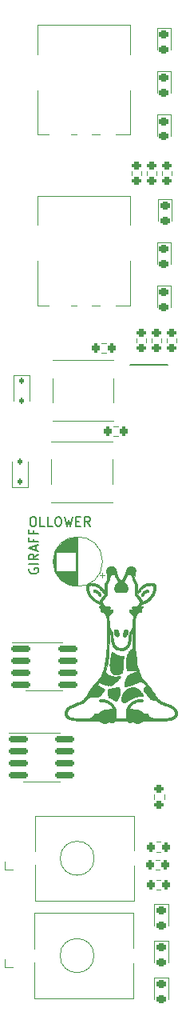
<source format=gbr>
%TF.GenerationSoftware,KiCad,Pcbnew,(7.0.0)*%
%TF.CreationDate,2023-03-26T16:47:36-07:00*%
%TF.ProjectId,followbuttons,666f6c6c-6f77-4627-9574-746f6e732e6b,rev?*%
%TF.SameCoordinates,Original*%
%TF.FileFunction,Legend,Top*%
%TF.FilePolarity,Positive*%
%FSLAX46Y46*%
G04 Gerber Fmt 4.6, Leading zero omitted, Abs format (unit mm)*
G04 Created by KiCad (PCBNEW (7.0.0)) date 2023-03-26 16:47:36*
%MOMM*%
%LPD*%
G01*
G04 APERTURE LIST*
G04 Aperture macros list*
%AMRoundRect*
0 Rectangle with rounded corners*
0 $1 Rounding radius*
0 $2 $3 $4 $5 $6 $7 $8 $9 X,Y pos of 4 corners*
0 Add a 4 corners polygon primitive as box body*
4,1,4,$2,$3,$4,$5,$6,$7,$8,$9,$2,$3,0*
0 Add four circle primitives for the rounded corners*
1,1,$1+$1,$2,$3*
1,1,$1+$1,$4,$5*
1,1,$1+$1,$6,$7*
1,1,$1+$1,$8,$9*
0 Add four rect primitives between the rounded corners*
20,1,$1+$1,$2,$3,$4,$5,0*
20,1,$1+$1,$4,$5,$6,$7,0*
20,1,$1+$1,$6,$7,$8,$9,0*
20,1,$1+$1,$8,$9,$2,$3,0*%
G04 Aperture macros list end*
%ADD10C,0.150000*%
%ADD11C,0.049800*%
%ADD12C,0.120000*%
%ADD13R,1.700000X1.700000*%
%ADD14O,1.700000X1.700000*%
%ADD15RoundRect,0.200000X-0.200000X-0.275000X0.200000X-0.275000X0.200000X0.275000X-0.200000X0.275000X0*%
%ADD16RoundRect,0.218750X-0.256250X0.218750X-0.256250X-0.218750X0.256250X-0.218750X0.256250X0.218750X0*%
%ADD17R,1.550000X1.300000*%
%ADD18RoundRect,0.150000X-0.825000X-0.150000X0.825000X-0.150000X0.825000X0.150000X-0.825000X0.150000X0*%
%ADD19R,1.830000X1.930000*%
%ADD20C,2.130000*%
%ADD21RoundRect,0.200000X0.275000X-0.200000X0.275000X0.200000X-0.275000X0.200000X-0.275000X-0.200000X0*%
%ADD22RoundRect,0.112500X0.112500X-0.187500X0.112500X0.187500X-0.112500X0.187500X-0.112500X-0.187500X0*%
%ADD23O,2.720000X3.240000*%
%ADD24R,1.800000X1.800000*%
%ADD25C,1.800000*%
%ADD26RoundRect,0.200000X0.200000X0.275000X-0.200000X0.275000X-0.200000X-0.275000X0.200000X-0.275000X0*%
%ADD27RoundRect,0.112500X-0.112500X0.187500X-0.112500X-0.187500X0.112500X-0.187500X0.112500X0.187500X0*%
%ADD28RoundRect,0.200000X-0.275000X0.200000X-0.275000X-0.200000X0.275000X-0.200000X0.275000X0.200000X0*%
%ADD29R,1.600000X1.600000*%
%ADD30C,1.600000*%
G04 APERTURE END LIST*
D10*
X38800000Y-68200000D02*
X34800000Y-68200000D01*
X24428571Y-84282380D02*
X24619047Y-84282380D01*
X24619047Y-84282380D02*
X24714285Y-84330000D01*
X24714285Y-84330000D02*
X24809523Y-84425238D01*
X24809523Y-84425238D02*
X24857142Y-84615714D01*
X24857142Y-84615714D02*
X24857142Y-84949047D01*
X24857142Y-84949047D02*
X24809523Y-85139523D01*
X24809523Y-85139523D02*
X24714285Y-85234761D01*
X24714285Y-85234761D02*
X24619047Y-85282380D01*
X24619047Y-85282380D02*
X24428571Y-85282380D01*
X24428571Y-85282380D02*
X24333333Y-85234761D01*
X24333333Y-85234761D02*
X24238095Y-85139523D01*
X24238095Y-85139523D02*
X24190476Y-84949047D01*
X24190476Y-84949047D02*
X24190476Y-84615714D01*
X24190476Y-84615714D02*
X24238095Y-84425238D01*
X24238095Y-84425238D02*
X24333333Y-84330000D01*
X24333333Y-84330000D02*
X24428571Y-84282380D01*
X25761904Y-85282380D02*
X25285714Y-85282380D01*
X25285714Y-85282380D02*
X25285714Y-84282380D01*
X26571428Y-85282380D02*
X26095238Y-85282380D01*
X26095238Y-85282380D02*
X26095238Y-84282380D01*
X27095238Y-84282380D02*
X27285714Y-84282380D01*
X27285714Y-84282380D02*
X27380952Y-84330000D01*
X27380952Y-84330000D02*
X27476190Y-84425238D01*
X27476190Y-84425238D02*
X27523809Y-84615714D01*
X27523809Y-84615714D02*
X27523809Y-84949047D01*
X27523809Y-84949047D02*
X27476190Y-85139523D01*
X27476190Y-85139523D02*
X27380952Y-85234761D01*
X27380952Y-85234761D02*
X27285714Y-85282380D01*
X27285714Y-85282380D02*
X27095238Y-85282380D01*
X27095238Y-85282380D02*
X27000000Y-85234761D01*
X27000000Y-85234761D02*
X26904762Y-85139523D01*
X26904762Y-85139523D02*
X26857143Y-84949047D01*
X26857143Y-84949047D02*
X26857143Y-84615714D01*
X26857143Y-84615714D02*
X26904762Y-84425238D01*
X26904762Y-84425238D02*
X27000000Y-84330000D01*
X27000000Y-84330000D02*
X27095238Y-84282380D01*
X27857143Y-84282380D02*
X28095238Y-85282380D01*
X28095238Y-85282380D02*
X28285714Y-84568095D01*
X28285714Y-84568095D02*
X28476190Y-85282380D01*
X28476190Y-85282380D02*
X28714286Y-84282380D01*
X29095238Y-84758571D02*
X29428571Y-84758571D01*
X29571428Y-85282380D02*
X29095238Y-85282380D01*
X29095238Y-85282380D02*
X29095238Y-84282380D01*
X29095238Y-84282380D02*
X29571428Y-84282380D01*
X30571428Y-85282380D02*
X30238095Y-84806190D01*
X30000000Y-85282380D02*
X30000000Y-84282380D01*
X30000000Y-84282380D02*
X30380952Y-84282380D01*
X30380952Y-84282380D02*
X30476190Y-84330000D01*
X30476190Y-84330000D02*
X30523809Y-84377619D01*
X30523809Y-84377619D02*
X30571428Y-84472857D01*
X30571428Y-84472857D02*
X30571428Y-84615714D01*
X30571428Y-84615714D02*
X30523809Y-84710952D01*
X30523809Y-84710952D02*
X30476190Y-84758571D01*
X30476190Y-84758571D02*
X30380952Y-84806190D01*
X30380952Y-84806190D02*
X30000000Y-84806190D01*
X24130000Y-89738095D02*
X24082380Y-89833333D01*
X24082380Y-89833333D02*
X24082380Y-89976190D01*
X24082380Y-89976190D02*
X24130000Y-90119047D01*
X24130000Y-90119047D02*
X24225238Y-90214285D01*
X24225238Y-90214285D02*
X24320476Y-90261904D01*
X24320476Y-90261904D02*
X24510952Y-90309523D01*
X24510952Y-90309523D02*
X24653809Y-90309523D01*
X24653809Y-90309523D02*
X24844285Y-90261904D01*
X24844285Y-90261904D02*
X24939523Y-90214285D01*
X24939523Y-90214285D02*
X25034761Y-90119047D01*
X25034761Y-90119047D02*
X25082380Y-89976190D01*
X25082380Y-89976190D02*
X25082380Y-89880952D01*
X25082380Y-89880952D02*
X25034761Y-89738095D01*
X25034761Y-89738095D02*
X24987142Y-89690476D01*
X24987142Y-89690476D02*
X24653809Y-89690476D01*
X24653809Y-89690476D02*
X24653809Y-89880952D01*
X25082380Y-89261904D02*
X24082380Y-89261904D01*
X25082380Y-88214286D02*
X24606190Y-88547619D01*
X25082380Y-88785714D02*
X24082380Y-88785714D01*
X24082380Y-88785714D02*
X24082380Y-88404762D01*
X24082380Y-88404762D02*
X24130000Y-88309524D01*
X24130000Y-88309524D02*
X24177619Y-88261905D01*
X24177619Y-88261905D02*
X24272857Y-88214286D01*
X24272857Y-88214286D02*
X24415714Y-88214286D01*
X24415714Y-88214286D02*
X24510952Y-88261905D01*
X24510952Y-88261905D02*
X24558571Y-88309524D01*
X24558571Y-88309524D02*
X24606190Y-88404762D01*
X24606190Y-88404762D02*
X24606190Y-88785714D01*
X24796666Y-87833333D02*
X24796666Y-87357143D01*
X25082380Y-87928571D02*
X24082380Y-87595238D01*
X24082380Y-87595238D02*
X25082380Y-87261905D01*
X24558571Y-86595238D02*
X24558571Y-86928571D01*
X25082380Y-86928571D02*
X24082380Y-86928571D01*
X24082380Y-86928571D02*
X24082380Y-86452381D01*
X24558571Y-85738095D02*
X24558571Y-86071428D01*
X25082380Y-86071428D02*
X24082380Y-86071428D01*
X24082380Y-86071428D02*
X24082380Y-85595238D01*
D11*
G36*
X30153762Y-91736123D02*
G01*
X30369703Y-91736123D01*
X30370209Y-91759953D01*
X30371837Y-91785089D01*
X30374577Y-91811553D01*
X30378420Y-91839367D01*
X30383356Y-91868551D01*
X30389377Y-91899126D01*
X30396472Y-91931113D01*
X30404633Y-91964534D01*
X30424115Y-92035761D01*
X30453158Y-92126189D01*
X30487145Y-92215005D01*
X30525861Y-92301955D01*
X30569093Y-92386783D01*
X30616624Y-92469237D01*
X30668241Y-92549060D01*
X30723729Y-92625999D01*
X30782872Y-92699799D01*
X30845457Y-92770205D01*
X30911267Y-92836964D01*
X30980090Y-92899820D01*
X31051709Y-92958520D01*
X31125910Y-93012809D01*
X31202479Y-93062431D01*
X31281200Y-93107134D01*
X31361859Y-93146662D01*
X31567883Y-93239756D01*
X31568088Y-93239269D01*
X31859176Y-93239269D01*
X31860057Y-93256698D01*
X31861979Y-93274193D01*
X31864935Y-93291786D01*
X31868917Y-93309508D01*
X31873919Y-93327390D01*
X31879934Y-93345466D01*
X31886953Y-93363765D01*
X31894971Y-93382321D01*
X31913974Y-93420329D01*
X31936887Y-93459742D01*
X31965280Y-93504582D01*
X31992458Y-93545024D01*
X32018759Y-93581274D01*
X32044521Y-93613541D01*
X32070081Y-93642032D01*
X32082892Y-93654927D01*
X32095779Y-93666956D01*
X32108786Y-93678144D01*
X32121953Y-93688519D01*
X32135324Y-93698106D01*
X32148940Y-93706930D01*
X32162844Y-93715019D01*
X32177079Y-93722397D01*
X32191686Y-93729091D01*
X32206708Y-93735127D01*
X32222186Y-93740531D01*
X32238164Y-93745329D01*
X32254684Y-93749546D01*
X32271787Y-93753210D01*
X32307915Y-93758977D01*
X32346885Y-93762840D01*
X32389035Y-93765005D01*
X32434705Y-93765680D01*
X32509968Y-93766020D01*
X32540378Y-93766796D01*
X32566387Y-93768289D01*
X32588304Y-93770733D01*
X32597824Y-93772386D01*
X32606437Y-93774364D01*
X32614182Y-93776698D01*
X32621097Y-93779416D01*
X32627221Y-93782548D01*
X32632592Y-93786123D01*
X32637250Y-93790171D01*
X32641233Y-93794721D01*
X32644579Y-93799801D01*
X32647328Y-93805443D01*
X32649517Y-93811674D01*
X32651186Y-93818524D01*
X32652374Y-93826022D01*
X32653118Y-93834199D01*
X32653432Y-93852703D01*
X32652438Y-93874269D01*
X32647763Y-93927530D01*
X32645335Y-93954197D01*
X32643633Y-93977777D01*
X32642815Y-93998460D01*
X32643039Y-94016433D01*
X32643591Y-94024462D01*
X32644464Y-94031885D01*
X32645676Y-94038725D01*
X32647248Y-94045005D01*
X32649200Y-94050749D01*
X32651550Y-94055980D01*
X32654320Y-94060723D01*
X32657529Y-94065001D01*
X32661196Y-94068836D01*
X32665342Y-94072254D01*
X32669986Y-94075277D01*
X32675148Y-94077928D01*
X32680848Y-94080233D01*
X32687106Y-94082213D01*
X32693941Y-94083893D01*
X32701373Y-94085296D01*
X32718109Y-94087365D01*
X32737472Y-94088610D01*
X32759619Y-94089219D01*
X32784711Y-94089380D01*
X32807562Y-94089621D01*
X32828094Y-94090403D01*
X32846422Y-94091821D01*
X32862665Y-94093965D01*
X32870040Y-94095339D01*
X32876937Y-94096929D01*
X32883372Y-94098748D01*
X32889357Y-94100806D01*
X32894909Y-94103115D01*
X32900041Y-94105686D01*
X32904768Y-94108532D01*
X32909104Y-94111664D01*
X32913065Y-94115093D01*
X32916665Y-94118831D01*
X32919918Y-94122889D01*
X32922839Y-94127279D01*
X32925442Y-94132013D01*
X32927743Y-94137102D01*
X32929756Y-94142557D01*
X32931494Y-94148391D01*
X32932974Y-94154614D01*
X32934209Y-94161239D01*
X32936003Y-94175739D01*
X32936994Y-94191982D01*
X32937299Y-94210062D01*
X32936640Y-94224961D01*
X32934705Y-94240470D01*
X32931553Y-94256518D01*
X32927243Y-94273035D01*
X32921834Y-94289949D01*
X32915388Y-94307189D01*
X32899619Y-94342364D01*
X32880412Y-94377991D01*
X32858245Y-94413502D01*
X32833594Y-94448329D01*
X32806937Y-94481903D01*
X32778751Y-94513656D01*
X32749514Y-94543019D01*
X32719701Y-94569424D01*
X32689791Y-94592303D01*
X32660260Y-94611087D01*
X32645786Y-94618765D01*
X32631586Y-94625207D01*
X32617720Y-94630341D01*
X32604246Y-94634097D01*
X32591226Y-94636402D01*
X32578717Y-94637186D01*
X32562745Y-94637443D01*
X32555479Y-94637799D01*
X32548684Y-94638338D01*
X32542352Y-94639085D01*
X32536474Y-94640062D01*
X32531044Y-94641294D01*
X32526054Y-94642803D01*
X32521496Y-94644615D01*
X32517362Y-94646752D01*
X32513645Y-94649237D01*
X32510337Y-94652096D01*
X32507431Y-94655350D01*
X32504918Y-94659025D01*
X32502792Y-94663143D01*
X32501044Y-94667728D01*
X32499667Y-94672805D01*
X32498654Y-94678396D01*
X32497996Y-94684525D01*
X32497686Y-94691215D01*
X32497716Y-94698492D01*
X32498079Y-94706377D01*
X32498767Y-94714896D01*
X32499772Y-94724070D01*
X32501087Y-94733925D01*
X32502704Y-94744484D01*
X32506814Y-94767807D01*
X32512041Y-94794229D01*
X32518323Y-94823938D01*
X32526483Y-94864754D01*
X32534196Y-94909219D01*
X32541285Y-94955901D01*
X32547574Y-95003372D01*
X32552888Y-95050202D01*
X32557050Y-95094959D01*
X32559884Y-95136216D01*
X32561215Y-95172541D01*
X32562129Y-95205049D01*
X32564028Y-95235378D01*
X32566784Y-95262864D01*
X32570268Y-95286842D01*
X32572242Y-95297308D01*
X32574351Y-95306648D01*
X32576577Y-95314779D01*
X32578905Y-95321618D01*
X32581318Y-95327081D01*
X32583801Y-95331087D01*
X32586337Y-95333551D01*
X32587620Y-95334179D01*
X32588910Y-95334391D01*
X32590195Y-95334831D01*
X32591464Y-95336139D01*
X32592714Y-95338291D01*
X32593944Y-95341268D01*
X32596338Y-95349605D01*
X32598633Y-95360978D01*
X32600816Y-95375213D01*
X32602875Y-95392139D01*
X32604797Y-95411582D01*
X32606568Y-95433369D01*
X32609610Y-95483285D01*
X32611900Y-95540507D01*
X32613334Y-95603651D01*
X32613812Y-95671335D01*
X32614809Y-95775356D01*
X32616404Y-95820222D01*
X32618997Y-95861203D01*
X32622785Y-95898959D01*
X32627968Y-95934148D01*
X32634745Y-95967429D01*
X32643315Y-95999462D01*
X32653877Y-96030905D01*
X32666630Y-96062417D01*
X32681774Y-96094656D01*
X32699506Y-96128283D01*
X32720026Y-96163955D01*
X32743533Y-96202332D01*
X32800305Y-96289835D01*
X32830508Y-96335781D01*
X32857296Y-96377650D01*
X32880872Y-96416117D01*
X32901437Y-96451862D01*
X32919195Y-96485561D01*
X32934347Y-96517892D01*
X32947096Y-96549531D01*
X32957644Y-96581158D01*
X32966194Y-96613448D01*
X32972947Y-96647079D01*
X32978106Y-96682730D01*
X32981874Y-96721076D01*
X32984452Y-96762796D01*
X32986043Y-96808567D01*
X32986849Y-96859067D01*
X32987073Y-96914972D01*
X32989793Y-97034241D01*
X32997850Y-97149116D01*
X33011091Y-97259290D01*
X33029364Y-97364453D01*
X33052515Y-97464296D01*
X33080391Y-97558511D01*
X33112840Y-97646787D01*
X33149709Y-97728817D01*
X33190844Y-97804291D01*
X33236092Y-97872900D01*
X33285301Y-97934335D01*
X33338318Y-97988287D01*
X33394989Y-98034448D01*
X33455162Y-98072507D01*
X33486514Y-98088402D01*
X33518683Y-98102156D01*
X33551652Y-98113731D01*
X33585401Y-98123087D01*
X33629313Y-98132324D01*
X33674825Y-98139331D01*
X33721581Y-98144154D01*
X33769230Y-98146842D01*
X33817417Y-98147441D01*
X33865788Y-98146000D01*
X33913991Y-98142565D01*
X33961671Y-98137184D01*
X34008475Y-98129905D01*
X34054050Y-98120775D01*
X34098043Y-98109841D01*
X34140099Y-98097151D01*
X34179864Y-98082752D01*
X34216987Y-98066693D01*
X34251113Y-98049019D01*
X34281888Y-98029779D01*
X34282010Y-98029749D01*
X34303051Y-98014425D01*
X34323571Y-97997892D01*
X34343565Y-97980163D01*
X34363026Y-97961253D01*
X34381952Y-97941173D01*
X34400336Y-97919938D01*
X34418173Y-97897560D01*
X34435459Y-97874053D01*
X34452188Y-97849429D01*
X34468356Y-97823702D01*
X34498986Y-97768992D01*
X34527310Y-97710027D01*
X34553286Y-97646914D01*
X34576876Y-97579757D01*
X34598039Y-97508662D01*
X34616734Y-97433735D01*
X34632922Y-97355081D01*
X34646563Y-97272806D01*
X34657615Y-97187014D01*
X34666039Y-97097812D01*
X34671796Y-97005304D01*
X34679226Y-96864595D01*
X34683345Y-96805007D01*
X34688042Y-96751493D01*
X34693546Y-96703225D01*
X34700089Y-96659374D01*
X34707901Y-96619113D01*
X34717214Y-96581614D01*
X34728257Y-96546047D01*
X34741262Y-96511586D01*
X34756460Y-96477402D01*
X34774080Y-96442667D01*
X34794355Y-96406553D01*
X34817514Y-96368232D01*
X34873410Y-96281656D01*
X34901302Y-96238971D01*
X34926266Y-96199477D01*
X34948472Y-96162643D01*
X34968087Y-96127937D01*
X34985280Y-96094827D01*
X35000217Y-96062783D01*
X35013069Y-96031274D01*
X35024003Y-95999767D01*
X35033187Y-95967732D01*
X35040789Y-95934638D01*
X35046978Y-95899952D01*
X35051921Y-95863144D01*
X35055787Y-95823682D01*
X35058744Y-95781035D01*
X35060960Y-95734672D01*
X35062604Y-95684061D01*
X35066636Y-95557963D01*
X35070918Y-95454702D01*
X35074991Y-95384933D01*
X35076806Y-95365936D01*
X35077633Y-95360993D01*
X35078397Y-95359308D01*
X35078786Y-95359048D01*
X35079205Y-95358275D01*
X35080122Y-95355244D01*
X35081138Y-95350317D01*
X35082244Y-95343596D01*
X35084680Y-95325178D01*
X35087348Y-95300808D01*
X35090166Y-95271300D01*
X35093050Y-95237469D01*
X35095919Y-95200133D01*
X35098691Y-95160105D01*
X35102072Y-95116787D01*
X35106813Y-95069989D01*
X35112690Y-95021192D01*
X35119479Y-94971876D01*
X35126957Y-94923523D01*
X35134901Y-94877615D01*
X35143086Y-94835630D01*
X35151288Y-94799051D01*
X35157310Y-94773745D01*
X35162284Y-94751174D01*
X35166153Y-94731187D01*
X35168858Y-94713631D01*
X35170341Y-94698355D01*
X35170545Y-94685205D01*
X35170148Y-94679380D01*
X35169410Y-94674029D01*
X35168322Y-94669135D01*
X35166879Y-94664677D01*
X35165071Y-94660636D01*
X35162893Y-94656994D01*
X35160337Y-94653732D01*
X35157395Y-94650830D01*
X35154060Y-94648269D01*
X35150326Y-94646031D01*
X35146184Y-94644097D01*
X35141628Y-94642447D01*
X35136650Y-94641062D01*
X35131243Y-94639924D01*
X35119112Y-94638310D01*
X35105178Y-94637453D01*
X35089383Y-94637201D01*
X35076932Y-94636420D01*
X35063957Y-94634123D01*
X35050519Y-94630382D01*
X35036678Y-94625267D01*
X35022494Y-94618850D01*
X35008027Y-94611202D01*
X34993338Y-94602395D01*
X34978488Y-94592498D01*
X34963535Y-94581584D01*
X34948541Y-94569723D01*
X34918669Y-94543446D01*
X34889355Y-94514236D01*
X34861079Y-94482662D01*
X34834325Y-94449293D01*
X34809574Y-94414698D01*
X34787308Y-94379445D01*
X34768009Y-94344105D01*
X34759624Y-94326579D01*
X34752160Y-94309244D01*
X34745680Y-94292172D01*
X34740243Y-94275433D01*
X34735909Y-94259099D01*
X34732739Y-94243241D01*
X34730792Y-94227929D01*
X34730130Y-94213236D01*
X34730493Y-94196027D01*
X34730966Y-94188028D01*
X34731652Y-94180417D01*
X34732565Y-94173185D01*
X34733717Y-94166319D01*
X34735122Y-94159809D01*
X34736794Y-94153643D01*
X34738746Y-94147810D01*
X34740992Y-94142300D01*
X34743545Y-94137100D01*
X34746418Y-94132201D01*
X34749626Y-94127590D01*
X34753181Y-94123258D01*
X34757097Y-94119192D01*
X34761388Y-94115381D01*
X34766067Y-94111815D01*
X34771147Y-94108482D01*
X34776642Y-94105372D01*
X34782566Y-94102473D01*
X34788932Y-94099773D01*
X34795753Y-94097263D01*
X34803043Y-94094930D01*
X34810815Y-94092764D01*
X34819084Y-94090753D01*
X34827861Y-94088887D01*
X34846999Y-94085544D01*
X34868336Y-94082646D01*
X34891980Y-94080103D01*
X34912573Y-94077856D01*
X34931499Y-94075230D01*
X34948783Y-94072208D01*
X34964451Y-94068776D01*
X34978526Y-94064918D01*
X34991034Y-94060617D01*
X35002001Y-94055858D01*
X35011451Y-94050625D01*
X35015615Y-94047826D01*
X35019409Y-94044902D01*
X35022836Y-94041852D01*
X35025900Y-94038674D01*
X35028603Y-94035365D01*
X35030949Y-94031924D01*
X35032941Y-94028349D01*
X35034581Y-94024637D01*
X35035874Y-94020787D01*
X35036822Y-94016797D01*
X35037428Y-94012665D01*
X35037696Y-94008388D01*
X35037628Y-94003966D01*
X35037228Y-93999395D01*
X35035443Y-93989801D01*
X35026734Y-93953272D01*
X35019801Y-93920915D01*
X35014864Y-93892479D01*
X35013214Y-93879653D01*
X35012146Y-93867714D01*
X35011687Y-93856630D01*
X35011865Y-93846369D01*
X35012707Y-93836901D01*
X35014242Y-93828194D01*
X35016497Y-93820217D01*
X35019498Y-93812939D01*
X35023275Y-93806327D01*
X35027854Y-93800352D01*
X35033263Y-93794982D01*
X35039529Y-93790184D01*
X35046680Y-93785929D01*
X35054744Y-93782185D01*
X35063748Y-93778920D01*
X35073720Y-93776103D01*
X35084687Y-93773703D01*
X35096677Y-93771688D01*
X35123835Y-93768691D01*
X35155416Y-93766860D01*
X35191639Y-93765945D01*
X35232724Y-93765696D01*
X35278394Y-93765020D01*
X35320544Y-93762854D01*
X35359514Y-93758991D01*
X35395642Y-93753223D01*
X35429265Y-93745341D01*
X35445243Y-93740543D01*
X35460722Y-93735138D01*
X35475744Y-93729102D01*
X35490351Y-93722407D01*
X35504586Y-93715029D01*
X35518491Y-93706940D01*
X35532107Y-93698115D01*
X35545479Y-93688528D01*
X35558646Y-93678153D01*
X35571653Y-93666964D01*
X35597352Y-93642041D01*
X35622915Y-93613550D01*
X35648678Y-93581284D01*
X35674981Y-93545035D01*
X35702161Y-93504595D01*
X35730557Y-93459757D01*
X35753254Y-93421036D01*
X35772176Y-93384120D01*
X35780199Y-93366235D01*
X35787250Y-93348676D01*
X35793321Y-93331401D01*
X35798401Y-93314369D01*
X35802483Y-93297538D01*
X35805555Y-93280866D01*
X35807610Y-93264313D01*
X35808638Y-93247835D01*
X35808630Y-93231392D01*
X35807575Y-93214941D01*
X35805466Y-93198442D01*
X35802293Y-93181852D01*
X35798046Y-93165130D01*
X35792716Y-93148234D01*
X35786294Y-93131123D01*
X35778771Y-93113754D01*
X35770138Y-93096086D01*
X35760384Y-93078078D01*
X35749501Y-93059687D01*
X35737480Y-93040873D01*
X35709984Y-93001806D01*
X35677824Y-92960543D01*
X35640924Y-92916751D01*
X35599210Y-92870096D01*
X35546252Y-92811401D01*
X35499153Y-92757025D01*
X35457655Y-92706218D01*
X35421500Y-92658231D01*
X35390432Y-92612311D01*
X35376725Y-92589892D01*
X35364192Y-92567709D01*
X35352803Y-92545667D01*
X35342524Y-92523673D01*
X35333324Y-92501633D01*
X35328800Y-92489328D01*
X35574079Y-92489328D01*
X35792630Y-92735407D01*
X35815060Y-92761145D01*
X35837191Y-92787476D01*
X35880041Y-92841150D01*
X35920153Y-92894888D01*
X35956496Y-92947151D01*
X35988042Y-92996401D01*
X36001695Y-93019416D01*
X36013762Y-93041099D01*
X36024116Y-93061260D01*
X36032627Y-93079706D01*
X36039167Y-93096244D01*
X36043607Y-93110682D01*
X36049001Y-93131418D01*
X36054241Y-93149651D01*
X36059507Y-93165463D01*
X36062206Y-93172487D01*
X36064979Y-93178936D01*
X36067847Y-93184822D01*
X36070834Y-93190154D01*
X36073962Y-93194943D01*
X36077253Y-93199199D01*
X36080730Y-93202933D01*
X36084415Y-93206153D01*
X36088330Y-93208872D01*
X36092498Y-93211100D01*
X36096941Y-93212845D01*
X36101682Y-93214120D01*
X36106743Y-93214934D01*
X36112146Y-93215298D01*
X36117914Y-93215222D01*
X36124070Y-93214716D01*
X36130635Y-93213790D01*
X36137632Y-93212455D01*
X36145084Y-93210722D01*
X36153012Y-93208600D01*
X36170389Y-93203232D01*
X36189942Y-93196433D01*
X36211850Y-93188288D01*
X36242420Y-93175886D01*
X36277290Y-93160390D01*
X36315241Y-93142420D01*
X36355058Y-93122597D01*
X36395522Y-93101540D01*
X36435418Y-93079869D01*
X36473527Y-93058204D01*
X36508634Y-93037165D01*
X36508588Y-93037165D01*
X36547965Y-93010934D01*
X36589688Y-92979630D01*
X36633261Y-92943813D01*
X36678185Y-92904046D01*
X36723962Y-92860890D01*
X36770094Y-92814907D01*
X36816083Y-92766659D01*
X36861432Y-92716707D01*
X36905642Y-92665614D01*
X36948215Y-92613942D01*
X36988654Y-92562251D01*
X37026460Y-92511104D01*
X37061136Y-92461063D01*
X37092183Y-92412689D01*
X37119104Y-92366544D01*
X37141400Y-92323191D01*
X37161540Y-92278172D01*
X37180406Y-92230892D01*
X37197915Y-92181843D01*
X37213982Y-92131520D01*
X37228522Y-92080418D01*
X37241452Y-92029031D01*
X37252685Y-91977853D01*
X37262139Y-91927380D01*
X37269729Y-91878104D01*
X37275370Y-91830521D01*
X37278977Y-91785125D01*
X37280467Y-91742411D01*
X37279755Y-91702872D01*
X37276757Y-91667004D01*
X37271387Y-91635300D01*
X37263562Y-91608255D01*
X37260442Y-91600150D01*
X37257218Y-91592438D01*
X37253868Y-91585111D01*
X37250373Y-91578160D01*
X37246710Y-91571576D01*
X37242858Y-91565350D01*
X37238796Y-91559473D01*
X37234502Y-91553936D01*
X37229956Y-91548730D01*
X37225136Y-91543847D01*
X37220021Y-91539277D01*
X37214590Y-91535011D01*
X37208821Y-91531040D01*
X37202693Y-91527356D01*
X37196184Y-91523949D01*
X37189275Y-91520811D01*
X37181942Y-91517932D01*
X37174166Y-91515304D01*
X37165924Y-91512918D01*
X37157196Y-91510764D01*
X37147960Y-91508834D01*
X37138195Y-91507119D01*
X37127880Y-91505610D01*
X37116993Y-91504297D01*
X37105514Y-91503173D01*
X37093420Y-91502227D01*
X37067306Y-91500837D01*
X37038480Y-91500056D01*
X37006772Y-91499811D01*
X36945171Y-91501286D01*
X36882977Y-91505626D01*
X36820548Y-91512708D01*
X36758243Y-91522407D01*
X36696419Y-91534598D01*
X36635435Y-91549156D01*
X36575648Y-91565958D01*
X36517417Y-91584879D01*
X36461099Y-91605794D01*
X36407053Y-91628578D01*
X36355636Y-91653107D01*
X36307207Y-91679257D01*
X36262123Y-91706903D01*
X36220743Y-91735921D01*
X36183424Y-91766185D01*
X36150525Y-91797571D01*
X36131058Y-91817560D01*
X36112919Y-91835480D01*
X36096045Y-91851359D01*
X36080371Y-91865229D01*
X36065833Y-91877120D01*
X36052367Y-91887061D01*
X36039909Y-91895082D01*
X36028394Y-91901215D01*
X36022970Y-91903582D01*
X36017758Y-91905488D01*
X36012749Y-91906937D01*
X36007936Y-91907932D01*
X36003311Y-91908478D01*
X35998865Y-91908577D01*
X35994591Y-91908235D01*
X35990481Y-91907454D01*
X35986526Y-91906238D01*
X35982718Y-91904592D01*
X35979050Y-91902518D01*
X35975514Y-91900021D01*
X35972101Y-91897104D01*
X35968803Y-91893771D01*
X35965613Y-91890027D01*
X35962521Y-91885874D01*
X35957486Y-91878927D01*
X35955173Y-91875937D01*
X35952996Y-91873270D01*
X35950956Y-91870924D01*
X35949052Y-91868900D01*
X35947285Y-91867196D01*
X35945655Y-91865812D01*
X35944162Y-91864749D01*
X35942806Y-91864005D01*
X35941587Y-91863580D01*
X35940506Y-91863473D01*
X35940017Y-91863539D01*
X35939562Y-91863685D01*
X35939141Y-91863910D01*
X35938755Y-91864214D01*
X35938087Y-91865061D01*
X35937556Y-91866224D01*
X35937164Y-91867704D01*
X35936909Y-91869500D01*
X35936793Y-91871612D01*
X35936815Y-91874038D01*
X35936975Y-91876779D01*
X35937275Y-91879835D01*
X35937713Y-91883204D01*
X35938289Y-91886887D01*
X35939860Y-91895190D01*
X35941988Y-91904742D01*
X35944674Y-91915538D01*
X35947919Y-91927576D01*
X35949686Y-91934703D01*
X35951048Y-91941933D01*
X35951998Y-91949279D01*
X35952531Y-91956749D01*
X35952642Y-91964356D01*
X35952325Y-91972110D01*
X35951574Y-91980022D01*
X35950383Y-91988102D01*
X35948748Y-91996362D01*
X35946662Y-92004811D01*
X35944120Y-92013461D01*
X35941117Y-92022323D01*
X35937646Y-92031407D01*
X35933702Y-92040723D01*
X35924375Y-92060099D01*
X35913088Y-92080535D01*
X35899799Y-92102117D01*
X35884462Y-92124933D01*
X35867032Y-92149066D01*
X35847465Y-92174605D01*
X35825716Y-92201634D01*
X35801741Y-92230240D01*
X35775495Y-92260508D01*
X35574079Y-92489328D01*
X35328800Y-92489328D01*
X35325169Y-92479454D01*
X35318029Y-92457041D01*
X35311871Y-92434301D01*
X35306663Y-92411139D01*
X35302371Y-92387462D01*
X35298966Y-92363177D01*
X35296413Y-92338189D01*
X35293738Y-92285729D01*
X35294090Y-92229332D01*
X35297210Y-92168248D01*
X35302842Y-92101727D01*
X35310727Y-92029016D01*
X35328351Y-91865029D01*
X35334304Y-91794058D01*
X35338185Y-91729316D01*
X35339870Y-91669966D01*
X35339234Y-91615170D01*
X35336154Y-91564089D01*
X35330506Y-91515886D01*
X35322166Y-91469722D01*
X35311008Y-91424760D01*
X35296910Y-91380159D01*
X35279746Y-91335084D01*
X35259394Y-91288695D01*
X35235728Y-91240154D01*
X35208625Y-91188623D01*
X35177960Y-91133265D01*
X35161572Y-91103399D01*
X35145920Y-91073200D01*
X35131050Y-91042798D01*
X35117005Y-91012327D01*
X35103830Y-90981919D01*
X35091570Y-90951704D01*
X35080267Y-90921817D01*
X35069966Y-90892387D01*
X35060712Y-90863549D01*
X35052549Y-90835433D01*
X35045520Y-90808172D01*
X35039670Y-90781897D01*
X35035043Y-90756742D01*
X35031684Y-90732838D01*
X35029636Y-90710316D01*
X35028943Y-90689310D01*
X35028540Y-90669452D01*
X35027333Y-90650153D01*
X35025329Y-90631418D01*
X35022533Y-90613252D01*
X35018950Y-90595658D01*
X35014585Y-90578643D01*
X35009444Y-90562209D01*
X35003532Y-90546363D01*
X34996855Y-90531109D01*
X34989417Y-90516451D01*
X34981225Y-90502395D01*
X34972283Y-90488944D01*
X34962598Y-90476104D01*
X34952174Y-90463879D01*
X34941017Y-90452274D01*
X34929131Y-90441294D01*
X34916524Y-90430943D01*
X34903199Y-90421225D01*
X34889162Y-90412147D01*
X34874419Y-90403711D01*
X34858975Y-90395924D01*
X34842836Y-90388789D01*
X34826006Y-90382311D01*
X34808491Y-90376496D01*
X34790297Y-90371347D01*
X34771428Y-90366869D01*
X34751891Y-90363068D01*
X34731690Y-90359947D01*
X34710832Y-90357512D01*
X34689320Y-90355766D01*
X34667161Y-90354716D01*
X34644360Y-90354364D01*
X34622499Y-90354627D01*
X34602453Y-90355435D01*
X34584166Y-90356818D01*
X34567584Y-90358805D01*
X34552649Y-90361427D01*
X34539306Y-90364712D01*
X34527499Y-90368690D01*
X34517173Y-90373390D01*
X34512547Y-90376021D01*
X34508270Y-90378843D01*
X34504336Y-90381861D01*
X34500736Y-90385078D01*
X34497465Y-90388498D01*
X34494515Y-90392124D01*
X34491879Y-90395961D01*
X34489550Y-90400011D01*
X34487521Y-90404280D01*
X34485785Y-90408769D01*
X34484336Y-90413484D01*
X34483166Y-90418427D01*
X34481635Y-90429014D01*
X34481137Y-90440561D01*
X34480203Y-90450852D01*
X34477464Y-90463822D01*
X34473010Y-90479278D01*
X34466935Y-90497026D01*
X34459331Y-90516873D01*
X34450290Y-90538625D01*
X34439905Y-90562088D01*
X34428267Y-90587069D01*
X34415470Y-90613373D01*
X34401605Y-90640808D01*
X34371040Y-90698294D01*
X34337312Y-90757977D01*
X34319493Y-90788158D01*
X34301160Y-90818308D01*
X34121182Y-91109873D01*
X34273206Y-91267481D01*
X34321700Y-91320950D01*
X34365224Y-91375505D01*
X34403735Y-91430902D01*
X34437187Y-91486894D01*
X34465536Y-91543234D01*
X34488736Y-91599677D01*
X34506743Y-91655976D01*
X34513784Y-91683995D01*
X34519511Y-91711885D01*
X34523917Y-91739617D01*
X34526997Y-91767159D01*
X34528744Y-91794481D01*
X34529154Y-91821551D01*
X34528221Y-91848339D01*
X34525939Y-91874814D01*
X34522302Y-91900946D01*
X34517306Y-91926703D01*
X34510944Y-91952056D01*
X34503211Y-91976972D01*
X34494101Y-92001422D01*
X34483608Y-92025375D01*
X34471727Y-92048799D01*
X34458453Y-92071664D01*
X34443779Y-92093940D01*
X34427701Y-92115595D01*
X34409889Y-92137816D01*
X34401402Y-92147920D01*
X34393068Y-92157381D01*
X34384790Y-92166219D01*
X34376474Y-92174457D01*
X34368023Y-92182114D01*
X34359343Y-92189213D01*
X34350337Y-92195774D01*
X34340910Y-92201819D01*
X34330967Y-92207368D01*
X34320412Y-92212443D01*
X34309149Y-92217064D01*
X34297083Y-92221254D01*
X34284120Y-92225032D01*
X34270162Y-92228420D01*
X34255114Y-92231440D01*
X34238882Y-92234112D01*
X34221369Y-92236457D01*
X34202479Y-92238496D01*
X34182119Y-92240251D01*
X34160191Y-92241743D01*
X34136600Y-92242993D01*
X34111252Y-92244021D01*
X34054898Y-92245499D01*
X33990365Y-92246346D01*
X33916890Y-92246730D01*
X33833707Y-92246820D01*
X33677054Y-92246359D01*
X33556173Y-92244066D01*
X33507236Y-92241808D01*
X33464949Y-92238581D01*
X33428548Y-92234215D01*
X33397269Y-92228540D01*
X33370348Y-92221387D01*
X33347020Y-92212584D01*
X33326520Y-92201961D01*
X33308086Y-92189348D01*
X33290952Y-92174576D01*
X33274355Y-92157473D01*
X33239713Y-92115595D01*
X33223636Y-92093940D01*
X33208963Y-92071664D01*
X33195690Y-92048799D01*
X33183811Y-92025375D01*
X33173319Y-92001422D01*
X33164210Y-91976972D01*
X33156478Y-91952056D01*
X33150116Y-91926703D01*
X33145121Y-91900946D01*
X33141485Y-91874814D01*
X33139204Y-91848339D01*
X33138271Y-91821551D01*
X33138681Y-91794481D01*
X33140430Y-91767159D01*
X33143509Y-91739617D01*
X33147916Y-91711885D01*
X33153643Y-91683995D01*
X33160685Y-91655976D01*
X33169037Y-91627860D01*
X33178692Y-91599677D01*
X33189646Y-91571458D01*
X33201892Y-91543234D01*
X33215426Y-91515036D01*
X33230241Y-91486894D01*
X33246332Y-91458839D01*
X33263694Y-91430902D01*
X33282319Y-91403114D01*
X33302204Y-91375505D01*
X33345729Y-91320950D01*
X33394223Y-91267481D01*
X33546231Y-91109873D01*
X33366254Y-90818308D01*
X33330098Y-90757981D01*
X33296369Y-90698300D01*
X33265807Y-90640815D01*
X33239148Y-90587074D01*
X33217130Y-90538629D01*
X33200489Y-90497029D01*
X33194416Y-90479279D01*
X33189964Y-90463823D01*
X33187225Y-90450852D01*
X33186292Y-90440561D01*
X33186170Y-90434667D01*
X33185800Y-90429018D01*
X33185174Y-90423610D01*
X33184286Y-90418441D01*
X33183128Y-90413506D01*
X33181694Y-90408801D01*
X33179977Y-90404324D01*
X33177969Y-90400069D01*
X33175664Y-90396035D01*
X33173054Y-90392216D01*
X33170133Y-90388610D01*
X33166894Y-90385212D01*
X33163329Y-90382020D01*
X33159431Y-90379029D01*
X33155194Y-90376235D01*
X33150611Y-90373636D01*
X33145674Y-90371227D01*
X33140377Y-90369005D01*
X33134712Y-90366967D01*
X33128673Y-90365107D01*
X33122252Y-90363424D01*
X33115443Y-90361912D01*
X33108238Y-90360569D01*
X33100630Y-90359391D01*
X33092614Y-90358374D01*
X33084180Y-90357515D01*
X33075324Y-90356810D01*
X33066036Y-90356254D01*
X33046142Y-90355580D01*
X33024442Y-90355463D01*
X33002318Y-90356027D01*
X32980839Y-90357345D01*
X32960003Y-90359421D01*
X32939806Y-90362259D01*
X32920245Y-90365862D01*
X32901316Y-90370233D01*
X32883017Y-90375376D01*
X32865344Y-90381294D01*
X32848295Y-90387991D01*
X32831866Y-90395470D01*
X32816053Y-90403734D01*
X32800854Y-90412787D01*
X32786266Y-90422632D01*
X32772285Y-90433273D01*
X32758908Y-90444713D01*
X32746133Y-90456955D01*
X32733955Y-90470003D01*
X32722372Y-90483861D01*
X32711380Y-90498531D01*
X32700977Y-90514017D01*
X32691159Y-90530323D01*
X32681923Y-90547451D01*
X32673266Y-90565406D01*
X32665184Y-90584191D01*
X32657676Y-90603809D01*
X32650736Y-90624263D01*
X32644362Y-90645558D01*
X32638552Y-90667696D01*
X32628608Y-90714515D01*
X32620877Y-90764750D01*
X32617169Y-90789769D01*
X32612323Y-90815992D01*
X32606417Y-90843203D01*
X32599529Y-90871185D01*
X32591737Y-90899719D01*
X32583119Y-90928590D01*
X32573754Y-90957581D01*
X32563720Y-90986473D01*
X32553094Y-91015051D01*
X32541955Y-91043096D01*
X32530380Y-91070393D01*
X32518449Y-91096723D01*
X32506239Y-91121871D01*
X32493828Y-91145618D01*
X32481295Y-91167748D01*
X32468717Y-91188044D01*
X32443031Y-91228900D01*
X32420215Y-91268546D01*
X32400189Y-91307575D01*
X32382875Y-91346581D01*
X32368197Y-91386158D01*
X32356075Y-91426899D01*
X32346431Y-91469399D01*
X32339189Y-91514252D01*
X32334269Y-91562050D01*
X32331594Y-91613388D01*
X32331086Y-91668859D01*
X32332666Y-91729058D01*
X32336258Y-91794578D01*
X32341783Y-91866012D01*
X32349162Y-91943956D01*
X32358319Y-92029001D01*
X32365846Y-92101635D01*
X32371125Y-92168157D01*
X32373909Y-92229278D01*
X32373952Y-92285708D01*
X32371007Y-92338159D01*
X32364828Y-92387340D01*
X32355168Y-92433962D01*
X32341781Y-92478735D01*
X32324420Y-92522370D01*
X32302838Y-92565577D01*
X32276790Y-92609066D01*
X32246029Y-92653548D01*
X32210308Y-92699734D01*
X32169380Y-92748333D01*
X32123000Y-92800057D01*
X32070920Y-92855616D01*
X32029282Y-92900605D01*
X31992342Y-92943445D01*
X31960043Y-92984390D01*
X31932329Y-93023694D01*
X31920174Y-93042810D01*
X31909144Y-93061610D01*
X31899232Y-93080128D01*
X31890431Y-93098393D01*
X31882734Y-93116439D01*
X31876134Y-93134297D01*
X31870624Y-93151998D01*
X31866197Y-93169575D01*
X31862845Y-93187058D01*
X31860563Y-93204481D01*
X31859342Y-93221874D01*
X31859176Y-93239269D01*
X31568088Y-93239269D01*
X31635282Y-93079447D01*
X31643177Y-93061999D01*
X31652864Y-93042858D01*
X31664206Y-93022215D01*
X31677067Y-93000262D01*
X31691312Y-92977193D01*
X31706803Y-92953197D01*
X31740985Y-92903198D01*
X31778524Y-92851802D01*
X31818335Y-92800546D01*
X31859328Y-92750967D01*
X31879929Y-92727285D01*
X31900418Y-92704599D01*
X31900464Y-92704599D01*
X32098157Y-92490061D01*
X31907712Y-92275095D01*
X31820875Y-92175527D01*
X31725211Y-92063347D01*
X31632331Y-91952296D01*
X31553845Y-91856119D01*
X31518110Y-91814726D01*
X31479154Y-91775665D01*
X31437094Y-91738983D01*
X31392048Y-91704726D01*
X31344133Y-91672941D01*
X31293466Y-91643675D01*
X31240164Y-91616974D01*
X31184344Y-91592886D01*
X31126124Y-91571457D01*
X31065620Y-91552733D01*
X31002950Y-91536762D01*
X30938231Y-91523590D01*
X30871580Y-91513263D01*
X30803114Y-91505830D01*
X30732950Y-91501335D01*
X30661206Y-91499826D01*
X30634677Y-91500241D01*
X30609475Y-91501498D01*
X30585591Y-91503619D01*
X30563014Y-91506625D01*
X30541737Y-91510538D01*
X30521749Y-91515377D01*
X30503041Y-91521165D01*
X30485604Y-91527922D01*
X30469429Y-91535670D01*
X30454506Y-91544429D01*
X30440825Y-91554221D01*
X30428379Y-91565067D01*
X30417156Y-91576987D01*
X30407148Y-91590004D01*
X30398346Y-91604138D01*
X30390740Y-91619410D01*
X30384321Y-91635841D01*
X30379080Y-91653452D01*
X30375006Y-91672265D01*
X30372092Y-91692300D01*
X30370327Y-91713579D01*
X30369703Y-91736123D01*
X30153762Y-91736123D01*
X30152916Y-91714692D01*
X30152249Y-91678004D01*
X30152568Y-91644665D01*
X30153932Y-91614330D01*
X30156400Y-91586653D01*
X30160031Y-91561287D01*
X30164885Y-91537887D01*
X30171021Y-91516108D01*
X30178496Y-91495603D01*
X30187372Y-91476027D01*
X30197706Y-91457034D01*
X30209557Y-91438278D01*
X30222985Y-91419414D01*
X30238049Y-91400095D01*
X30254256Y-91380720D01*
X30262156Y-91371820D01*
X30269984Y-91363426D01*
X30277788Y-91355524D01*
X30285617Y-91348098D01*
X30293517Y-91341136D01*
X30301537Y-91334622D01*
X30309725Y-91328543D01*
X30318129Y-91322883D01*
X30326797Y-91317629D01*
X30335777Y-91312766D01*
X30345116Y-91308280D01*
X30354862Y-91304156D01*
X30365064Y-91300381D01*
X30375770Y-91296940D01*
X30387026Y-91293818D01*
X30398882Y-91291002D01*
X30411386Y-91288476D01*
X30424584Y-91286227D01*
X30438525Y-91284241D01*
X30453258Y-91282502D01*
X30468829Y-91280997D01*
X30485287Y-91279711D01*
X30521055Y-91277740D01*
X30560946Y-91276474D01*
X30605343Y-91275798D01*
X30654630Y-91275599D01*
X30765699Y-91277654D01*
X30870479Y-91284026D01*
X30969542Y-91295022D01*
X31063457Y-91310949D01*
X31152797Y-91332116D01*
X31238132Y-91358829D01*
X31320034Y-91391396D01*
X31399072Y-91430126D01*
X31475818Y-91475326D01*
X31550843Y-91527302D01*
X31624718Y-91586364D01*
X31698013Y-91652818D01*
X31771301Y-91726972D01*
X31845151Y-91809134D01*
X31920135Y-91899612D01*
X31996823Y-91998713D01*
X32126950Y-92172007D01*
X32102948Y-91796305D01*
X32096302Y-91678257D01*
X32094505Y-91627795D01*
X32093941Y-91581964D01*
X32094769Y-91539957D01*
X32097151Y-91500964D01*
X32101248Y-91464178D01*
X32107221Y-91428791D01*
X32115229Y-91393995D01*
X32125435Y-91358982D01*
X32137999Y-91322944D01*
X32153082Y-91285074D01*
X32170844Y-91244562D01*
X32191447Y-91200601D01*
X32241818Y-91099100D01*
X32294840Y-90993312D01*
X32316117Y-90948966D01*
X32334102Y-90909080D01*
X32348944Y-90872727D01*
X32360792Y-90838979D01*
X32369795Y-90806906D01*
X32376101Y-90775581D01*
X32379860Y-90744076D01*
X32381219Y-90711462D01*
X32380327Y-90676812D01*
X32377334Y-90639196D01*
X32372388Y-90597686D01*
X32365637Y-90551355D01*
X32347318Y-90440516D01*
X32320954Y-90275847D01*
X32311091Y-90204494D01*
X32303495Y-90139737D01*
X32298204Y-90081036D01*
X32295260Y-90027847D01*
X32294702Y-89979629D01*
X32296569Y-89935839D01*
X32300902Y-89895935D01*
X32307740Y-89859374D01*
X32317124Y-89825616D01*
X32329094Y-89794116D01*
X32343688Y-89764333D01*
X32360948Y-89735726D01*
X32380913Y-89707750D01*
X32403623Y-89679865D01*
X32419323Y-89662394D01*
X32435368Y-89646138D01*
X32451852Y-89631054D01*
X32468871Y-89617096D01*
X32486523Y-89604222D01*
X32504901Y-89592386D01*
X32524104Y-89581545D01*
X32544227Y-89571655D01*
X32565365Y-89562672D01*
X32587615Y-89554552D01*
X32611073Y-89547250D01*
X32635835Y-89540723D01*
X32661997Y-89534926D01*
X32689656Y-89529816D01*
X32718906Y-89525348D01*
X32749844Y-89521479D01*
X32786946Y-89517531D01*
X32820483Y-89514544D01*
X32850833Y-89512639D01*
X32878377Y-89511935D01*
X32903493Y-89512552D01*
X32926560Y-89514609D01*
X32947956Y-89518226D01*
X32968060Y-89523523D01*
X32977747Y-89526839D01*
X32987252Y-89530620D01*
X33005911Y-89539636D01*
X33024414Y-89550691D01*
X33043141Y-89563905D01*
X33062471Y-89579397D01*
X33082782Y-89597287D01*
X33104454Y-89617696D01*
X33127866Y-89640741D01*
X33147234Y-89660997D01*
X33165617Y-89682086D01*
X33183077Y-89704147D01*
X33199676Y-89727315D01*
X33215475Y-89751728D01*
X33230536Y-89777523D01*
X33244921Y-89804837D01*
X33258693Y-89833807D01*
X33271912Y-89864570D01*
X33284640Y-89897262D01*
X33296939Y-89932021D01*
X33308872Y-89968984D01*
X33320499Y-90008287D01*
X33331883Y-90050068D01*
X33343086Y-90094464D01*
X33354169Y-90141611D01*
X33375594Y-90229436D01*
X33398999Y-90313502D01*
X33424228Y-90393549D01*
X33451121Y-90469316D01*
X33479520Y-90540546D01*
X33509269Y-90606978D01*
X33540208Y-90668352D01*
X33572181Y-90724409D01*
X33605028Y-90774890D01*
X33638592Y-90819535D01*
X33672715Y-90858084D01*
X33707240Y-90890278D01*
X33742007Y-90915857D01*
X33776860Y-90934562D01*
X33794269Y-90941256D01*
X33811640Y-90946134D01*
X33828953Y-90949163D01*
X33846188Y-90950312D01*
X33860136Y-90950210D01*
X33873693Y-90949568D01*
X33886789Y-90948413D01*
X33899355Y-90946771D01*
X33911319Y-90944669D01*
X33922611Y-90942134D01*
X33933162Y-90939191D01*
X33942901Y-90935869D01*
X33951757Y-90932194D01*
X33959660Y-90928191D01*
X33966540Y-90923889D01*
X33972327Y-90919314D01*
X33976951Y-90914492D01*
X33978804Y-90911997D01*
X33980340Y-90909450D01*
X33981550Y-90906855D01*
X33982425Y-90904215D01*
X33982957Y-90901533D01*
X33983136Y-90898813D01*
X33983290Y-90895884D01*
X33983748Y-90892581D01*
X33985545Y-90884910D01*
X33988464Y-90875907D01*
X33992448Y-90865682D01*
X33997433Y-90854343D01*
X34003361Y-90841999D01*
X34010171Y-90828759D01*
X34017802Y-90814730D01*
X34026194Y-90800021D01*
X34035286Y-90784742D01*
X34045019Y-90769001D01*
X34055330Y-90752905D01*
X34066161Y-90736565D01*
X34077450Y-90720088D01*
X34089138Y-90703583D01*
X34101163Y-90687159D01*
X34113638Y-90669109D01*
X34126657Y-90647842D01*
X34140114Y-90623625D01*
X34153904Y-90596728D01*
X34167921Y-90567419D01*
X34182060Y-90535968D01*
X34196215Y-90502643D01*
X34210280Y-90467712D01*
X34224151Y-90431446D01*
X34237720Y-90394112D01*
X34250884Y-90355979D01*
X34263535Y-90317316D01*
X34275569Y-90278393D01*
X34286881Y-90239477D01*
X34297364Y-90200838D01*
X34306912Y-90162745D01*
X34327234Y-90082210D01*
X34348085Y-90008277D01*
X34369660Y-89940699D01*
X34392156Y-89879225D01*
X34415767Y-89823606D01*
X34440689Y-89773592D01*
X34467116Y-89728936D01*
X34495244Y-89689386D01*
X34525268Y-89654695D01*
X34557384Y-89624612D01*
X34591786Y-89598889D01*
X34628670Y-89577276D01*
X34668231Y-89559524D01*
X34710665Y-89545384D01*
X34756165Y-89534606D01*
X34804929Y-89526941D01*
X34851099Y-89523299D01*
X34897248Y-89523573D01*
X34943051Y-89527582D01*
X34988181Y-89535142D01*
X35032311Y-89546071D01*
X35075114Y-89560186D01*
X35116264Y-89577304D01*
X35155435Y-89597242D01*
X35192299Y-89619818D01*
X35226530Y-89644849D01*
X35257801Y-89672151D01*
X35285787Y-89701542D01*
X35298445Y-89716964D01*
X35310159Y-89732840D01*
X35320889Y-89749147D01*
X35330592Y-89765862D01*
X35339230Y-89782961D01*
X35346760Y-89800424D01*
X35353142Y-89818225D01*
X35358334Y-89836344D01*
X35361397Y-89851952D01*
X35363734Y-89871252D01*
X35365360Y-89893968D01*
X35366289Y-89919824D01*
X35366537Y-89948545D01*
X35366117Y-89979854D01*
X35363334Y-90049135D01*
X35358056Y-90125460D01*
X35350402Y-90206622D01*
X35340486Y-90290413D01*
X35328427Y-90374628D01*
X35265332Y-90780405D01*
X35426938Y-91100519D01*
X35476492Y-91200814D01*
X35496806Y-91244402D01*
X35514352Y-91284637D01*
X35529284Y-91322281D01*
X35541756Y-91358100D01*
X35551923Y-91392856D01*
X35559939Y-91427313D01*
X35565960Y-91462235D01*
X35570140Y-91498387D01*
X35572633Y-91536532D01*
X35573595Y-91577433D01*
X35573179Y-91621855D01*
X35571540Y-91670562D01*
X35565213Y-91783884D01*
X35557309Y-91924928D01*
X35552987Y-92040436D01*
X35552257Y-92084888D01*
X35552527Y-92118484D01*
X35553834Y-92139735D01*
X35554886Y-92145265D01*
X35556210Y-92147150D01*
X35557263Y-92146751D01*
X35558909Y-92145567D01*
X35563922Y-92140923D01*
X35571120Y-92133373D01*
X35580377Y-92123075D01*
X35604554Y-92094858D01*
X35635430Y-92057524D01*
X35671985Y-92012323D01*
X35713195Y-91960507D01*
X35758038Y-91903327D01*
X35805493Y-91842035D01*
X35863792Y-91769371D01*
X35922639Y-91702344D01*
X35982318Y-91640816D01*
X36043112Y-91584648D01*
X36105304Y-91533704D01*
X36137013Y-91510147D01*
X36169177Y-91487844D01*
X36201832Y-91466778D01*
X36235014Y-91446931D01*
X36268758Y-91428287D01*
X36303100Y-91410828D01*
X36338073Y-91394536D01*
X36373715Y-91379395D01*
X36410061Y-91365388D01*
X36447145Y-91352496D01*
X36485004Y-91340703D01*
X36523672Y-91329992D01*
X36603579Y-91311745D01*
X36687150Y-91297618D01*
X36774667Y-91287473D01*
X36866414Y-91281170D01*
X36962674Y-91278574D01*
X37074040Y-91278318D01*
X37120837Y-91279031D01*
X37162368Y-91280471D01*
X37199124Y-91282765D01*
X37231596Y-91286037D01*
X37260279Y-91290414D01*
X37285663Y-91296019D01*
X37308240Y-91302978D01*
X37328504Y-91311417D01*
X37346946Y-91321461D01*
X37364059Y-91333235D01*
X37380335Y-91346865D01*
X37396265Y-91362476D01*
X37412342Y-91380192D01*
X37429059Y-91400141D01*
X37444206Y-91419474D01*
X37457700Y-91438344D01*
X37469602Y-91457097D01*
X37474976Y-91466538D01*
X37479974Y-91476081D01*
X37484604Y-91485768D01*
X37488874Y-91495644D01*
X37492792Y-91505750D01*
X37496365Y-91516132D01*
X37499601Y-91526832D01*
X37502507Y-91537894D01*
X37505090Y-91549360D01*
X37507359Y-91561275D01*
X37509322Y-91573683D01*
X37510984Y-91586625D01*
X37513441Y-91614290D01*
X37514792Y-91644618D01*
X37515096Y-91677955D01*
X37514414Y-91714650D01*
X37512808Y-91755050D01*
X37510337Y-91799501D01*
X37507062Y-91848352D01*
X37500882Y-91912579D01*
X37491570Y-91976954D01*
X37479217Y-92041370D01*
X37463910Y-92105718D01*
X37424797Y-92233775D01*
X37374944Y-92360257D01*
X37315066Y-92484296D01*
X37245877Y-92605023D01*
X37168092Y-92721568D01*
X37082425Y-92833065D01*
X36989591Y-92938644D01*
X36890303Y-93037436D01*
X36785276Y-93128573D01*
X36675225Y-93211187D01*
X36560864Y-93284409D01*
X36442907Y-93347370D01*
X36382803Y-93374731D01*
X36322069Y-93399201D01*
X36260792Y-93420672D01*
X36199063Y-93439035D01*
X36178308Y-93445173D01*
X36157232Y-93452389D01*
X36135983Y-93460593D01*
X36114707Y-93469695D01*
X36093552Y-93479604D01*
X36072667Y-93490229D01*
X36052199Y-93501481D01*
X36032294Y-93513268D01*
X36013102Y-93525499D01*
X35994769Y-93538084D01*
X35977443Y-93550934D01*
X35961271Y-93563956D01*
X35946402Y-93577060D01*
X35932983Y-93590156D01*
X35921161Y-93603153D01*
X35911084Y-93615961D01*
X35822278Y-93738916D01*
X35967282Y-93709909D01*
X35982392Y-93707179D01*
X35997368Y-93705058D01*
X36012123Y-93703536D01*
X36026573Y-93702605D01*
X36040631Y-93702253D01*
X36054213Y-93702473D01*
X36067233Y-93703253D01*
X36079606Y-93704584D01*
X36091246Y-93706457D01*
X36102068Y-93708861D01*
X36111986Y-93711788D01*
X36120915Y-93715227D01*
X36128769Y-93719168D01*
X36135464Y-93723603D01*
X36140913Y-93728520D01*
X36143144Y-93731157D01*
X36145032Y-93733912D01*
X36148166Y-93740373D01*
X36150051Y-93747512D01*
X36150742Y-93755271D01*
X36150293Y-93763593D01*
X36148761Y-93772420D01*
X36146200Y-93781693D01*
X36142667Y-93791354D01*
X36138216Y-93801346D01*
X36132903Y-93811611D01*
X36126784Y-93822091D01*
X36119914Y-93832728D01*
X36112348Y-93843463D01*
X36095350Y-93864999D01*
X36076234Y-93886236D01*
X36055443Y-93906710D01*
X36033421Y-93925958D01*
X36010611Y-93943516D01*
X35999048Y-93951517D01*
X35987455Y-93958921D01*
X35975887Y-93965671D01*
X35964398Y-93971709D01*
X35953045Y-93976977D01*
X35941883Y-93981418D01*
X35930967Y-93984972D01*
X35920353Y-93987582D01*
X35910095Y-93989191D01*
X35900250Y-93989740D01*
X35890186Y-93989982D01*
X35880893Y-93990690D01*
X35872365Y-93991840D01*
X35864596Y-93993406D01*
X35857581Y-93995364D01*
X35851311Y-93997689D01*
X35845782Y-94000355D01*
X35840986Y-94003337D01*
X35836917Y-94006612D01*
X35833569Y-94010153D01*
X35830936Y-94013935D01*
X35829011Y-94017934D01*
X35827788Y-94022125D01*
X35827261Y-94026482D01*
X35827423Y-94030981D01*
X35828267Y-94035597D01*
X35829788Y-94040304D01*
X35831979Y-94045078D01*
X35834834Y-94049894D01*
X35838346Y-94054726D01*
X35842509Y-94059550D01*
X35847317Y-94064340D01*
X35852763Y-94069072D01*
X35858841Y-94073721D01*
X35865545Y-94078262D01*
X35872868Y-94082669D01*
X35880804Y-94086918D01*
X35889347Y-94090984D01*
X35898490Y-94094841D01*
X35908226Y-94098465D01*
X35918550Y-94101831D01*
X35929456Y-94104914D01*
X35941753Y-94108520D01*
X35947561Y-94110522D01*
X35953143Y-94112656D01*
X35958496Y-94114921D01*
X35963621Y-94117316D01*
X35968517Y-94119841D01*
X35973183Y-94122494D01*
X35977619Y-94125276D01*
X35981824Y-94128184D01*
X35985797Y-94131219D01*
X35989538Y-94134380D01*
X35993046Y-94137665D01*
X35996321Y-94141074D01*
X35999361Y-94144607D01*
X36002168Y-94148262D01*
X36004739Y-94152039D01*
X36007074Y-94155937D01*
X36009172Y-94159955D01*
X36011034Y-94164092D01*
X36012658Y-94168348D01*
X36014043Y-94172722D01*
X36015190Y-94177213D01*
X36016097Y-94181820D01*
X36016765Y-94186543D01*
X36017191Y-94191381D01*
X36017376Y-94196332D01*
X36017319Y-94201397D01*
X36017020Y-94206574D01*
X36016478Y-94211863D01*
X36015691Y-94217263D01*
X36014661Y-94222773D01*
X36013251Y-94229050D01*
X36011658Y-94235042D01*
X36009873Y-94240752D01*
X36007889Y-94246184D01*
X36005696Y-94251342D01*
X36003285Y-94256229D01*
X36000649Y-94260850D01*
X35997778Y-94265207D01*
X35994664Y-94269306D01*
X35991298Y-94273149D01*
X35987672Y-94276741D01*
X35983776Y-94280085D01*
X35979603Y-94283185D01*
X35975143Y-94286045D01*
X35970388Y-94288669D01*
X35965329Y-94291059D01*
X35959958Y-94293222D01*
X35954266Y-94295159D01*
X35948244Y-94296875D01*
X35941884Y-94298373D01*
X35935177Y-94299658D01*
X35928114Y-94300733D01*
X35920687Y-94301602D01*
X35912887Y-94302269D01*
X35904706Y-94302737D01*
X35896134Y-94303011D01*
X35887164Y-94303093D01*
X35877786Y-94302989D01*
X35857773Y-94302234D01*
X35836026Y-94300776D01*
X35819729Y-94299751D01*
X35803890Y-94299289D01*
X35788592Y-94299369D01*
X35773916Y-94299972D01*
X35759944Y-94301075D01*
X35746758Y-94302658D01*
X35734440Y-94304702D01*
X35723071Y-94307184D01*
X35712733Y-94310085D01*
X35703509Y-94313384D01*
X35695479Y-94317059D01*
X35688726Y-94321092D01*
X35683331Y-94325460D01*
X35681168Y-94327763D01*
X35679376Y-94330143D01*
X35677964Y-94332596D01*
X35676943Y-94335121D01*
X35676323Y-94337713D01*
X35676114Y-94340372D01*
X35675964Y-94343197D01*
X35675520Y-94346283D01*
X35674789Y-94349619D01*
X35673778Y-94353195D01*
X35670946Y-94361022D01*
X35667083Y-94369679D01*
X35662248Y-94379081D01*
X35656498Y-94389140D01*
X35649893Y-94399773D01*
X35642491Y-94410892D01*
X35634351Y-94422414D01*
X35625532Y-94434250D01*
X35616092Y-94446317D01*
X35606089Y-94458529D01*
X35595583Y-94470799D01*
X35584631Y-94483042D01*
X35573293Y-94495173D01*
X35561627Y-94507105D01*
X35540673Y-94529183D01*
X35520752Y-94552576D01*
X35501844Y-94577460D01*
X35483929Y-94604008D01*
X35466987Y-94632393D01*
X35450998Y-94662789D01*
X35435940Y-94695371D01*
X35421795Y-94730312D01*
X35408542Y-94767787D01*
X35396160Y-94807968D01*
X35384630Y-94851030D01*
X35373930Y-94897146D01*
X35364042Y-94946492D01*
X35354945Y-94999239D01*
X35339042Y-95115637D01*
X35326059Y-95247730D01*
X35315835Y-95396911D01*
X35308209Y-95564569D01*
X35303017Y-95752096D01*
X35300100Y-95960883D01*
X35299294Y-96192320D01*
X35300439Y-96447798D01*
X35303372Y-96728708D01*
X35320053Y-97481342D01*
X35350018Y-98162042D01*
X35393519Y-98772800D01*
X35450807Y-99315609D01*
X35522132Y-99792460D01*
X35607745Y-100205347D01*
X35655989Y-100388426D01*
X35707898Y-100556260D01*
X35763506Y-100709100D01*
X35822843Y-100847193D01*
X35851699Y-100910218D01*
X35877359Y-100969016D01*
X35899352Y-101022298D01*
X35917209Y-101068779D01*
X35930458Y-101107171D01*
X35938630Y-101136187D01*
X35940666Y-101146777D01*
X35941255Y-101154540D01*
X35940341Y-101159316D01*
X35939301Y-101160534D01*
X35937863Y-101160944D01*
X35936336Y-101161025D01*
X35935035Y-101161267D01*
X35933955Y-101161664D01*
X35933498Y-101161920D01*
X35933095Y-101162214D01*
X35932745Y-101162545D01*
X35932450Y-101162912D01*
X35932207Y-101163315D01*
X35932018Y-101163754D01*
X35931881Y-101164228D01*
X35931795Y-101164736D01*
X35931779Y-101165855D01*
X35931966Y-101167106D01*
X35932353Y-101168485D01*
X35932937Y-101169988D01*
X35933715Y-101171612D01*
X35934683Y-101173352D01*
X35935839Y-101175205D01*
X35937178Y-101177166D01*
X35938699Y-101179232D01*
X35940397Y-101181398D01*
X35942270Y-101183660D01*
X35944315Y-101186015D01*
X35946528Y-101188459D01*
X35948906Y-101190987D01*
X35951446Y-101193596D01*
X35954145Y-101196282D01*
X35956999Y-101199040D01*
X35963163Y-101204759D01*
X35969911Y-101210720D01*
X35977218Y-101216893D01*
X35985059Y-101223246D01*
X36031133Y-101264942D01*
X36093806Y-101329756D01*
X36259582Y-101516930D01*
X36463665Y-101761161D01*
X36687333Y-102038837D01*
X36911864Y-102326351D01*
X37118535Y-102600092D01*
X37288624Y-102836452D01*
X37354099Y-102933235D01*
X37403409Y-103011820D01*
X37473934Y-103129793D01*
X37539475Y-103235254D01*
X37601766Y-103329465D01*
X37662539Y-103413688D01*
X37723527Y-103489185D01*
X37754643Y-103524055D01*
X37786462Y-103557217D01*
X37819202Y-103588828D01*
X37853079Y-103619046D01*
X37888309Y-103648029D01*
X37925109Y-103675934D01*
X37963695Y-103702919D01*
X38004285Y-103729142D01*
X38047095Y-103754761D01*
X38092340Y-103779933D01*
X38191008Y-103829568D01*
X38302020Y-103879308D01*
X38427109Y-103930416D01*
X38568009Y-103984154D01*
X38726453Y-104041782D01*
X38904172Y-104104563D01*
X38971475Y-104129643D01*
X39042134Y-104158742D01*
X39114038Y-104190817D01*
X39185080Y-104224821D01*
X39253151Y-104259711D01*
X39316140Y-104294442D01*
X39371939Y-104327969D01*
X39396483Y-104343954D01*
X39418439Y-104359247D01*
X39456505Y-104388965D01*
X39493842Y-104422285D01*
X39530215Y-104458797D01*
X39565389Y-104498093D01*
X39599129Y-104539764D01*
X39631201Y-104583401D01*
X39661368Y-104628595D01*
X39689397Y-104674936D01*
X39715051Y-104722017D01*
X39738097Y-104769427D01*
X39758299Y-104816758D01*
X39775422Y-104863601D01*
X39789230Y-104909547D01*
X39799490Y-104954187D01*
X39805966Y-104997112D01*
X39807712Y-105017803D01*
X39808423Y-105037912D01*
X39806975Y-105077529D01*
X39801980Y-105117763D01*
X39793584Y-105158382D01*
X39781935Y-105199155D01*
X39767181Y-105239849D01*
X39749467Y-105280234D01*
X39728943Y-105320076D01*
X39705754Y-105359144D01*
X39680049Y-105397206D01*
X39651973Y-105434031D01*
X39621675Y-105469385D01*
X39589302Y-105503037D01*
X39555000Y-105534756D01*
X39518917Y-105564310D01*
X39481201Y-105591465D01*
X39441998Y-105615992D01*
X39381629Y-105648818D01*
X39318520Y-105678477D01*
X39251378Y-105705114D01*
X39178908Y-105728874D01*
X39099815Y-105749902D01*
X39012804Y-105768345D01*
X38916581Y-105784345D01*
X38809852Y-105798050D01*
X38691320Y-105809604D01*
X38559693Y-105819151D01*
X38413675Y-105826839D01*
X38251971Y-105832811D01*
X38073287Y-105837212D01*
X37876328Y-105840189D01*
X37422406Y-105842447D01*
X36718314Y-105844751D01*
X36491656Y-105849620D01*
X36326648Y-105858828D01*
X36262120Y-105865494D01*
X36206835Y-105873769D01*
X36158734Y-105883825D01*
X36115761Y-105895838D01*
X36075858Y-105909982D01*
X36036970Y-105926432D01*
X35954007Y-105966944D01*
X35900285Y-105993349D01*
X35849621Y-106016391D01*
X35801648Y-106036082D01*
X35756000Y-106052437D01*
X35712313Y-106065469D01*
X35670221Y-106075193D01*
X35629357Y-106081623D01*
X35589356Y-106084772D01*
X35549853Y-106084655D01*
X35510482Y-106081285D01*
X35470876Y-106074676D01*
X35430672Y-106064842D01*
X35389502Y-106051798D01*
X35347001Y-106035557D01*
X35302803Y-106016133D01*
X35256543Y-105993540D01*
X35226082Y-105978194D01*
X35198584Y-105964802D01*
X35173758Y-105953338D01*
X35151311Y-105943779D01*
X35130949Y-105936099D01*
X35112382Y-105930274D01*
X35095316Y-105926280D01*
X35087255Y-105924961D01*
X35079459Y-105924091D01*
X35071893Y-105923667D01*
X35064518Y-105923684D01*
X35057300Y-105924140D01*
X35050202Y-105925033D01*
X35043186Y-105926359D01*
X35036217Y-105928114D01*
X35022270Y-105932903D01*
X35008071Y-105939374D01*
X34993325Y-105947503D01*
X34977741Y-105957266D01*
X34961026Y-105968637D01*
X34933360Y-105986483D01*
X34905252Y-106001667D01*
X34876886Y-106014202D01*
X34848448Y-106024101D01*
X34820123Y-106031376D01*
X34792095Y-106036041D01*
X34764550Y-106038106D01*
X34751017Y-106038169D01*
X34737674Y-106037586D01*
X34724544Y-106036360D01*
X34711650Y-106034493D01*
X34699016Y-106031985D01*
X34686665Y-106028839D01*
X34674619Y-106025055D01*
X34662903Y-106020636D01*
X34651539Y-106015584D01*
X34640549Y-106009898D01*
X34629959Y-106003583D01*
X34619789Y-105996638D01*
X34610065Y-105989065D01*
X34600808Y-105980866D01*
X34592042Y-105972043D01*
X34583790Y-105962597D01*
X34576075Y-105952530D01*
X34568921Y-105941843D01*
X34563536Y-105933498D01*
X34558038Y-105925630D01*
X34552326Y-105918223D01*
X34546297Y-105911265D01*
X34539849Y-105904741D01*
X34532879Y-105898638D01*
X34525285Y-105892942D01*
X34516965Y-105887638D01*
X34507816Y-105882714D01*
X34497737Y-105878155D01*
X34486625Y-105873948D01*
X34474377Y-105870078D01*
X34460892Y-105866531D01*
X34446067Y-105863295D01*
X34429800Y-105860355D01*
X34411988Y-105857697D01*
X34392530Y-105855307D01*
X34371322Y-105853172D01*
X34348263Y-105851277D01*
X34323250Y-105849609D01*
X34296182Y-105848154D01*
X34266955Y-105846899D01*
X34235467Y-105845828D01*
X34201617Y-105844929D01*
X34126419Y-105843591D01*
X34040542Y-105842771D01*
X33943168Y-105842361D01*
X33833478Y-105842249D01*
X33626415Y-105842771D01*
X33465341Y-105844929D01*
X33343709Y-105849609D01*
X33295639Y-105853172D01*
X33254973Y-105857697D01*
X33220895Y-105863295D01*
X33192585Y-105870078D01*
X33169225Y-105878155D01*
X33149997Y-105887638D01*
X33134083Y-105898638D01*
X33120663Y-105911265D01*
X33108920Y-105925630D01*
X33098035Y-105941843D01*
X33091127Y-105952197D01*
X33083708Y-105961956D01*
X33075793Y-105971120D01*
X33067396Y-105979688D01*
X33058532Y-105987659D01*
X33049214Y-105995031D01*
X33039458Y-106001803D01*
X33029279Y-106007974D01*
X33018689Y-106013544D01*
X33007705Y-106018511D01*
X32996340Y-106022873D01*
X32984610Y-106026630D01*
X32972527Y-106029781D01*
X32960108Y-106032324D01*
X32947366Y-106034259D01*
X32934316Y-106035583D01*
X32920972Y-106036297D01*
X32907349Y-106036399D01*
X32893462Y-106035888D01*
X32879324Y-106034763D01*
X32864951Y-106033022D01*
X32850356Y-106030665D01*
X32835555Y-106027690D01*
X32820561Y-106024097D01*
X32805390Y-106019883D01*
X32790056Y-106015049D01*
X32774572Y-106009593D01*
X32758955Y-106003513D01*
X32743218Y-105996809D01*
X32727375Y-105989480D01*
X32711441Y-105981524D01*
X32695432Y-105972940D01*
X32677296Y-105963235D01*
X32660245Y-105954942D01*
X32644034Y-105948086D01*
X32636168Y-105945204D01*
X32628420Y-105942688D01*
X32620760Y-105940543D01*
X32613157Y-105938770D01*
X32605581Y-105937373D01*
X32598001Y-105936354D01*
X32590387Y-105935716D01*
X32582708Y-105935462D01*
X32574933Y-105935594D01*
X32567033Y-105936115D01*
X32558976Y-105937029D01*
X32550732Y-105938337D01*
X32542270Y-105940043D01*
X32533560Y-105942149D01*
X32524571Y-105944658D01*
X32515273Y-105947573D01*
X32495626Y-105954631D01*
X32474376Y-105963345D01*
X32451277Y-105973737D01*
X32426086Y-105985829D01*
X32398557Y-105999643D01*
X32354381Y-106021136D01*
X32311936Y-106039566D01*
X32270889Y-106054915D01*
X32230907Y-106067168D01*
X32191657Y-106076310D01*
X32152806Y-106082324D01*
X32133427Y-106084153D01*
X32114021Y-106085195D01*
X32094550Y-106085446D01*
X32074969Y-106084906D01*
X32035317Y-106081441D01*
X31994731Y-106074786D01*
X31952879Y-106064923D01*
X31909427Y-106051837D01*
X31864043Y-106035512D01*
X31816393Y-106015932D01*
X31766144Y-105993081D01*
X31712964Y-105966944D01*
X31713254Y-105967005D01*
X31670295Y-105945470D01*
X31630412Y-105926576D01*
X31610998Y-105918065D01*
X31591602Y-105910150D01*
X31571972Y-105902808D01*
X31551860Y-105896018D01*
X31531013Y-105889758D01*
X31509183Y-105884006D01*
X31486118Y-105878741D01*
X31461567Y-105873941D01*
X31435282Y-105869584D01*
X31407011Y-105865649D01*
X31376503Y-105862113D01*
X31343509Y-105858955D01*
X31307777Y-105856154D01*
X31269058Y-105853687D01*
X31181655Y-105849671D01*
X31079297Y-105846733D01*
X30959980Y-105844698D01*
X30821701Y-105843394D01*
X30662455Y-105842647D01*
X30273053Y-105842127D01*
X29835205Y-105839744D01*
X29466218Y-105832506D01*
X29158224Y-105819641D01*
X28903352Y-105800377D01*
X28693734Y-105773942D01*
X28603437Y-105757795D01*
X28521502Y-105739566D01*
X28446946Y-105719158D01*
X28378786Y-105696475D01*
X28316038Y-105671422D01*
X28257718Y-105643900D01*
X28225068Y-105626394D01*
X28193801Y-105607908D01*
X28163925Y-105588470D01*
X28135452Y-105568108D01*
X28108389Y-105546851D01*
X28082748Y-105524724D01*
X28058536Y-105501758D01*
X28035765Y-105477978D01*
X28014442Y-105453414D01*
X27994579Y-105428093D01*
X27976184Y-105402042D01*
X27959268Y-105375290D01*
X27943838Y-105347864D01*
X27929906Y-105319792D01*
X27917481Y-105291102D01*
X27906571Y-105261822D01*
X27897188Y-105231979D01*
X27889339Y-105201601D01*
X27883036Y-105170717D01*
X27878287Y-105139354D01*
X27875102Y-105107539D01*
X27873490Y-105075301D01*
X27873477Y-105060273D01*
X28117546Y-105060273D01*
X28119625Y-105095762D01*
X28124378Y-105130627D01*
X28131823Y-105164735D01*
X28141975Y-105197953D01*
X28154851Y-105230148D01*
X28170467Y-105261189D01*
X28188841Y-105290941D01*
X28209988Y-105319274D01*
X28233925Y-105346053D01*
X28260669Y-105371146D01*
X28290236Y-105394420D01*
X28322642Y-105415743D01*
X28357904Y-105434983D01*
X28396039Y-105452005D01*
X28447354Y-105471920D01*
X28497354Y-105489770D01*
X28547121Y-105505672D01*
X28597739Y-105519740D01*
X28650292Y-105532092D01*
X28705862Y-105542842D01*
X28765532Y-105552107D01*
X28830386Y-105560003D01*
X28901507Y-105566646D01*
X28979978Y-105572150D01*
X29066882Y-105576634D01*
X29163303Y-105580211D01*
X29270323Y-105582998D01*
X29389027Y-105585111D01*
X29665814Y-105587778D01*
X29903896Y-105588401D01*
X30097686Y-105586953D01*
X30253104Y-105582958D01*
X30376071Y-105575939D01*
X30426304Y-105570459D01*
X31000870Y-105570459D01*
X31001493Y-105573367D01*
X31002826Y-105576033D01*
X31004875Y-105578465D01*
X31007646Y-105580675D01*
X31011146Y-105582669D01*
X31015381Y-105584459D01*
X31020357Y-105586052D01*
X31026080Y-105587458D01*
X31032556Y-105588687D01*
X31039792Y-105589747D01*
X31047793Y-105590649D01*
X31056566Y-105591400D01*
X31076453Y-105592489D01*
X31099501Y-105593088D01*
X31125760Y-105593271D01*
X31145386Y-105593129D01*
X31162709Y-105592660D01*
X31177781Y-105591806D01*
X31190659Y-105590505D01*
X31201396Y-105588696D01*
X31205979Y-105587582D01*
X31210047Y-105586319D01*
X31213607Y-105584899D01*
X31216667Y-105583313D01*
X31219232Y-105581556D01*
X31221311Y-105579618D01*
X31222908Y-105577494D01*
X31224032Y-105575174D01*
X31224689Y-105572651D01*
X31224887Y-105569918D01*
X31224631Y-105566968D01*
X31223929Y-105563792D01*
X31222787Y-105560383D01*
X31221212Y-105556733D01*
X31219212Y-105552836D01*
X31216793Y-105548682D01*
X31210724Y-105539578D01*
X31203062Y-105529361D01*
X31193860Y-105517969D01*
X31185135Y-105507843D01*
X31176735Y-105498947D01*
X31172641Y-105494958D01*
X31168608Y-105491273D01*
X31164630Y-105487892D01*
X31160699Y-105484813D01*
X31156810Y-105482036D01*
X31152955Y-105479559D01*
X31149128Y-105477382D01*
X31145322Y-105475504D01*
X31141530Y-105473924D01*
X31137746Y-105472640D01*
X31133963Y-105471652D01*
X31130174Y-105470959D01*
X31126372Y-105470559D01*
X31122551Y-105470453D01*
X31118703Y-105470638D01*
X31114823Y-105471115D01*
X31110904Y-105471881D01*
X31106938Y-105472936D01*
X31102919Y-105474280D01*
X31098841Y-105475910D01*
X31094696Y-105477826D01*
X31090479Y-105480028D01*
X31086181Y-105482514D01*
X31081797Y-105485283D01*
X31077319Y-105488334D01*
X31072742Y-105491666D01*
X31063260Y-105499170D01*
X31046542Y-105513328D01*
X31032343Y-105526038D01*
X31026204Y-105531874D01*
X31020713Y-105537375D01*
X31015877Y-105542551D01*
X31011702Y-105547412D01*
X31008193Y-105551966D01*
X31005358Y-105556222D01*
X31003202Y-105560191D01*
X31001731Y-105563880D01*
X31000952Y-105567300D01*
X31000870Y-105570459D01*
X30426304Y-105570459D01*
X30472507Y-105565419D01*
X30512626Y-105558697D01*
X30548332Y-105550920D01*
X30580366Y-105542030D01*
X30609467Y-105531967D01*
X30636376Y-105520670D01*
X30661832Y-105508081D01*
X30661481Y-105508478D01*
X30678112Y-105499910D01*
X30695035Y-105491704D01*
X30712131Y-105483900D01*
X30729280Y-105476533D01*
X30746361Y-105469641D01*
X30763255Y-105463262D01*
X30779843Y-105457432D01*
X30796004Y-105452190D01*
X30811619Y-105447573D01*
X30826568Y-105443617D01*
X30840731Y-105440361D01*
X30853988Y-105437842D01*
X30866220Y-105436096D01*
X30877307Y-105435162D01*
X30887129Y-105435076D01*
X30895566Y-105435877D01*
X30906218Y-105437560D01*
X30915489Y-105438845D01*
X30923383Y-105439711D01*
X30929905Y-105440135D01*
X30935057Y-105440095D01*
X30937122Y-105439893D01*
X30938845Y-105439567D01*
X30940229Y-105439114D01*
X30941273Y-105438531D01*
X30941977Y-105437814D01*
X30942344Y-105436962D01*
X30942372Y-105435971D01*
X30942062Y-105434840D01*
X30941416Y-105433563D01*
X30940433Y-105432140D01*
X30939113Y-105430568D01*
X30937459Y-105428842D01*
X30933145Y-105424923D01*
X30927495Y-105420359D01*
X30920513Y-105415130D01*
X30912203Y-105409211D01*
X30902570Y-105402582D01*
X30897634Y-105399175D01*
X30893047Y-105395846D01*
X30888810Y-105392589D01*
X30884927Y-105389393D01*
X30881398Y-105386250D01*
X30878226Y-105383150D01*
X30875413Y-105380085D01*
X30872961Y-105377045D01*
X30870871Y-105374022D01*
X30869146Y-105371007D01*
X30867788Y-105367991D01*
X30866799Y-105364964D01*
X30866180Y-105361918D01*
X30865933Y-105358844D01*
X30866062Y-105355733D01*
X30866567Y-105352575D01*
X30867450Y-105349363D01*
X30868714Y-105346086D01*
X30870360Y-105342736D01*
X30872391Y-105339304D01*
X30874809Y-105335781D01*
X30877614Y-105332157D01*
X30880811Y-105328425D01*
X30884399Y-105324575D01*
X30888382Y-105320598D01*
X30892762Y-105316484D01*
X30897539Y-105312226D01*
X30902717Y-105307814D01*
X30908298Y-105303239D01*
X30914282Y-105298492D01*
X30927472Y-105288446D01*
X30936863Y-105281075D01*
X30945991Y-105273148D01*
X30954809Y-105264740D01*
X30963268Y-105255924D01*
X30971323Y-105246773D01*
X30978925Y-105237363D01*
X30986028Y-105227765D01*
X30992583Y-105218054D01*
X30998545Y-105208303D01*
X31003864Y-105198586D01*
X31008496Y-105188977D01*
X31012391Y-105179549D01*
X31015503Y-105170375D01*
X31017784Y-105161531D01*
X31019187Y-105153088D01*
X31019545Y-105149040D01*
X31019666Y-105145121D01*
X31019812Y-105141269D01*
X31020247Y-105137425D01*
X31020962Y-105133594D01*
X31021952Y-105129782D01*
X31023208Y-105125996D01*
X31024723Y-105122241D01*
X31026491Y-105118522D01*
X31028504Y-105114846D01*
X31030755Y-105111219D01*
X31033236Y-105107646D01*
X31035942Y-105104132D01*
X31038863Y-105100685D01*
X31041994Y-105097309D01*
X31045327Y-105094010D01*
X31048855Y-105090795D01*
X31052571Y-105087669D01*
X31056468Y-105084638D01*
X31060537Y-105081708D01*
X31064774Y-105078884D01*
X31069169Y-105076172D01*
X31073716Y-105073579D01*
X31078408Y-105071110D01*
X31083237Y-105068770D01*
X31088197Y-105066566D01*
X31093280Y-105064504D01*
X31098480Y-105062588D01*
X31103788Y-105060826D01*
X31109198Y-105059223D01*
X31114702Y-105057784D01*
X31120294Y-105056516D01*
X31125966Y-105055424D01*
X31131711Y-105054514D01*
X31145394Y-105052876D01*
X31158172Y-105051975D01*
X31170048Y-105051809D01*
X31181025Y-105052380D01*
X31191106Y-105053689D01*
X31195812Y-105054619D01*
X31200295Y-105055734D01*
X31204555Y-105057033D01*
X31208594Y-105058517D01*
X31212411Y-105060186D01*
X31216006Y-105062038D01*
X31219381Y-105064076D01*
X31222535Y-105066298D01*
X31225469Y-105068705D01*
X31228184Y-105071296D01*
X31230679Y-105074072D01*
X31232955Y-105077033D01*
X31235012Y-105080179D01*
X31236851Y-105083510D01*
X31238473Y-105087025D01*
X31239877Y-105090726D01*
X31241064Y-105094611D01*
X31242034Y-105098682D01*
X31242788Y-105102938D01*
X31243326Y-105107378D01*
X31243756Y-105116816D01*
X31243878Y-105127127D01*
X31244262Y-105136669D01*
X31244933Y-105145432D01*
X31245917Y-105153404D01*
X31247240Y-105160577D01*
X31248927Y-105166940D01*
X31251006Y-105172483D01*
X31253500Y-105177196D01*
X31256438Y-105181068D01*
X31258080Y-105182686D01*
X31259843Y-105184091D01*
X31261729Y-105185280D01*
X31263742Y-105186253D01*
X31265885Y-105187008D01*
X31268162Y-105187544D01*
X31270574Y-105187861D01*
X31273127Y-105187956D01*
X31278663Y-105187476D01*
X31284797Y-105186096D01*
X31291554Y-105183805D01*
X31298961Y-105180594D01*
X31307042Y-105176452D01*
X31315824Y-105171368D01*
X31325333Y-105165334D01*
X31335594Y-105158338D01*
X31346633Y-105150371D01*
X31358477Y-105141423D01*
X31371150Y-105131484D01*
X31399091Y-105108591D01*
X31430662Y-105081611D01*
X31466069Y-105050464D01*
X31505521Y-105015070D01*
X31565422Y-104962709D01*
X31624544Y-104914689D01*
X31683254Y-104870877D01*
X31741919Y-104831137D01*
X31800904Y-104795336D01*
X31860579Y-104763340D01*
X31921308Y-104735012D01*
X31983460Y-104710220D01*
X32047402Y-104688829D01*
X32113499Y-104670705D01*
X32182119Y-104655712D01*
X32253630Y-104643717D01*
X32328397Y-104634585D01*
X32406788Y-104628183D01*
X32489170Y-104624374D01*
X32575910Y-104623026D01*
X32666493Y-104621959D01*
X32747268Y-104619109D01*
X32817534Y-104614569D01*
X32876594Y-104608433D01*
X32901702Y-104604796D01*
X32923746Y-104600796D01*
X32942638Y-104596443D01*
X32958292Y-104591751D01*
X32970619Y-104586731D01*
X32979532Y-104581394D01*
X32984944Y-104575753D01*
X32986310Y-104572822D01*
X32986768Y-104569818D01*
X32986576Y-104566874D01*
X32986006Y-104563448D01*
X32983770Y-104555222D01*
X32980135Y-104545268D01*
X32975177Y-104533718D01*
X32968971Y-104520699D01*
X32961593Y-104506342D01*
X32953117Y-104490776D01*
X32943620Y-104474131D01*
X32933175Y-104456535D01*
X32921860Y-104438120D01*
X32909748Y-104419014D01*
X32896916Y-104399346D01*
X32883438Y-104379246D01*
X32869391Y-104358844D01*
X32854848Y-104338270D01*
X32839887Y-104317652D01*
X32799814Y-104266719D01*
X32756216Y-104218018D01*
X32709251Y-104171631D01*
X32659079Y-104127639D01*
X32605857Y-104086124D01*
X32549744Y-104047167D01*
X32490899Y-104010849D01*
X32429480Y-103977253D01*
X32365646Y-103946459D01*
X32299556Y-103918549D01*
X32231367Y-103893605D01*
X32161238Y-103871708D01*
X32089329Y-103852939D01*
X32015797Y-103837380D01*
X31940801Y-103825112D01*
X31864499Y-103816217D01*
X31788512Y-103808033D01*
X31720936Y-103798454D01*
X31690385Y-103793167D01*
X31662037Y-103787560D01*
X31635924Y-103781643D01*
X31612081Y-103775427D01*
X31590539Y-103768921D01*
X31571334Y-103762134D01*
X31554497Y-103755077D01*
X31540063Y-103747759D01*
X31528065Y-103740190D01*
X31518535Y-103732380D01*
X31511508Y-103724338D01*
X31507016Y-103716074D01*
X31503326Y-103705921D01*
X31500267Y-103696284D01*
X31497870Y-103687149D01*
X31496169Y-103678507D01*
X31495197Y-103670345D01*
X31494984Y-103662651D01*
X31495566Y-103655414D01*
X31496973Y-103648622D01*
X31499238Y-103642264D01*
X31502395Y-103636328D01*
X31506476Y-103630802D01*
X31511513Y-103625675D01*
X31517539Y-103620935D01*
X31524586Y-103616571D01*
X31532688Y-103612570D01*
X31541877Y-103608921D01*
X31552185Y-103605613D01*
X31563645Y-103602634D01*
X31576289Y-103599971D01*
X31590151Y-103597615D01*
X31605263Y-103595552D01*
X31621657Y-103593772D01*
X31639367Y-103592263D01*
X31658424Y-103591012D01*
X31678861Y-103590009D01*
X31700711Y-103589242D01*
X31748780Y-103588368D01*
X31802893Y-103588298D01*
X31863309Y-103588938D01*
X31967956Y-103593989D01*
X32070238Y-103605712D01*
X32170021Y-103624021D01*
X32267168Y-103648832D01*
X32361542Y-103680061D01*
X32453009Y-103717624D01*
X32541431Y-103761436D01*
X32626674Y-103811413D01*
X32708600Y-103867470D01*
X32787074Y-103929524D01*
X32861960Y-103997489D01*
X32933122Y-104071283D01*
X33000424Y-104150819D01*
X33063729Y-104236014D01*
X33122903Y-104326784D01*
X33177808Y-104423044D01*
X33198565Y-104462727D01*
X33217066Y-104499904D01*
X33233433Y-104535247D01*
X33247790Y-104569425D01*
X33260258Y-104603109D01*
X33270962Y-104636969D01*
X33280023Y-104671675D01*
X33287566Y-104707897D01*
X33293713Y-104746306D01*
X33298587Y-104787572D01*
X33302310Y-104832366D01*
X33305007Y-104881356D01*
X33306799Y-104935215D01*
X33307810Y-104994612D01*
X33307980Y-105132700D01*
X33305982Y-105593363D01*
X34362866Y-105593363D01*
X34362708Y-105570459D01*
X36429124Y-105570459D01*
X36429746Y-105573367D01*
X36431079Y-105576033D01*
X36433128Y-105578465D01*
X36435899Y-105580675D01*
X36439399Y-105582669D01*
X36443634Y-105584459D01*
X36448610Y-105586052D01*
X36454333Y-105587458D01*
X36460809Y-105588687D01*
X36468045Y-105589747D01*
X36476046Y-105590649D01*
X36484820Y-105591400D01*
X36504706Y-105592489D01*
X36527754Y-105593088D01*
X36554013Y-105593271D01*
X36573640Y-105593129D01*
X36590962Y-105592660D01*
X36606034Y-105591806D01*
X36618912Y-105590505D01*
X36629649Y-105588696D01*
X36634232Y-105587582D01*
X36638300Y-105586319D01*
X36641861Y-105584899D01*
X36644920Y-105583313D01*
X36647486Y-105581556D01*
X36649564Y-105579618D01*
X36651161Y-105577494D01*
X36652285Y-105575174D01*
X36652943Y-105572651D01*
X36653140Y-105569918D01*
X36652884Y-105566968D01*
X36652182Y-105563792D01*
X36651040Y-105560383D01*
X36649466Y-105556733D01*
X36647465Y-105552836D01*
X36645046Y-105548682D01*
X36638978Y-105539578D01*
X36631315Y-105529361D01*
X36622113Y-105517969D01*
X36613370Y-105507843D01*
X36604958Y-105498947D01*
X36600858Y-105494958D01*
X36596822Y-105491273D01*
X36592840Y-105487892D01*
X36588907Y-105484813D01*
X36585017Y-105482036D01*
X36581161Y-105479559D01*
X36577334Y-105477382D01*
X36573528Y-105475504D01*
X36569738Y-105473924D01*
X36565955Y-105472640D01*
X36562174Y-105471652D01*
X36558387Y-105470959D01*
X36554588Y-105470559D01*
X36550769Y-105470453D01*
X36546925Y-105470638D01*
X36543048Y-105471115D01*
X36539132Y-105471881D01*
X36535170Y-105472936D01*
X36531154Y-105474280D01*
X36527079Y-105475910D01*
X36522938Y-105477826D01*
X36518723Y-105480028D01*
X36514428Y-105482514D01*
X36510046Y-105485283D01*
X36505570Y-105488334D01*
X36500994Y-105491666D01*
X36491513Y-105499170D01*
X36474795Y-105513328D01*
X36460596Y-105526038D01*
X36454457Y-105531874D01*
X36448966Y-105537375D01*
X36444130Y-105542551D01*
X36439955Y-105547412D01*
X36436446Y-105551966D01*
X36433611Y-105556222D01*
X36431455Y-105560191D01*
X36429984Y-105563880D01*
X36429205Y-105567300D01*
X36429124Y-105570459D01*
X34362708Y-105570459D01*
X34359860Y-105157602D01*
X34359932Y-105030800D01*
X34362917Y-104923811D01*
X34365745Y-104876350D01*
X34369591Y-104832166D01*
X34374554Y-104790700D01*
X34380731Y-104751394D01*
X34388217Y-104713690D01*
X34397110Y-104677027D01*
X34407507Y-104640849D01*
X34419504Y-104604595D01*
X34433199Y-104567708D01*
X34448689Y-104529628D01*
X34485440Y-104447657D01*
X34516568Y-104384399D01*
X34549452Y-104323606D01*
X34584109Y-104265264D01*
X34620552Y-104209354D01*
X34658800Y-104155863D01*
X34698867Y-104104773D01*
X34740770Y-104056068D01*
X34784524Y-104009733D01*
X34830145Y-103965752D01*
X34877649Y-103924108D01*
X34927052Y-103884786D01*
X34978370Y-103847769D01*
X35031619Y-103813042D01*
X35086814Y-103780588D01*
X35143971Y-103750392D01*
X35203107Y-103722437D01*
X35265966Y-103696016D01*
X35330720Y-103671900D01*
X35396760Y-103650159D01*
X35463475Y-103630868D01*
X35530257Y-103614097D01*
X35596498Y-103599919D01*
X35661588Y-103588407D01*
X35724917Y-103579632D01*
X35785878Y-103573667D01*
X35843860Y-103570583D01*
X35898255Y-103570454D01*
X35948454Y-103573351D01*
X35993848Y-103579347D01*
X36033827Y-103588513D01*
X36067782Y-103600923D01*
X36082311Y-103608366D01*
X36095105Y-103616648D01*
X36106926Y-103625700D01*
X36117542Y-103634678D01*
X36126965Y-103643571D01*
X36135208Y-103652362D01*
X36142282Y-103661040D01*
X36148199Y-103669589D01*
X36152971Y-103677996D01*
X36156610Y-103686248D01*
X36159128Y-103694330D01*
X36160537Y-103702229D01*
X36160848Y-103709931D01*
X36160074Y-103717423D01*
X36158227Y-103724689D01*
X36155318Y-103731718D01*
X36151359Y-103738494D01*
X36146363Y-103745005D01*
X36140341Y-103751235D01*
X36133305Y-103757173D01*
X36125268Y-103762803D01*
X36116240Y-103768112D01*
X36106234Y-103773086D01*
X36095262Y-103777712D01*
X36083336Y-103781976D01*
X36070467Y-103785863D01*
X36056668Y-103789360D01*
X36041951Y-103792454D01*
X36026327Y-103795130D01*
X36009808Y-103797375D01*
X35992407Y-103799175D01*
X35974134Y-103800516D01*
X35955003Y-103801385D01*
X35935025Y-103801767D01*
X35847165Y-103804655D01*
X35760680Y-103812126D01*
X35675776Y-103824081D01*
X35592657Y-103840420D01*
X35511528Y-103861046D01*
X35432594Y-103885859D01*
X35356060Y-103914760D01*
X35282130Y-103947651D01*
X35211010Y-103984432D01*
X35142904Y-104025004D01*
X35078017Y-104069270D01*
X35016553Y-104117129D01*
X34958718Y-104168482D01*
X34904717Y-104223232D01*
X34854754Y-104281279D01*
X34809033Y-104342524D01*
X34783213Y-104380747D01*
X34759125Y-104418264D01*
X34737296Y-104454123D01*
X34718253Y-104487368D01*
X34702524Y-104517045D01*
X34690636Y-104542200D01*
X34686298Y-104552784D01*
X34683117Y-104561879D01*
X34681160Y-104569367D01*
X34680493Y-104575129D01*
X34681031Y-104577543D01*
X34682625Y-104579929D01*
X34685250Y-104582284D01*
X34688879Y-104584605D01*
X34693486Y-104586888D01*
X34699045Y-104589130D01*
X34712913Y-104593481D01*
X34730272Y-104597632D01*
X34750910Y-104601558D01*
X34774618Y-104605236D01*
X34801185Y-104608639D01*
X34830399Y-104611743D01*
X34862051Y-104614524D01*
X34895930Y-104616957D01*
X34931825Y-104619016D01*
X34969525Y-104620677D01*
X35008820Y-104621916D01*
X35049499Y-104622707D01*
X35091351Y-104623026D01*
X35178091Y-104624387D01*
X35260473Y-104628204D01*
X35338864Y-104634614D01*
X35413631Y-104643749D01*
X35485142Y-104655746D01*
X35553762Y-104670738D01*
X35619859Y-104688861D01*
X35683801Y-104710249D01*
X35745953Y-104735037D01*
X35806682Y-104763360D01*
X35866357Y-104795352D01*
X35925342Y-104831148D01*
X35984007Y-104870883D01*
X36042717Y-104914692D01*
X36101839Y-104962710D01*
X36161740Y-105015070D01*
X36236608Y-105081598D01*
X36268181Y-105108574D01*
X36296123Y-105131465D01*
X36320641Y-105150351D01*
X36341942Y-105165314D01*
X36360232Y-105176433D01*
X36368312Y-105180576D01*
X36375718Y-105183788D01*
X36382475Y-105186080D01*
X36388608Y-105187461D01*
X36394143Y-105187942D01*
X36399107Y-105187532D01*
X36403526Y-105186242D01*
X36407424Y-105184081D01*
X36410829Y-105181060D01*
X36413765Y-105177189D01*
X36416259Y-105172478D01*
X36418336Y-105166936D01*
X36420023Y-105160574D01*
X36421346Y-105153402D01*
X36422999Y-105136669D01*
X36423505Y-105116816D01*
X36423612Y-105111979D01*
X36423935Y-105107332D01*
X36424474Y-105102873D01*
X36425229Y-105098602D01*
X36426200Y-105094520D01*
X36427388Y-105090626D01*
X36428793Y-105086919D01*
X36430416Y-105083400D01*
X36432257Y-105080068D01*
X36434316Y-105076923D01*
X36436593Y-105073965D01*
X36439089Y-105071193D01*
X36441805Y-105068607D01*
X36444741Y-105066207D01*
X36447896Y-105063993D01*
X36451272Y-105061964D01*
X36454869Y-105060120D01*
X36458686Y-105058462D01*
X36462725Y-105056988D01*
X36466986Y-105055698D01*
X36471470Y-105054592D01*
X36476175Y-105053671D01*
X36481104Y-105052933D01*
X36486256Y-105052378D01*
X36491631Y-105052007D01*
X36497230Y-105051818D01*
X36503054Y-105051812D01*
X36509103Y-105051989D01*
X36515376Y-105052348D01*
X36521875Y-105052888D01*
X36528599Y-105053610D01*
X36535550Y-105054514D01*
X36546960Y-105056563D01*
X36558050Y-105059306D01*
X36568764Y-105062696D01*
X36579045Y-105066689D01*
X36588833Y-105071238D01*
X36598072Y-105076300D01*
X36606705Y-105081828D01*
X36614673Y-105087778D01*
X36621919Y-105094104D01*
X36628386Y-105100761D01*
X36634015Y-105107704D01*
X36638751Y-105114887D01*
X36640765Y-105118555D01*
X36642534Y-105122266D01*
X36644050Y-105126014D01*
X36645307Y-105129794D01*
X36646298Y-105133601D01*
X36647014Y-105137428D01*
X36647449Y-105141270D01*
X36647595Y-105145121D01*
X36647710Y-105149037D01*
X36648052Y-105153074D01*
X36649391Y-105161472D01*
X36651569Y-105170242D01*
X36654539Y-105179313D01*
X36658256Y-105188613D01*
X36662676Y-105198070D01*
X36667754Y-105207612D01*
X36673444Y-105217167D01*
X36679701Y-105226664D01*
X36686480Y-105236030D01*
X36693736Y-105245194D01*
X36701424Y-105254085D01*
X36709499Y-105262629D01*
X36717915Y-105270757D01*
X36726628Y-105278394D01*
X36735593Y-105285471D01*
X36744404Y-105292405D01*
X36752668Y-105299630D01*
X36760353Y-105307088D01*
X36767432Y-105314720D01*
X36773872Y-105322469D01*
X36779646Y-105330276D01*
X36784722Y-105338083D01*
X36789071Y-105345833D01*
X36792663Y-105353466D01*
X36795468Y-105360926D01*
X36796566Y-105364572D01*
X36797456Y-105368152D01*
X36798134Y-105371661D01*
X36798597Y-105375089D01*
X36798840Y-105378430D01*
X36798861Y-105381677D01*
X36798655Y-105384822D01*
X36798219Y-105387858D01*
X36797549Y-105390778D01*
X36796640Y-105393574D01*
X36795490Y-105396240D01*
X36794095Y-105398767D01*
X36791306Y-105403573D01*
X36789014Y-105408153D01*
X36788052Y-105410352D01*
X36787211Y-105412487D01*
X36786492Y-105414556D01*
X36785893Y-105416555D01*
X36785413Y-105418484D01*
X36785052Y-105420338D01*
X36784810Y-105422117D01*
X36784684Y-105423816D01*
X36784676Y-105425434D01*
X36784783Y-105426969D01*
X36785005Y-105428417D01*
X36785342Y-105429777D01*
X36785793Y-105431046D01*
X36786356Y-105432221D01*
X36787032Y-105433300D01*
X36787819Y-105434281D01*
X36788717Y-105435160D01*
X36789724Y-105435936D01*
X36790842Y-105436606D01*
X36792067Y-105437168D01*
X36793401Y-105437619D01*
X36794841Y-105437957D01*
X36796388Y-105438178D01*
X36798041Y-105438282D01*
X36799798Y-105438265D01*
X36801659Y-105438124D01*
X36803624Y-105437858D01*
X36805692Y-105437464D01*
X36808040Y-105437105D01*
X36810837Y-105436966D01*
X36817723Y-105437323D01*
X36826232Y-105438498D01*
X36836250Y-105440453D01*
X36847659Y-105443150D01*
X36860345Y-105446551D01*
X36874191Y-105450619D01*
X36889081Y-105455315D01*
X36904900Y-105460601D01*
X36921531Y-105466440D01*
X36956767Y-105479626D01*
X36993861Y-105494569D01*
X37012816Y-105502604D01*
X37031888Y-105510965D01*
X37093615Y-105531556D01*
X37178107Y-105549409D01*
X37282368Y-105564525D01*
X37403403Y-105576903D01*
X37538217Y-105586541D01*
X37683815Y-105593440D01*
X37995385Y-105599012D01*
X38314152Y-105593615D01*
X38616155Y-105577240D01*
X38753383Y-105564933D01*
X38877435Y-105549880D01*
X38985317Y-105532079D01*
X39074033Y-105511530D01*
X39117144Y-105498686D01*
X39158317Y-105484903D01*
X39197543Y-105470198D01*
X39234814Y-105454591D01*
X39270121Y-105438098D01*
X39303456Y-105420739D01*
X39334810Y-105402531D01*
X39364173Y-105383493D01*
X39391538Y-105363643D01*
X39416896Y-105342999D01*
X39440238Y-105321579D01*
X39461556Y-105299401D01*
X39480840Y-105276483D01*
X39498082Y-105252845D01*
X39513274Y-105228503D01*
X39526406Y-105203476D01*
X39537471Y-105177782D01*
X39546459Y-105151440D01*
X39553362Y-105124467D01*
X39558171Y-105096882D01*
X39560877Y-105068702D01*
X39561472Y-105039947D01*
X39559947Y-105010634D01*
X39556294Y-104980781D01*
X39550503Y-104950406D01*
X39542567Y-104919529D01*
X39532476Y-104888166D01*
X39520222Y-104856336D01*
X39505795Y-104824058D01*
X39489189Y-104791348D01*
X39470393Y-104758227D01*
X39449399Y-104724710D01*
X39425651Y-104690264D01*
X39413384Y-104673893D01*
X39400745Y-104658032D01*
X39387654Y-104642635D01*
X39374028Y-104627657D01*
X39359786Y-104613054D01*
X39344846Y-104598780D01*
X39329127Y-104584791D01*
X39312548Y-104571041D01*
X39295026Y-104557487D01*
X39276480Y-104544083D01*
X39256828Y-104530784D01*
X39235989Y-104517545D01*
X39213881Y-104504322D01*
X39190423Y-104491070D01*
X39165533Y-104477743D01*
X39139129Y-104464298D01*
X39081454Y-104436870D01*
X39016745Y-104408428D01*
X38944350Y-104378613D01*
X38863615Y-104347066D01*
X38773888Y-104313428D01*
X38674516Y-104277340D01*
X38564847Y-104238443D01*
X38380033Y-104170508D01*
X38209818Y-104102064D01*
X38057298Y-104034724D01*
X37925569Y-103970102D01*
X37868467Y-103939315D01*
X37817724Y-103909812D01*
X37773726Y-103881795D01*
X37736860Y-103855467D01*
X37707513Y-103831028D01*
X37686071Y-103808681D01*
X37672923Y-103788626D01*
X37669579Y-103779522D01*
X37668454Y-103771067D01*
X37668265Y-103764843D01*
X37667675Y-103758859D01*
X37666652Y-103753102D01*
X37665164Y-103747558D01*
X37663179Y-103742215D01*
X37660663Y-103737061D01*
X37657585Y-103732082D01*
X37653911Y-103727266D01*
X37649611Y-103722600D01*
X37644650Y-103718072D01*
X37638997Y-103713669D01*
X37632620Y-103709377D01*
X37625486Y-103705185D01*
X37617562Y-103701079D01*
X37608816Y-103697048D01*
X37599215Y-103693077D01*
X37588728Y-103689155D01*
X37577322Y-103685268D01*
X37564964Y-103681405D01*
X37551622Y-103677552D01*
X37537264Y-103673696D01*
X37521857Y-103669825D01*
X37505368Y-103665926D01*
X37487765Y-103661987D01*
X37449090Y-103653935D01*
X37405570Y-103645568D01*
X37356947Y-103636784D01*
X37302960Y-103627481D01*
X37261955Y-103619797D01*
X37218682Y-103610346D01*
X37174446Y-103599497D01*
X37130553Y-103587618D01*
X37088309Y-103575078D01*
X37049020Y-103562246D01*
X37013989Y-103549490D01*
X36984525Y-103537180D01*
X36969402Y-103528823D01*
X36951746Y-103516483D01*
X36909624Y-103480877D01*
X36859740Y-103432399D01*
X36803675Y-103373085D01*
X36743009Y-103304972D01*
X36679325Y-103230098D01*
X36614202Y-103150499D01*
X36549222Y-103068213D01*
X36485966Y-102985276D01*
X36426014Y-102903725D01*
X36370949Y-102825598D01*
X36322349Y-102752932D01*
X36281798Y-102687763D01*
X36250876Y-102632129D01*
X36231163Y-102588066D01*
X36226004Y-102571010D01*
X36224240Y-102557611D01*
X36224873Y-102548364D01*
X36226730Y-102537693D01*
X36229749Y-102525728D01*
X36233866Y-102512593D01*
X36239019Y-102498417D01*
X36245146Y-102483326D01*
X36252184Y-102467447D01*
X36260070Y-102450907D01*
X36268741Y-102433832D01*
X36278136Y-102416350D01*
X36288190Y-102398588D01*
X36298842Y-102380671D01*
X36310029Y-102362728D01*
X36321688Y-102344885D01*
X36333757Y-102327269D01*
X36346173Y-102310007D01*
X36468106Y-102144739D01*
X36259030Y-101901957D01*
X36237330Y-101877225D01*
X36215448Y-101853187D01*
X36193531Y-101829967D01*
X36171726Y-101807688D01*
X36150181Y-101786477D01*
X36129042Y-101766457D01*
X36108456Y-101747752D01*
X36088571Y-101730488D01*
X36069532Y-101714788D01*
X36051488Y-101700776D01*
X36034585Y-101688578D01*
X36018970Y-101678318D01*
X36004791Y-101670120D01*
X35992193Y-101664109D01*
X35981325Y-101660408D01*
X35976585Y-101659464D01*
X35972333Y-101659143D01*
X35951743Y-101661304D01*
X35921158Y-101667677D01*
X35881052Y-101678096D01*
X35831904Y-101692392D01*
X35708385Y-101731940D01*
X35554416Y-101784975D01*
X35373809Y-101850149D01*
X35170380Y-101926116D01*
X34947942Y-102011527D01*
X34710309Y-102105036D01*
X34629906Y-102135960D01*
X34552245Y-102163797D01*
X34479215Y-102188007D01*
X34412705Y-102208054D01*
X34354606Y-102223399D01*
X34306806Y-102233505D01*
X34287359Y-102236425D01*
X34271195Y-102237834D01*
X34258550Y-102237665D01*
X34249661Y-102235849D01*
X34242945Y-102232865D01*
X34236545Y-102229215D01*
X34230468Y-102224949D01*
X34224721Y-102220118D01*
X34219310Y-102214770D01*
X34214243Y-102208957D01*
X34209526Y-102202727D01*
X34205167Y-102196130D01*
X34201171Y-102189217D01*
X34197546Y-102182038D01*
X34194298Y-102174641D01*
X34191435Y-102167078D01*
X34188963Y-102159398D01*
X34186888Y-102151650D01*
X34185219Y-102143885D01*
X34183961Y-102136152D01*
X34183121Y-102128502D01*
X34182707Y-102120984D01*
X34182724Y-102113648D01*
X34183180Y-102106544D01*
X34184082Y-102099722D01*
X34185436Y-102093231D01*
X34187249Y-102087122D01*
X34189528Y-102081444D01*
X34192280Y-102076248D01*
X34195512Y-102071582D01*
X34199230Y-102067498D01*
X34203441Y-102064044D01*
X34208152Y-102061271D01*
X34213370Y-102059229D01*
X34219102Y-102057967D01*
X34225354Y-102057535D01*
X34227524Y-102057379D01*
X34229607Y-102056914D01*
X34231602Y-102056149D01*
X34233507Y-102055091D01*
X34235322Y-102053748D01*
X34237045Y-102052127D01*
X34238674Y-102050237D01*
X34240209Y-102048085D01*
X34241647Y-102045678D01*
X34242989Y-102043025D01*
X34244233Y-102040132D01*
X34245376Y-102037008D01*
X34246419Y-102033661D01*
X34247360Y-102030097D01*
X34248197Y-102026325D01*
X34248929Y-102022352D01*
X34249555Y-102018186D01*
X34250074Y-102013835D01*
X34250485Y-102009307D01*
X34250785Y-102004608D01*
X34250974Y-101999747D01*
X34251051Y-101994731D01*
X34251015Y-101989568D01*
X34250863Y-101984266D01*
X34250595Y-101978832D01*
X34250210Y-101973274D01*
X34249706Y-101967600D01*
X34249081Y-101961817D01*
X34248336Y-101955934D01*
X34247468Y-101949957D01*
X34246476Y-101943894D01*
X34245358Y-101937754D01*
X34243463Y-101924038D01*
X34242484Y-101907745D01*
X34242387Y-101889084D01*
X34243143Y-101868268D01*
X34244718Y-101845505D01*
X34247081Y-101821007D01*
X34250200Y-101794984D01*
X34254044Y-101767647D01*
X34258581Y-101739206D01*
X34263779Y-101709871D01*
X34276030Y-101649365D01*
X34283020Y-101618614D01*
X34290543Y-101587811D01*
X34298569Y-101557169D01*
X34307065Y-101526896D01*
X34329696Y-101455765D01*
X34355179Y-101388593D01*
X34383706Y-101325199D01*
X34415471Y-101265402D01*
X34450665Y-101209021D01*
X34469608Y-101182054D01*
X34489481Y-101155874D01*
X34510308Y-101130456D01*
X34532112Y-101105780D01*
X34554918Y-101081821D01*
X34578750Y-101058558D01*
X34629587Y-101014026D01*
X34684816Y-100972005D01*
X34744629Y-100932311D01*
X34809220Y-100894765D01*
X34878779Y-100859185D01*
X34953501Y-100825390D01*
X35033576Y-100793199D01*
X35119199Y-100762430D01*
X35191114Y-100737423D01*
X35258173Y-100713059D01*
X35318912Y-100689947D01*
X35371865Y-100668695D01*
X35415567Y-100649913D01*
X35448553Y-100634208D01*
X35460569Y-100627700D01*
X35469357Y-100622189D01*
X35474733Y-100617753D01*
X35476514Y-100614466D01*
X35475961Y-100604267D01*
X35474851Y-100594585D01*
X35473161Y-100585415D01*
X35470871Y-100576750D01*
X35467956Y-100568586D01*
X35464396Y-100560917D01*
X35460168Y-100553737D01*
X35455250Y-100547043D01*
X35449620Y-100540827D01*
X35443255Y-100535085D01*
X35436134Y-100529812D01*
X35428233Y-100525003D01*
X35419532Y-100520650D01*
X35410008Y-100516751D01*
X35399639Y-100513299D01*
X35388402Y-100510288D01*
X35376275Y-100507714D01*
X35363237Y-100505572D01*
X35349265Y-100503855D01*
X35334337Y-100502558D01*
X35318430Y-100501677D01*
X35301523Y-100501206D01*
X35283594Y-100501139D01*
X35264619Y-100501472D01*
X35244578Y-100502198D01*
X35223448Y-100503313D01*
X35201206Y-100504811D01*
X35177831Y-100506687D01*
X35127592Y-100511551D01*
X35072553Y-100517862D01*
X35003340Y-100525188D01*
X34933125Y-100530509D01*
X34863846Y-100533816D01*
X34797446Y-100535101D01*
X34735865Y-100534356D01*
X34681042Y-100531574D01*
X34634920Y-100526745D01*
X34615728Y-100523560D01*
X34599439Y-100519861D01*
X34575639Y-100513203D01*
X34554510Y-100506384D01*
X34544878Y-100502771D01*
X34535831Y-100498946D01*
X34527341Y-100494850D01*
X34519381Y-100490428D01*
X34511924Y-100485620D01*
X34504941Y-100480370D01*
X34498405Y-100474620D01*
X34492289Y-100468313D01*
X34486565Y-100461390D01*
X34481205Y-100453796D01*
X34476182Y-100445471D01*
X34471469Y-100436359D01*
X34467037Y-100426403D01*
X34462860Y-100415544D01*
X34458909Y-100403725D01*
X34455157Y-100390889D01*
X34451577Y-100376978D01*
X34448141Y-100361934D01*
X34444821Y-100345701D01*
X34441590Y-100328221D01*
X34435284Y-100289288D01*
X34429002Y-100244676D01*
X34422525Y-100193925D01*
X34415631Y-100136576D01*
X34407832Y-100059114D01*
X34401295Y-99971104D01*
X34396110Y-99875599D01*
X34392367Y-99775650D01*
X34390158Y-99674310D01*
X34389571Y-99574631D01*
X34390698Y-99479666D01*
X34393628Y-99392466D01*
X34399313Y-99306407D01*
X34408188Y-99223116D01*
X34420298Y-99142492D01*
X34435688Y-99064435D01*
X34454404Y-98988846D01*
X34476491Y-98915624D01*
X34501994Y-98844669D01*
X34530959Y-98775881D01*
X34563431Y-98709160D01*
X34599456Y-98644406D01*
X34639078Y-98581520D01*
X34682343Y-98520400D01*
X34729297Y-98460947D01*
X34779985Y-98403061D01*
X34834452Y-98346642D01*
X34892743Y-98291590D01*
X35086286Y-98116724D01*
X35085278Y-97534800D01*
X35083193Y-96876633D01*
X35080355Y-96685636D01*
X35074613Y-96567665D01*
X35070252Y-96531604D01*
X35064684Y-96508447D01*
X35057750Y-96496411D01*
X35049290Y-96493710D01*
X35039142Y-96498561D01*
X35027147Y-96509179D01*
X34996976Y-96540583D01*
X34991478Y-96546418D01*
X34986156Y-96552760D01*
X34981007Y-96559626D01*
X34976029Y-96567031D01*
X34971216Y-96574994D01*
X34966567Y-96583530D01*
X34957745Y-96602391D01*
X34949534Y-96623747D01*
X34941908Y-96647733D01*
X34934840Y-96674483D01*
X34928304Y-96704130D01*
X34922271Y-96736809D01*
X34916716Y-96772654D01*
X34911612Y-96811798D01*
X34906931Y-96854375D01*
X34902646Y-96900521D01*
X34898732Y-96950367D01*
X34895160Y-97004049D01*
X34891904Y-97061701D01*
X34881977Y-97198610D01*
X34866906Y-97328612D01*
X34846765Y-97451578D01*
X34821628Y-97567377D01*
X34791568Y-97675880D01*
X34756659Y-97776956D01*
X34716976Y-97870476D01*
X34672593Y-97956310D01*
X34623583Y-98034328D01*
X34570020Y-98104400D01*
X34511979Y-98166396D01*
X34449532Y-98220186D01*
X34382755Y-98265640D01*
X34311721Y-98302628D01*
X34236504Y-98331020D01*
X34157178Y-98350687D01*
X34099141Y-98359943D01*
X34038080Y-98366652D01*
X33974677Y-98370897D01*
X33909616Y-98372763D01*
X33843580Y-98372332D01*
X33777253Y-98369688D01*
X33711318Y-98364914D01*
X33646459Y-98358093D01*
X33583358Y-98349310D01*
X33522699Y-98338648D01*
X33465166Y-98326189D01*
X33411442Y-98312018D01*
X33362211Y-98296218D01*
X33318155Y-98278872D01*
X33279958Y-98260064D01*
X33248303Y-98239878D01*
X33191168Y-98194994D01*
X33164271Y-98171816D01*
X33138460Y-98148081D01*
X33113715Y-98123735D01*
X33090017Y-98098729D01*
X33067344Y-98073012D01*
X33045676Y-98046532D01*
X33024993Y-98019238D01*
X33005274Y-97991079D01*
X32986500Y-97962004D01*
X32968649Y-97931962D01*
X32951702Y-97900902D01*
X32935639Y-97868773D01*
X32920438Y-97835524D01*
X32906079Y-97801104D01*
X32892543Y-97765461D01*
X32879809Y-97728544D01*
X32867856Y-97690303D01*
X32856664Y-97650687D01*
X32836483Y-97567123D01*
X32819103Y-97477444D01*
X32804360Y-97381241D01*
X32792093Y-97278105D01*
X32782139Y-97167628D01*
X32774335Y-97049402D01*
X32770004Y-96985321D01*
X32764267Y-96922226D01*
X32757263Y-96860647D01*
X32749130Y-96801111D01*
X32740008Y-96744146D01*
X32730033Y-96690282D01*
X32719345Y-96640046D01*
X32708083Y-96593967D01*
X32696385Y-96552574D01*
X32684389Y-96516393D01*
X32672233Y-96485955D01*
X32660058Y-96461786D01*
X32648000Y-96444416D01*
X32642059Y-96438445D01*
X32636199Y-96434373D01*
X32630437Y-96432263D01*
X32624792Y-96432184D01*
X32619280Y-96434201D01*
X32613919Y-96438379D01*
X32612117Y-96445736D01*
X32610100Y-96464049D01*
X32605514Y-96531256D01*
X32600342Y-96635428D01*
X32594766Y-96771992D01*
X32583119Y-97124001D01*
X32572019Y-97550699D01*
X32559263Y-97966080D01*
X32540336Y-98355623D01*
X32514992Y-98721647D01*
X32482987Y-99066473D01*
X32444077Y-99392420D01*
X32398018Y-99701809D01*
X32344566Y-99996960D01*
X32283475Y-100280191D01*
X32250696Y-100422009D01*
X32227130Y-100530958D01*
X32218768Y-100574929D01*
X32212666Y-100612869D01*
X32208812Y-100645506D01*
X32207192Y-100673569D01*
X32207792Y-100697786D01*
X32210598Y-100718887D01*
X32215595Y-100737600D01*
X32222771Y-100754653D01*
X32232111Y-100770775D01*
X32243601Y-100786694D01*
X32272977Y-100820841D01*
X32283344Y-100831720D01*
X32295373Y-100843289D01*
X32308918Y-100855447D01*
X32323835Y-100868090D01*
X32339977Y-100881117D01*
X32357199Y-100894425D01*
X32375355Y-100907912D01*
X32394299Y-100921476D01*
X32413887Y-100935015D01*
X32433972Y-100948426D01*
X32454409Y-100961607D01*
X32475052Y-100974456D01*
X32495756Y-100986871D01*
X32516375Y-100998749D01*
X32536763Y-101009989D01*
X32556775Y-101020487D01*
X32601433Y-101040573D01*
X32654644Y-101059974D01*
X32714947Y-101078490D01*
X32780882Y-101095919D01*
X32850985Y-101112061D01*
X32923797Y-101126715D01*
X32997856Y-101139680D01*
X33071700Y-101150755D01*
X33143869Y-101159740D01*
X33212900Y-101166434D01*
X33277334Y-101170636D01*
X33335708Y-101172145D01*
X33386561Y-101170761D01*
X33428432Y-101166283D01*
X33459860Y-101158510D01*
X33471200Y-101153325D01*
X33479382Y-101147242D01*
X33485376Y-101141943D01*
X33492180Y-101137178D01*
X33499732Y-101132938D01*
X33507971Y-101129212D01*
X33516838Y-101125990D01*
X33526270Y-101123264D01*
X33536207Y-101121022D01*
X33546588Y-101119256D01*
X33568439Y-101117111D01*
X33591337Y-101116749D01*
X33614792Y-101118093D01*
X33638320Y-101121065D01*
X33661432Y-101125586D01*
X33683642Y-101131578D01*
X33704462Y-101138963D01*
X33723406Y-101147662D01*
X33732021Y-101152480D01*
X33739985Y-101157598D01*
X33747237Y-101163005D01*
X33753715Y-101168692D01*
X33759358Y-101174648D01*
X33764106Y-101180865D01*
X33767898Y-101187332D01*
X33770673Y-101194040D01*
X33771198Y-101203409D01*
X33767834Y-101215911D01*
X33760791Y-101231340D01*
X33750280Y-101249492D01*
X33719700Y-101293148D01*
X33677782Y-101345242D01*
X33626216Y-101404138D01*
X33566689Y-101468200D01*
X33500890Y-101535790D01*
X33430509Y-101605272D01*
X33357232Y-101675011D01*
X33282749Y-101743369D01*
X33208749Y-101808711D01*
X33136920Y-101869399D01*
X33068951Y-101923798D01*
X33006530Y-101970271D01*
X32951346Y-102007181D01*
X32905087Y-102032892D01*
X32879074Y-102044979D01*
X32854885Y-102055637D01*
X32832380Y-102064883D01*
X32811422Y-102072732D01*
X32791872Y-102079199D01*
X32773592Y-102084300D01*
X32756442Y-102088050D01*
X32740285Y-102090466D01*
X32724982Y-102091561D01*
X32710394Y-102091354D01*
X32696384Y-102089857D01*
X32682812Y-102087088D01*
X32669540Y-102083061D01*
X32656429Y-102077793D01*
X32643342Y-102071298D01*
X32630139Y-102063593D01*
X32619464Y-102057136D01*
X32609415Y-102051492D01*
X32600001Y-102046661D01*
X32591232Y-102042642D01*
X32583115Y-102039435D01*
X32575659Y-102037039D01*
X32568872Y-102035454D01*
X32562764Y-102034679D01*
X32559967Y-102034596D01*
X32557342Y-102034714D01*
X32554892Y-102035036D01*
X32552616Y-102035559D01*
X32550516Y-102036285D01*
X32548593Y-102037212D01*
X32546848Y-102038342D01*
X32545283Y-102039674D01*
X32543897Y-102041208D01*
X32542693Y-102042944D01*
X32541671Y-102044882D01*
X32540833Y-102047021D01*
X32540179Y-102049362D01*
X32539710Y-102051905D01*
X32539428Y-102054650D01*
X32539334Y-102057596D01*
X32538922Y-102063051D01*
X32537657Y-102067972D01*
X32535497Y-102072350D01*
X32532401Y-102076176D01*
X32528327Y-102079442D01*
X32523233Y-102082139D01*
X32517077Y-102084258D01*
X32509817Y-102085792D01*
X32501412Y-102086730D01*
X32491820Y-102087065D01*
X32481000Y-102086788D01*
X32468908Y-102085890D01*
X32455503Y-102084363D01*
X32440745Y-102082198D01*
X32424590Y-102079386D01*
X32406997Y-102075918D01*
X32387924Y-102071787D01*
X32367329Y-102066983D01*
X32321408Y-102055322D01*
X32268899Y-102040866D01*
X32209468Y-102023547D01*
X32142779Y-102003295D01*
X32068498Y-101980041D01*
X31986292Y-101953716D01*
X31895825Y-101924250D01*
X31526227Y-101803034D01*
X31426022Y-101903238D01*
X31325818Y-102003443D01*
X31465268Y-102117411D01*
X31497993Y-102142978D01*
X31537625Y-102171986D01*
X31582646Y-102203432D01*
X31631539Y-102236313D01*
X31682785Y-102269625D01*
X31734867Y-102302365D01*
X31786265Y-102333530D01*
X31835462Y-102362116D01*
X31858939Y-102375818D01*
X31881699Y-102389892D01*
X31903625Y-102404233D01*
X31924603Y-102418735D01*
X31944518Y-102433295D01*
X31963253Y-102447805D01*
X31980694Y-102462162D01*
X31996726Y-102476259D01*
X32011233Y-102489993D01*
X32024100Y-102503257D01*
X32035212Y-102515947D01*
X32044453Y-102527958D01*
X32051708Y-102539184D01*
X32056862Y-102549520D01*
X32058616Y-102554322D01*
X32059800Y-102558861D01*
X32060402Y-102563126D01*
X32060407Y-102567102D01*
X32058444Y-102579460D01*
X32054325Y-102593860D01*
X32040089Y-102628192D01*
X32018649Y-102668922D01*
X31990952Y-102714870D01*
X31957949Y-102764858D01*
X31920588Y-102817707D01*
X31879819Y-102872238D01*
X31836591Y-102927273D01*
X31791853Y-102981633D01*
X31746554Y-103034139D01*
X31701644Y-103083612D01*
X31658071Y-103128875D01*
X31616785Y-103168748D01*
X31578735Y-103202053D01*
X31544871Y-103227610D01*
X31529805Y-103237115D01*
X31516141Y-103244242D01*
X31501482Y-103250138D01*
X31483835Y-103255882D01*
X31463437Y-103261443D01*
X31440524Y-103266791D01*
X31415332Y-103271895D01*
X31388098Y-103276725D01*
X31359057Y-103281250D01*
X31328446Y-103285440D01*
X31263461Y-103292694D01*
X31195031Y-103298242D01*
X31125048Y-103301841D01*
X31090065Y-103302834D01*
X31055402Y-103303247D01*
X30966997Y-103304307D01*
X30885203Y-103306834D01*
X30809560Y-103310971D01*
X30739605Y-103316865D01*
X30674877Y-103324659D01*
X30614914Y-103334499D01*
X30559255Y-103346529D01*
X30507438Y-103360893D01*
X30459001Y-103377738D01*
X30413483Y-103397206D01*
X30370423Y-103419444D01*
X30329358Y-103444596D01*
X30289827Y-103472806D01*
X30251369Y-103504219D01*
X30213522Y-103538980D01*
X30175824Y-103577234D01*
X30140398Y-103615504D01*
X30107351Y-103652585D01*
X30077405Y-103687566D01*
X30051284Y-103719538D01*
X30029709Y-103747590D01*
X30013405Y-103770813D01*
X30007454Y-103780328D01*
X30003092Y-103788295D01*
X30000408Y-103794599D01*
X29999494Y-103799128D01*
X29998162Y-103805353D01*
X29994225Y-103812489D01*
X29987769Y-103820492D01*
X29978880Y-103829323D01*
X29954145Y-103849294D01*
X29920710Y-103872067D01*
X29879262Y-103897307D01*
X29830490Y-103924679D01*
X29775082Y-103953845D01*
X29713727Y-103984472D01*
X29647112Y-104016224D01*
X29575927Y-104048765D01*
X29500858Y-104081760D01*
X29422595Y-104114873D01*
X29341827Y-104147769D01*
X29259240Y-104180113D01*
X29175524Y-104211568D01*
X29091367Y-104241800D01*
X28911596Y-104306681D01*
X28743697Y-104370577D01*
X28606460Y-104426130D01*
X28555211Y-104448479D01*
X28518674Y-104465982D01*
X28475431Y-104490019D01*
X28434566Y-104515819D01*
X28396095Y-104543251D01*
X28360035Y-104572182D01*
X28326402Y-104602478D01*
X28295213Y-104634008D01*
X28266483Y-104666639D01*
X28240231Y-104700238D01*
X28216471Y-104734672D01*
X28195221Y-104769809D01*
X28176497Y-104805515D01*
X28160316Y-104841659D01*
X28146693Y-104878108D01*
X28135647Y-104914728D01*
X28127192Y-104951387D01*
X28121346Y-104987953D01*
X28118126Y-105024293D01*
X28117546Y-105060273D01*
X27873477Y-105060273D01*
X27873461Y-105042667D01*
X27875025Y-105009665D01*
X27878191Y-104976323D01*
X27882968Y-104942669D01*
X27889367Y-104908730D01*
X27897396Y-104874535D01*
X27907066Y-104840110D01*
X27918385Y-104805485D01*
X27931364Y-104770687D01*
X27946011Y-104735743D01*
X27972259Y-104680677D01*
X27986344Y-104654296D01*
X28001143Y-104628634D01*
X28016711Y-104603650D01*
X28033101Y-104579307D01*
X28050369Y-104555566D01*
X28068568Y-104532389D01*
X28087754Y-104509738D01*
X28107980Y-104487574D01*
X28129302Y-104465859D01*
X28151774Y-104444555D01*
X28175450Y-104423622D01*
X28200384Y-104403024D01*
X28226633Y-104382721D01*
X28254249Y-104362675D01*
X28283287Y-104342847D01*
X28313802Y-104323201D01*
X28379481Y-104284294D01*
X28451721Y-104245650D01*
X28530958Y-104206959D01*
X28617629Y-104167916D01*
X28712169Y-104128213D01*
X28815015Y-104087545D01*
X28926602Y-104045603D01*
X29229926Y-103931669D01*
X29356310Y-103880861D01*
X29468316Y-103832086D01*
X29567802Y-103783789D01*
X29656624Y-103734414D01*
X29736639Y-103682407D01*
X29809703Y-103626213D01*
X29877672Y-103564277D01*
X29942404Y-103495043D01*
X30005755Y-103416957D01*
X30069582Y-103328464D01*
X30135740Y-103228008D01*
X30206087Y-103114036D01*
X30366773Y-102839319D01*
X30400699Y-102783983D01*
X30444550Y-102718211D01*
X30496494Y-102644454D01*
X30554698Y-102565165D01*
X30617330Y-102482794D01*
X30682559Y-102399793D01*
X30748551Y-102318614D01*
X30813474Y-102241709D01*
X30954381Y-102075964D01*
X31109469Y-101889732D01*
X31259920Y-101705810D01*
X31386914Y-101546991D01*
X31441090Y-101479468D01*
X31493754Y-101416473D01*
X31543601Y-101359387D01*
X31589328Y-101309587D01*
X31629629Y-101268454D01*
X31647338Y-101251568D01*
X31663201Y-101237366D01*
X31677056Y-101226019D01*
X31688739Y-101217701D01*
X31698087Y-101212584D01*
X31701835Y-101211280D01*
X31704938Y-101210840D01*
X31707656Y-101210800D01*
X31710260Y-101210680D01*
X31712748Y-101210483D01*
X31715118Y-101210210D01*
X31717370Y-101209863D01*
X31719501Y-101209445D01*
X31721510Y-101208957D01*
X31723395Y-101208401D01*
X31725156Y-101207779D01*
X31726791Y-101207094D01*
X31728298Y-101206347D01*
X31729675Y-101205540D01*
X31730922Y-101204675D01*
X31732037Y-101203754D01*
X31733019Y-101202779D01*
X31733865Y-101201752D01*
X31734574Y-101200674D01*
X31735146Y-101199549D01*
X31735578Y-101198378D01*
X31735870Y-101197162D01*
X31736019Y-101195904D01*
X31736024Y-101194605D01*
X31735884Y-101193268D01*
X31735597Y-101191895D01*
X31735161Y-101190488D01*
X31734576Y-101189048D01*
X31733840Y-101187577D01*
X31732952Y-101186078D01*
X31731909Y-101184552D01*
X31730711Y-101183001D01*
X31729355Y-101181428D01*
X31727841Y-101179834D01*
X31726409Y-101177949D01*
X31725294Y-101175490D01*
X31724491Y-101172474D01*
X31723996Y-101168919D01*
X31723802Y-101164841D01*
X31723905Y-101160257D01*
X31724977Y-101149637D01*
X31727169Y-101137195D01*
X31730437Y-101123064D01*
X31734738Y-101107377D01*
X31740027Y-101090271D01*
X31746263Y-101071878D01*
X31753401Y-101052334D01*
X31761398Y-101031771D01*
X31770209Y-101010325D01*
X31779793Y-100988130D01*
X31790106Y-100965319D01*
X31801103Y-100942028D01*
X31812741Y-100918390D01*
X31876545Y-100779985D01*
X31936218Y-100626583D01*
X31991813Y-100457782D01*
X32043383Y-100273178D01*
X32090979Y-100072371D01*
X32134656Y-99854957D01*
X32174464Y-99620535D01*
X32210458Y-99368702D01*
X32242689Y-99099055D01*
X32271209Y-98811193D01*
X32296073Y-98504713D01*
X32317331Y-98179213D01*
X32335037Y-97834291D01*
X32349244Y-97469543D01*
X32367368Y-96678965D01*
X32371454Y-96161953D01*
X32367436Y-95735481D01*
X32354069Y-95389318D01*
X32343492Y-95243155D01*
X32330111Y-95113232D01*
X32313773Y-94998270D01*
X32294320Y-94896990D01*
X32271598Y-94808114D01*
X32245452Y-94730361D01*
X32215725Y-94662454D01*
X32182264Y-94603113D01*
X32144911Y-94551060D01*
X32103513Y-94505014D01*
X32092067Y-94493298D01*
X32080943Y-94481378D01*
X32070198Y-94469340D01*
X32059889Y-94457268D01*
X32050075Y-94445245D01*
X32040812Y-94433358D01*
X32032158Y-94421688D01*
X32024171Y-94410322D01*
X32016908Y-94399343D01*
X32010427Y-94388836D01*
X32004785Y-94378885D01*
X32000040Y-94369574D01*
X31996249Y-94360987D01*
X31993470Y-94353209D01*
X31991760Y-94346325D01*
X31991177Y-94340418D01*
X31990968Y-94337759D01*
X31990347Y-94335166D01*
X31989325Y-94332642D01*
X31987912Y-94330189D01*
X31986118Y-94327809D01*
X31983953Y-94325505D01*
X31981428Y-94323281D01*
X31978553Y-94321137D01*
X31975338Y-94319078D01*
X31971794Y-94317105D01*
X31967930Y-94315221D01*
X31963758Y-94313429D01*
X31959287Y-94311732D01*
X31954527Y-94310131D01*
X31949490Y-94308629D01*
X31944184Y-94307230D01*
X31938621Y-94305935D01*
X31932811Y-94304748D01*
X31926764Y-94303670D01*
X31920489Y-94302704D01*
X31907302Y-94301121D01*
X31893331Y-94300017D01*
X31878658Y-94299415D01*
X31863365Y-94299335D01*
X31847535Y-94299796D01*
X31831250Y-94300821D01*
X31812885Y-94301813D01*
X31795354Y-94301858D01*
X31778675Y-94301004D01*
X31762867Y-94299298D01*
X31747948Y-94296786D01*
X31733938Y-94293516D01*
X31720856Y-94289534D01*
X31708719Y-94284888D01*
X31697546Y-94279625D01*
X31687357Y-94273791D01*
X31678170Y-94267434D01*
X31670004Y-94260600D01*
X31662877Y-94253337D01*
X31656808Y-94245692D01*
X31651816Y-94237712D01*
X31647920Y-94229443D01*
X31645137Y-94220932D01*
X31643488Y-94212228D01*
X31642991Y-94203376D01*
X31643664Y-94194423D01*
X31645526Y-94185418D01*
X31648596Y-94176406D01*
X31652893Y-94167434D01*
X31658434Y-94158550D01*
X31665240Y-94149801D01*
X31673329Y-94141234D01*
X31682719Y-94132895D01*
X31693429Y-94124832D01*
X31705478Y-94117092D01*
X31718884Y-94109721D01*
X31733667Y-94102768D01*
X31749844Y-94096277D01*
X31769794Y-94088850D01*
X31787016Y-94082206D01*
X31801453Y-94076169D01*
X31807609Y-94073325D01*
X31813048Y-94070568D01*
X31817762Y-94067875D01*
X31821744Y-94065226D01*
X31824987Y-94062598D01*
X31827484Y-94059970D01*
X31829228Y-94057320D01*
X31830211Y-94054627D01*
X31830426Y-94051867D01*
X31829867Y-94049021D01*
X31828526Y-94046065D01*
X31826397Y-94042979D01*
X31823471Y-94039739D01*
X31819742Y-94036326D01*
X31815202Y-94032716D01*
X31809845Y-94028889D01*
X31796650Y-94020493D01*
X31780100Y-94010964D01*
X31760137Y-94000129D01*
X31709744Y-93973841D01*
X31685408Y-93960691D01*
X31662719Y-93947300D01*
X31641673Y-93933726D01*
X31622267Y-93920023D01*
X31604495Y-93906249D01*
X31588355Y-93892461D01*
X31573842Y-93878715D01*
X31560953Y-93865067D01*
X31549682Y-93851575D01*
X31540027Y-93838294D01*
X31531983Y-93825281D01*
X31525546Y-93812593D01*
X31520712Y-93800286D01*
X31517478Y-93788418D01*
X31515838Y-93777043D01*
X31515790Y-93766220D01*
X31517329Y-93756004D01*
X31520451Y-93746453D01*
X31525152Y-93737622D01*
X31531428Y-93729568D01*
X31539276Y-93722348D01*
X31548690Y-93716019D01*
X31559668Y-93710636D01*
X31572205Y-93706257D01*
X31586297Y-93702938D01*
X31601940Y-93700736D01*
X31619130Y-93699706D01*
X31637863Y-93699906D01*
X31658135Y-93701393D01*
X31679943Y-93704223D01*
X31703281Y-93708451D01*
X31728147Y-93714136D01*
X31769581Y-93724238D01*
X31786115Y-93727813D01*
X31799957Y-93730258D01*
X31811178Y-93731464D01*
X31815828Y-93731568D01*
X31819850Y-93731321D01*
X31823253Y-93730709D01*
X31826046Y-93729720D01*
X31828237Y-93728338D01*
X31829837Y-93726551D01*
X31830853Y-93724345D01*
X31831295Y-93721705D01*
X31831172Y-93718619D01*
X31830493Y-93715073D01*
X31829267Y-93711053D01*
X31827502Y-93706545D01*
X31822395Y-93696011D01*
X31815243Y-93683362D01*
X31806118Y-93668489D01*
X31782239Y-93631632D01*
X31777921Y-93625444D01*
X31773041Y-93619150D01*
X31761667Y-93606285D01*
X31748259Y-93593123D01*
X31732958Y-93579749D01*
X31715905Y-93566248D01*
X31697242Y-93552706D01*
X31677111Y-93539207D01*
X31655654Y-93525837D01*
X31633011Y-93512681D01*
X31609326Y-93499824D01*
X31584738Y-93487352D01*
X31559390Y-93475349D01*
X31533424Y-93463902D01*
X31506980Y-93453094D01*
X31480202Y-93443012D01*
X31453229Y-93433741D01*
X31388263Y-93411065D01*
X31324250Y-93385881D01*
X31261254Y-93358268D01*
X31199337Y-93328302D01*
X31138563Y-93296060D01*
X31078994Y-93261620D01*
X30963727Y-93186456D01*
X30854041Y-93103430D01*
X30750440Y-93013160D01*
X30653430Y-92916265D01*
X30563516Y-92813366D01*
X30481202Y-92705081D01*
X30406994Y-92592029D01*
X30341396Y-92474831D01*
X30284914Y-92354104D01*
X30260250Y-92292612D01*
X30238053Y-92230469D01*
X30218389Y-92167755D01*
X30201318Y-92104545D01*
X30186905Y-92040918D01*
X30175214Y-91976951D01*
X30166306Y-91912722D01*
X30160245Y-91848307D01*
X30154511Y-91755074D01*
X30153762Y-91736123D01*
G37*
X30153762Y-91736123D02*
X30369703Y-91736123D01*
X30370209Y-91759953D01*
X30371837Y-91785089D01*
X30374577Y-91811553D01*
X30378420Y-91839367D01*
X30383356Y-91868551D01*
X30389377Y-91899126D01*
X30396472Y-91931113D01*
X30404633Y-91964534D01*
X30424115Y-92035761D01*
X30453158Y-92126189D01*
X30487145Y-92215005D01*
X30525861Y-92301955D01*
X30569093Y-92386783D01*
X30616624Y-92469237D01*
X30668241Y-92549060D01*
X30723729Y-92625999D01*
X30782872Y-92699799D01*
X30845457Y-92770205D01*
X30911267Y-92836964D01*
X30980090Y-92899820D01*
X31051709Y-92958520D01*
X31125910Y-93012809D01*
X31202479Y-93062431D01*
X31281200Y-93107134D01*
X31361859Y-93146662D01*
X31567883Y-93239756D01*
X31568088Y-93239269D01*
X31859176Y-93239269D01*
X31860057Y-93256698D01*
X31861979Y-93274193D01*
X31864935Y-93291786D01*
X31868917Y-93309508D01*
X31873919Y-93327390D01*
X31879934Y-93345466D01*
X31886953Y-93363765D01*
X31894971Y-93382321D01*
X31913974Y-93420329D01*
X31936887Y-93459742D01*
X31965280Y-93504582D01*
X31992458Y-93545024D01*
X32018759Y-93581274D01*
X32044521Y-93613541D01*
X32070081Y-93642032D01*
X32082892Y-93654927D01*
X32095779Y-93666956D01*
X32108786Y-93678144D01*
X32121953Y-93688519D01*
X32135324Y-93698106D01*
X32148940Y-93706930D01*
X32162844Y-93715019D01*
X32177079Y-93722397D01*
X32191686Y-93729091D01*
X32206708Y-93735127D01*
X32222186Y-93740531D01*
X32238164Y-93745329D01*
X32254684Y-93749546D01*
X32271787Y-93753210D01*
X32307915Y-93758977D01*
X32346885Y-93762840D01*
X32389035Y-93765005D01*
X32434705Y-93765680D01*
X32509968Y-93766020D01*
X32540378Y-93766796D01*
X32566387Y-93768289D01*
X32588304Y-93770733D01*
X32597824Y-93772386D01*
X32606437Y-93774364D01*
X32614182Y-93776698D01*
X32621097Y-93779416D01*
X32627221Y-93782548D01*
X32632592Y-93786123D01*
X32637250Y-93790171D01*
X32641233Y-93794721D01*
X32644579Y-93799801D01*
X32647328Y-93805443D01*
X32649517Y-93811674D01*
X32651186Y-93818524D01*
X32652374Y-93826022D01*
X32653118Y-93834199D01*
X32653432Y-93852703D01*
X32652438Y-93874269D01*
X32647763Y-93927530D01*
X32645335Y-93954197D01*
X32643633Y-93977777D01*
X32642815Y-93998460D01*
X32643039Y-94016433D01*
X32643591Y-94024462D01*
X32644464Y-94031885D01*
X32645676Y-94038725D01*
X32647248Y-94045005D01*
X32649200Y-94050749D01*
X32651550Y-94055980D01*
X32654320Y-94060723D01*
X32657529Y-94065001D01*
X32661196Y-94068836D01*
X32665342Y-94072254D01*
X32669986Y-94075277D01*
X32675148Y-94077928D01*
X32680848Y-94080233D01*
X32687106Y-94082213D01*
X32693941Y-94083893D01*
X32701373Y-94085296D01*
X32718109Y-94087365D01*
X32737472Y-94088610D01*
X32759619Y-94089219D01*
X32784711Y-94089380D01*
X32807562Y-94089621D01*
X32828094Y-94090403D01*
X32846422Y-94091821D01*
X32862665Y-94093965D01*
X32870040Y-94095339D01*
X32876937Y-94096929D01*
X32883372Y-94098748D01*
X32889357Y-94100806D01*
X32894909Y-94103115D01*
X32900041Y-94105686D01*
X32904768Y-94108532D01*
X32909104Y-94111664D01*
X32913065Y-94115093D01*
X32916665Y-94118831D01*
X32919918Y-94122889D01*
X32922839Y-94127279D01*
X32925442Y-94132013D01*
X32927743Y-94137102D01*
X32929756Y-94142557D01*
X32931494Y-94148391D01*
X32932974Y-94154614D01*
X32934209Y-94161239D01*
X32936003Y-94175739D01*
X32936994Y-94191982D01*
X32937299Y-94210062D01*
X32936640Y-94224961D01*
X32934705Y-94240470D01*
X32931553Y-94256518D01*
X32927243Y-94273035D01*
X32921834Y-94289949D01*
X32915388Y-94307189D01*
X32899619Y-94342364D01*
X32880412Y-94377991D01*
X32858245Y-94413502D01*
X32833594Y-94448329D01*
X32806937Y-94481903D01*
X32778751Y-94513656D01*
X32749514Y-94543019D01*
X32719701Y-94569424D01*
X32689791Y-94592303D01*
X32660260Y-94611087D01*
X32645786Y-94618765D01*
X32631586Y-94625207D01*
X32617720Y-94630341D01*
X32604246Y-94634097D01*
X32591226Y-94636402D01*
X32578717Y-94637186D01*
X32562745Y-94637443D01*
X32555479Y-94637799D01*
X32548684Y-94638338D01*
X32542352Y-94639085D01*
X32536474Y-94640062D01*
X32531044Y-94641294D01*
X32526054Y-94642803D01*
X32521496Y-94644615D01*
X32517362Y-94646752D01*
X32513645Y-94649237D01*
X32510337Y-94652096D01*
X32507431Y-94655350D01*
X32504918Y-94659025D01*
X32502792Y-94663143D01*
X32501044Y-94667728D01*
X32499667Y-94672805D01*
X32498654Y-94678396D01*
X32497996Y-94684525D01*
X32497686Y-94691215D01*
X32497716Y-94698492D01*
X32498079Y-94706377D01*
X32498767Y-94714896D01*
X32499772Y-94724070D01*
X32501087Y-94733925D01*
X32502704Y-94744484D01*
X32506814Y-94767807D01*
X32512041Y-94794229D01*
X32518323Y-94823938D01*
X32526483Y-94864754D01*
X32534196Y-94909219D01*
X32541285Y-94955901D01*
X32547574Y-95003372D01*
X32552888Y-95050202D01*
X32557050Y-95094959D01*
X32559884Y-95136216D01*
X32561215Y-95172541D01*
X32562129Y-95205049D01*
X32564028Y-95235378D01*
X32566784Y-95262864D01*
X32570268Y-95286842D01*
X32572242Y-95297308D01*
X32574351Y-95306648D01*
X32576577Y-95314779D01*
X32578905Y-95321618D01*
X32581318Y-95327081D01*
X32583801Y-95331087D01*
X32586337Y-95333551D01*
X32587620Y-95334179D01*
X32588910Y-95334391D01*
X32590195Y-95334831D01*
X32591464Y-95336139D01*
X32592714Y-95338291D01*
X32593944Y-95341268D01*
X32596338Y-95349605D01*
X32598633Y-95360978D01*
X32600816Y-95375213D01*
X32602875Y-95392139D01*
X32604797Y-95411582D01*
X32606568Y-95433369D01*
X32609610Y-95483285D01*
X32611900Y-95540507D01*
X32613334Y-95603651D01*
X32613812Y-95671335D01*
X32614809Y-95775356D01*
X32616404Y-95820222D01*
X32618997Y-95861203D01*
X32622785Y-95898959D01*
X32627968Y-95934148D01*
X32634745Y-95967429D01*
X32643315Y-95999462D01*
X32653877Y-96030905D01*
X32666630Y-96062417D01*
X32681774Y-96094656D01*
X32699506Y-96128283D01*
X32720026Y-96163955D01*
X32743533Y-96202332D01*
X32800305Y-96289835D01*
X32830508Y-96335781D01*
X32857296Y-96377650D01*
X32880872Y-96416117D01*
X32901437Y-96451862D01*
X32919195Y-96485561D01*
X32934347Y-96517892D01*
X32947096Y-96549531D01*
X32957644Y-96581158D01*
X32966194Y-96613448D01*
X32972947Y-96647079D01*
X32978106Y-96682730D01*
X32981874Y-96721076D01*
X32984452Y-96762796D01*
X32986043Y-96808567D01*
X32986849Y-96859067D01*
X32987073Y-96914972D01*
X32989793Y-97034241D01*
X32997850Y-97149116D01*
X33011091Y-97259290D01*
X33029364Y-97364453D01*
X33052515Y-97464296D01*
X33080391Y-97558511D01*
X33112840Y-97646787D01*
X33149709Y-97728817D01*
X33190844Y-97804291D01*
X33236092Y-97872900D01*
X33285301Y-97934335D01*
X33338318Y-97988287D01*
X33394989Y-98034448D01*
X33455162Y-98072507D01*
X33486514Y-98088402D01*
X33518683Y-98102156D01*
X33551652Y-98113731D01*
X33585401Y-98123087D01*
X33629313Y-98132324D01*
X33674825Y-98139331D01*
X33721581Y-98144154D01*
X33769230Y-98146842D01*
X33817417Y-98147441D01*
X33865788Y-98146000D01*
X33913991Y-98142565D01*
X33961671Y-98137184D01*
X34008475Y-98129905D01*
X34054050Y-98120775D01*
X34098043Y-98109841D01*
X34140099Y-98097151D01*
X34179864Y-98082752D01*
X34216987Y-98066693D01*
X34251113Y-98049019D01*
X34281888Y-98029779D01*
X34282010Y-98029749D01*
X34303051Y-98014425D01*
X34323571Y-97997892D01*
X34343565Y-97980163D01*
X34363026Y-97961253D01*
X34381952Y-97941173D01*
X34400336Y-97919938D01*
X34418173Y-97897560D01*
X34435459Y-97874053D01*
X34452188Y-97849429D01*
X34468356Y-97823702D01*
X34498986Y-97768992D01*
X34527310Y-97710027D01*
X34553286Y-97646914D01*
X34576876Y-97579757D01*
X34598039Y-97508662D01*
X34616734Y-97433735D01*
X34632922Y-97355081D01*
X34646563Y-97272806D01*
X34657615Y-97187014D01*
X34666039Y-97097812D01*
X34671796Y-97005304D01*
X34679226Y-96864595D01*
X34683345Y-96805007D01*
X34688042Y-96751493D01*
X34693546Y-96703225D01*
X34700089Y-96659374D01*
X34707901Y-96619113D01*
X34717214Y-96581614D01*
X34728257Y-96546047D01*
X34741262Y-96511586D01*
X34756460Y-96477402D01*
X34774080Y-96442667D01*
X34794355Y-96406553D01*
X34817514Y-96368232D01*
X34873410Y-96281656D01*
X34901302Y-96238971D01*
X34926266Y-96199477D01*
X34948472Y-96162643D01*
X34968087Y-96127937D01*
X34985280Y-96094827D01*
X35000217Y-96062783D01*
X35013069Y-96031274D01*
X35024003Y-95999767D01*
X35033187Y-95967732D01*
X35040789Y-95934638D01*
X35046978Y-95899952D01*
X35051921Y-95863144D01*
X35055787Y-95823682D01*
X35058744Y-95781035D01*
X35060960Y-95734672D01*
X35062604Y-95684061D01*
X35066636Y-95557963D01*
X35070918Y-95454702D01*
X35074991Y-95384933D01*
X35076806Y-95365936D01*
X35077633Y-95360993D01*
X35078397Y-95359308D01*
X35078786Y-95359048D01*
X35079205Y-95358275D01*
X35080122Y-95355244D01*
X35081138Y-95350317D01*
X35082244Y-95343596D01*
X35084680Y-95325178D01*
X35087348Y-95300808D01*
X35090166Y-95271300D01*
X35093050Y-95237469D01*
X35095919Y-95200133D01*
X35098691Y-95160105D01*
X35102072Y-95116787D01*
X35106813Y-95069989D01*
X35112690Y-95021192D01*
X35119479Y-94971876D01*
X35126957Y-94923523D01*
X35134901Y-94877615D01*
X35143086Y-94835630D01*
X35151288Y-94799051D01*
X35157310Y-94773745D01*
X35162284Y-94751174D01*
X35166153Y-94731187D01*
X35168858Y-94713631D01*
X35170341Y-94698355D01*
X35170545Y-94685205D01*
X35170148Y-94679380D01*
X35169410Y-94674029D01*
X35168322Y-94669135D01*
X35166879Y-94664677D01*
X35165071Y-94660636D01*
X35162893Y-94656994D01*
X35160337Y-94653732D01*
X35157395Y-94650830D01*
X35154060Y-94648269D01*
X35150326Y-94646031D01*
X35146184Y-94644097D01*
X35141628Y-94642447D01*
X35136650Y-94641062D01*
X35131243Y-94639924D01*
X35119112Y-94638310D01*
X35105178Y-94637453D01*
X35089383Y-94637201D01*
X35076932Y-94636420D01*
X35063957Y-94634123D01*
X35050519Y-94630382D01*
X35036678Y-94625267D01*
X35022494Y-94618850D01*
X35008027Y-94611202D01*
X34993338Y-94602395D01*
X34978488Y-94592498D01*
X34963535Y-94581584D01*
X34948541Y-94569723D01*
X34918669Y-94543446D01*
X34889355Y-94514236D01*
X34861079Y-94482662D01*
X34834325Y-94449293D01*
X34809574Y-94414698D01*
X34787308Y-94379445D01*
X34768009Y-94344105D01*
X34759624Y-94326579D01*
X34752160Y-94309244D01*
X34745680Y-94292172D01*
X34740243Y-94275433D01*
X34735909Y-94259099D01*
X34732739Y-94243241D01*
X34730792Y-94227929D01*
X34730130Y-94213236D01*
X34730493Y-94196027D01*
X34730966Y-94188028D01*
X34731652Y-94180417D01*
X34732565Y-94173185D01*
X34733717Y-94166319D01*
X34735122Y-94159809D01*
X34736794Y-94153643D01*
X34738746Y-94147810D01*
X34740992Y-94142300D01*
X34743545Y-94137100D01*
X34746418Y-94132201D01*
X34749626Y-94127590D01*
X34753181Y-94123258D01*
X34757097Y-94119192D01*
X34761388Y-94115381D01*
X34766067Y-94111815D01*
X34771147Y-94108482D01*
X34776642Y-94105372D01*
X34782566Y-94102473D01*
X34788932Y-94099773D01*
X34795753Y-94097263D01*
X34803043Y-94094930D01*
X34810815Y-94092764D01*
X34819084Y-94090753D01*
X34827861Y-94088887D01*
X34846999Y-94085544D01*
X34868336Y-94082646D01*
X34891980Y-94080103D01*
X34912573Y-94077856D01*
X34931499Y-94075230D01*
X34948783Y-94072208D01*
X34964451Y-94068776D01*
X34978526Y-94064918D01*
X34991034Y-94060617D01*
X35002001Y-94055858D01*
X35011451Y-94050625D01*
X35015615Y-94047826D01*
X35019409Y-94044902D01*
X35022836Y-94041852D01*
X35025900Y-94038674D01*
X35028603Y-94035365D01*
X35030949Y-94031924D01*
X35032941Y-94028349D01*
X35034581Y-94024637D01*
X35035874Y-94020787D01*
X35036822Y-94016797D01*
X35037428Y-94012665D01*
X35037696Y-94008388D01*
X35037628Y-94003966D01*
X35037228Y-93999395D01*
X35035443Y-93989801D01*
X35026734Y-93953272D01*
X35019801Y-93920915D01*
X35014864Y-93892479D01*
X35013214Y-93879653D01*
X35012146Y-93867714D01*
X35011687Y-93856630D01*
X35011865Y-93846369D01*
X35012707Y-93836901D01*
X35014242Y-93828194D01*
X35016497Y-93820217D01*
X35019498Y-93812939D01*
X35023275Y-93806327D01*
X35027854Y-93800352D01*
X35033263Y-93794982D01*
X35039529Y-93790184D01*
X35046680Y-93785929D01*
X35054744Y-93782185D01*
X35063748Y-93778920D01*
X35073720Y-93776103D01*
X35084687Y-93773703D01*
X35096677Y-93771688D01*
X35123835Y-93768691D01*
X35155416Y-93766860D01*
X35191639Y-93765945D01*
X35232724Y-93765696D01*
X35278394Y-93765020D01*
X35320544Y-93762854D01*
X35359514Y-93758991D01*
X35395642Y-93753223D01*
X35429265Y-93745341D01*
X35445243Y-93740543D01*
X35460722Y-93735138D01*
X35475744Y-93729102D01*
X35490351Y-93722407D01*
X35504586Y-93715029D01*
X35518491Y-93706940D01*
X35532107Y-93698115D01*
X35545479Y-93688528D01*
X35558646Y-93678153D01*
X35571653Y-93666964D01*
X35597352Y-93642041D01*
X35622915Y-93613550D01*
X35648678Y-93581284D01*
X35674981Y-93545035D01*
X35702161Y-93504595D01*
X35730557Y-93459757D01*
X35753254Y-93421036D01*
X35772176Y-93384120D01*
X35780199Y-93366235D01*
X35787250Y-93348676D01*
X35793321Y-93331401D01*
X35798401Y-93314369D01*
X35802483Y-93297538D01*
X35805555Y-93280866D01*
X35807610Y-93264313D01*
X35808638Y-93247835D01*
X35808630Y-93231392D01*
X35807575Y-93214941D01*
X35805466Y-93198442D01*
X35802293Y-93181852D01*
X35798046Y-93165130D01*
X35792716Y-93148234D01*
X35786294Y-93131123D01*
X35778771Y-93113754D01*
X35770138Y-93096086D01*
X35760384Y-93078078D01*
X35749501Y-93059687D01*
X35737480Y-93040873D01*
X35709984Y-93001806D01*
X35677824Y-92960543D01*
X35640924Y-92916751D01*
X35599210Y-92870096D01*
X35546252Y-92811401D01*
X35499153Y-92757025D01*
X35457655Y-92706218D01*
X35421500Y-92658231D01*
X35390432Y-92612311D01*
X35376725Y-92589892D01*
X35364192Y-92567709D01*
X35352803Y-92545667D01*
X35342524Y-92523673D01*
X35333324Y-92501633D01*
X35328800Y-92489328D01*
X35574079Y-92489328D01*
X35792630Y-92735407D01*
X35815060Y-92761145D01*
X35837191Y-92787476D01*
X35880041Y-92841150D01*
X35920153Y-92894888D01*
X35956496Y-92947151D01*
X35988042Y-92996401D01*
X36001695Y-93019416D01*
X36013762Y-93041099D01*
X36024116Y-93061260D01*
X36032627Y-93079706D01*
X36039167Y-93096244D01*
X36043607Y-93110682D01*
X36049001Y-93131418D01*
X36054241Y-93149651D01*
X36059507Y-93165463D01*
X36062206Y-93172487D01*
X36064979Y-93178936D01*
X36067847Y-93184822D01*
X36070834Y-93190154D01*
X36073962Y-93194943D01*
X36077253Y-93199199D01*
X36080730Y-93202933D01*
X36084415Y-93206153D01*
X36088330Y-93208872D01*
X36092498Y-93211100D01*
X36096941Y-93212845D01*
X36101682Y-93214120D01*
X36106743Y-93214934D01*
X36112146Y-93215298D01*
X36117914Y-93215222D01*
X36124070Y-93214716D01*
X36130635Y-93213790D01*
X36137632Y-93212455D01*
X36145084Y-93210722D01*
X36153012Y-93208600D01*
X36170389Y-93203232D01*
X36189942Y-93196433D01*
X36211850Y-93188288D01*
X36242420Y-93175886D01*
X36277290Y-93160390D01*
X36315241Y-93142420D01*
X36355058Y-93122597D01*
X36395522Y-93101540D01*
X36435418Y-93079869D01*
X36473527Y-93058204D01*
X36508634Y-93037165D01*
X36508588Y-93037165D01*
X36547965Y-93010934D01*
X36589688Y-92979630D01*
X36633261Y-92943813D01*
X36678185Y-92904046D01*
X36723962Y-92860890D01*
X36770094Y-92814907D01*
X36816083Y-92766659D01*
X36861432Y-92716707D01*
X36905642Y-92665614D01*
X36948215Y-92613942D01*
X36988654Y-92562251D01*
X37026460Y-92511104D01*
X37061136Y-92461063D01*
X37092183Y-92412689D01*
X37119104Y-92366544D01*
X37141400Y-92323191D01*
X37161540Y-92278172D01*
X37180406Y-92230892D01*
X37197915Y-92181843D01*
X37213982Y-92131520D01*
X37228522Y-92080418D01*
X37241452Y-92029031D01*
X37252685Y-91977853D01*
X37262139Y-91927380D01*
X37269729Y-91878104D01*
X37275370Y-91830521D01*
X37278977Y-91785125D01*
X37280467Y-91742411D01*
X37279755Y-91702872D01*
X37276757Y-91667004D01*
X37271387Y-91635300D01*
X37263562Y-91608255D01*
X37260442Y-91600150D01*
X37257218Y-91592438D01*
X37253868Y-91585111D01*
X37250373Y-91578160D01*
X37246710Y-91571576D01*
X37242858Y-91565350D01*
X37238796Y-91559473D01*
X37234502Y-91553936D01*
X37229956Y-91548730D01*
X37225136Y-91543847D01*
X37220021Y-91539277D01*
X37214590Y-91535011D01*
X37208821Y-91531040D01*
X37202693Y-91527356D01*
X37196184Y-91523949D01*
X37189275Y-91520811D01*
X37181942Y-91517932D01*
X37174166Y-91515304D01*
X37165924Y-91512918D01*
X37157196Y-91510764D01*
X37147960Y-91508834D01*
X37138195Y-91507119D01*
X37127880Y-91505610D01*
X37116993Y-91504297D01*
X37105514Y-91503173D01*
X37093420Y-91502227D01*
X37067306Y-91500837D01*
X37038480Y-91500056D01*
X37006772Y-91499811D01*
X36945171Y-91501286D01*
X36882977Y-91505626D01*
X36820548Y-91512708D01*
X36758243Y-91522407D01*
X36696419Y-91534598D01*
X36635435Y-91549156D01*
X36575648Y-91565958D01*
X36517417Y-91584879D01*
X36461099Y-91605794D01*
X36407053Y-91628578D01*
X36355636Y-91653107D01*
X36307207Y-91679257D01*
X36262123Y-91706903D01*
X36220743Y-91735921D01*
X36183424Y-91766185D01*
X36150525Y-91797571D01*
X36131058Y-91817560D01*
X36112919Y-91835480D01*
X36096045Y-91851359D01*
X36080371Y-91865229D01*
X36065833Y-91877120D01*
X36052367Y-91887061D01*
X36039909Y-91895082D01*
X36028394Y-91901215D01*
X36022970Y-91903582D01*
X36017758Y-91905488D01*
X36012749Y-91906937D01*
X36007936Y-91907932D01*
X36003311Y-91908478D01*
X35998865Y-91908577D01*
X35994591Y-91908235D01*
X35990481Y-91907454D01*
X35986526Y-91906238D01*
X35982718Y-91904592D01*
X35979050Y-91902518D01*
X35975514Y-91900021D01*
X35972101Y-91897104D01*
X35968803Y-91893771D01*
X35965613Y-91890027D01*
X35962521Y-91885874D01*
X35957486Y-91878927D01*
X35955173Y-91875937D01*
X35952996Y-91873270D01*
X35950956Y-91870924D01*
X35949052Y-91868900D01*
X35947285Y-91867196D01*
X35945655Y-91865812D01*
X35944162Y-91864749D01*
X35942806Y-91864005D01*
X35941587Y-91863580D01*
X35940506Y-91863473D01*
X35940017Y-91863539D01*
X35939562Y-91863685D01*
X35939141Y-91863910D01*
X35938755Y-91864214D01*
X35938087Y-91865061D01*
X35937556Y-91866224D01*
X35937164Y-91867704D01*
X35936909Y-91869500D01*
X35936793Y-91871612D01*
X35936815Y-91874038D01*
X35936975Y-91876779D01*
X35937275Y-91879835D01*
X35937713Y-91883204D01*
X35938289Y-91886887D01*
X35939860Y-91895190D01*
X35941988Y-91904742D01*
X35944674Y-91915538D01*
X35947919Y-91927576D01*
X35949686Y-91934703D01*
X35951048Y-91941933D01*
X35951998Y-91949279D01*
X35952531Y-91956749D01*
X35952642Y-91964356D01*
X35952325Y-91972110D01*
X35951574Y-91980022D01*
X35950383Y-91988102D01*
X35948748Y-91996362D01*
X35946662Y-92004811D01*
X35944120Y-92013461D01*
X35941117Y-92022323D01*
X35937646Y-92031407D01*
X35933702Y-92040723D01*
X35924375Y-92060099D01*
X35913088Y-92080535D01*
X35899799Y-92102117D01*
X35884462Y-92124933D01*
X35867032Y-92149066D01*
X35847465Y-92174605D01*
X35825716Y-92201634D01*
X35801741Y-92230240D01*
X35775495Y-92260508D01*
X35574079Y-92489328D01*
X35328800Y-92489328D01*
X35325169Y-92479454D01*
X35318029Y-92457041D01*
X35311871Y-92434301D01*
X35306663Y-92411139D01*
X35302371Y-92387462D01*
X35298966Y-92363177D01*
X35296413Y-92338189D01*
X35293738Y-92285729D01*
X35294090Y-92229332D01*
X35297210Y-92168248D01*
X35302842Y-92101727D01*
X35310727Y-92029016D01*
X35328351Y-91865029D01*
X35334304Y-91794058D01*
X35338185Y-91729316D01*
X35339870Y-91669966D01*
X35339234Y-91615170D01*
X35336154Y-91564089D01*
X35330506Y-91515886D01*
X35322166Y-91469722D01*
X35311008Y-91424760D01*
X35296910Y-91380159D01*
X35279746Y-91335084D01*
X35259394Y-91288695D01*
X35235728Y-91240154D01*
X35208625Y-91188623D01*
X35177960Y-91133265D01*
X35161572Y-91103399D01*
X35145920Y-91073200D01*
X35131050Y-91042798D01*
X35117005Y-91012327D01*
X35103830Y-90981919D01*
X35091570Y-90951704D01*
X35080267Y-90921817D01*
X35069966Y-90892387D01*
X35060712Y-90863549D01*
X35052549Y-90835433D01*
X35045520Y-90808172D01*
X35039670Y-90781897D01*
X35035043Y-90756742D01*
X35031684Y-90732838D01*
X35029636Y-90710316D01*
X35028943Y-90689310D01*
X35028540Y-90669452D01*
X35027333Y-90650153D01*
X35025329Y-90631418D01*
X35022533Y-90613252D01*
X35018950Y-90595658D01*
X35014585Y-90578643D01*
X35009444Y-90562209D01*
X35003532Y-90546363D01*
X34996855Y-90531109D01*
X34989417Y-90516451D01*
X34981225Y-90502395D01*
X34972283Y-90488944D01*
X34962598Y-90476104D01*
X34952174Y-90463879D01*
X34941017Y-90452274D01*
X34929131Y-90441294D01*
X34916524Y-90430943D01*
X34903199Y-90421225D01*
X34889162Y-90412147D01*
X34874419Y-90403711D01*
X34858975Y-90395924D01*
X34842836Y-90388789D01*
X34826006Y-90382311D01*
X34808491Y-90376496D01*
X34790297Y-90371347D01*
X34771428Y-90366869D01*
X34751891Y-90363068D01*
X34731690Y-90359947D01*
X34710832Y-90357512D01*
X34689320Y-90355766D01*
X34667161Y-90354716D01*
X34644360Y-90354364D01*
X34622499Y-90354627D01*
X34602453Y-90355435D01*
X34584166Y-90356818D01*
X34567584Y-90358805D01*
X34552649Y-90361427D01*
X34539306Y-90364712D01*
X34527499Y-90368690D01*
X34517173Y-90373390D01*
X34512547Y-90376021D01*
X34508270Y-90378843D01*
X34504336Y-90381861D01*
X34500736Y-90385078D01*
X34497465Y-90388498D01*
X34494515Y-90392124D01*
X34491879Y-90395961D01*
X34489550Y-90400011D01*
X34487521Y-90404280D01*
X34485785Y-90408769D01*
X34484336Y-90413484D01*
X34483166Y-90418427D01*
X34481635Y-90429014D01*
X34481137Y-90440561D01*
X34480203Y-90450852D01*
X34477464Y-90463822D01*
X34473010Y-90479278D01*
X34466935Y-90497026D01*
X34459331Y-90516873D01*
X34450290Y-90538625D01*
X34439905Y-90562088D01*
X34428267Y-90587069D01*
X34415470Y-90613373D01*
X34401605Y-90640808D01*
X34371040Y-90698294D01*
X34337312Y-90757977D01*
X34319493Y-90788158D01*
X34301160Y-90818308D01*
X34121182Y-91109873D01*
X34273206Y-91267481D01*
X34321700Y-91320950D01*
X34365224Y-91375505D01*
X34403735Y-91430902D01*
X34437187Y-91486894D01*
X34465536Y-91543234D01*
X34488736Y-91599677D01*
X34506743Y-91655976D01*
X34513784Y-91683995D01*
X34519511Y-91711885D01*
X34523917Y-91739617D01*
X34526997Y-91767159D01*
X34528744Y-91794481D01*
X34529154Y-91821551D01*
X34528221Y-91848339D01*
X34525939Y-91874814D01*
X34522302Y-91900946D01*
X34517306Y-91926703D01*
X34510944Y-91952056D01*
X34503211Y-91976972D01*
X34494101Y-92001422D01*
X34483608Y-92025375D01*
X34471727Y-92048799D01*
X34458453Y-92071664D01*
X34443779Y-92093940D01*
X34427701Y-92115595D01*
X34409889Y-92137816D01*
X34401402Y-92147920D01*
X34393068Y-92157381D01*
X34384790Y-92166219D01*
X34376474Y-92174457D01*
X34368023Y-92182114D01*
X34359343Y-92189213D01*
X34350337Y-92195774D01*
X34340910Y-92201819D01*
X34330967Y-92207368D01*
X34320412Y-92212443D01*
X34309149Y-92217064D01*
X34297083Y-92221254D01*
X34284120Y-92225032D01*
X34270162Y-92228420D01*
X34255114Y-92231440D01*
X34238882Y-92234112D01*
X34221369Y-92236457D01*
X34202479Y-92238496D01*
X34182119Y-92240251D01*
X34160191Y-92241743D01*
X34136600Y-92242993D01*
X34111252Y-92244021D01*
X34054898Y-92245499D01*
X33990365Y-92246346D01*
X33916890Y-92246730D01*
X33833707Y-92246820D01*
X33677054Y-92246359D01*
X33556173Y-92244066D01*
X33507236Y-92241808D01*
X33464949Y-92238581D01*
X33428548Y-92234215D01*
X33397269Y-92228540D01*
X33370348Y-92221387D01*
X33347020Y-92212584D01*
X33326520Y-92201961D01*
X33308086Y-92189348D01*
X33290952Y-92174576D01*
X33274355Y-92157473D01*
X33239713Y-92115595D01*
X33223636Y-92093940D01*
X33208963Y-92071664D01*
X33195690Y-92048799D01*
X33183811Y-92025375D01*
X33173319Y-92001422D01*
X33164210Y-91976972D01*
X33156478Y-91952056D01*
X33150116Y-91926703D01*
X33145121Y-91900946D01*
X33141485Y-91874814D01*
X33139204Y-91848339D01*
X33138271Y-91821551D01*
X33138681Y-91794481D01*
X33140430Y-91767159D01*
X33143509Y-91739617D01*
X33147916Y-91711885D01*
X33153643Y-91683995D01*
X33160685Y-91655976D01*
X33169037Y-91627860D01*
X33178692Y-91599677D01*
X33189646Y-91571458D01*
X33201892Y-91543234D01*
X33215426Y-91515036D01*
X33230241Y-91486894D01*
X33246332Y-91458839D01*
X33263694Y-91430902D01*
X33282319Y-91403114D01*
X33302204Y-91375505D01*
X33345729Y-91320950D01*
X33394223Y-91267481D01*
X33546231Y-91109873D01*
X33366254Y-90818308D01*
X33330098Y-90757981D01*
X33296369Y-90698300D01*
X33265807Y-90640815D01*
X33239148Y-90587074D01*
X33217130Y-90538629D01*
X33200489Y-90497029D01*
X33194416Y-90479279D01*
X33189964Y-90463823D01*
X33187225Y-90450852D01*
X33186292Y-90440561D01*
X33186170Y-90434667D01*
X33185800Y-90429018D01*
X33185174Y-90423610D01*
X33184286Y-90418441D01*
X33183128Y-90413506D01*
X33181694Y-90408801D01*
X33179977Y-90404324D01*
X33177969Y-90400069D01*
X33175664Y-90396035D01*
X33173054Y-90392216D01*
X33170133Y-90388610D01*
X33166894Y-90385212D01*
X33163329Y-90382020D01*
X33159431Y-90379029D01*
X33155194Y-90376235D01*
X33150611Y-90373636D01*
X33145674Y-90371227D01*
X33140377Y-90369005D01*
X33134712Y-90366967D01*
X33128673Y-90365107D01*
X33122252Y-90363424D01*
X33115443Y-90361912D01*
X33108238Y-90360569D01*
X33100630Y-90359391D01*
X33092614Y-90358374D01*
X33084180Y-90357515D01*
X33075324Y-90356810D01*
X33066036Y-90356254D01*
X33046142Y-90355580D01*
X33024442Y-90355463D01*
X33002318Y-90356027D01*
X32980839Y-90357345D01*
X32960003Y-90359421D01*
X32939806Y-90362259D01*
X32920245Y-90365862D01*
X32901316Y-90370233D01*
X32883017Y-90375376D01*
X32865344Y-90381294D01*
X32848295Y-90387991D01*
X32831866Y-90395470D01*
X32816053Y-90403734D01*
X32800854Y-90412787D01*
X32786266Y-90422632D01*
X32772285Y-90433273D01*
X32758908Y-90444713D01*
X32746133Y-90456955D01*
X32733955Y-90470003D01*
X32722372Y-90483861D01*
X32711380Y-90498531D01*
X32700977Y-90514017D01*
X32691159Y-90530323D01*
X32681923Y-90547451D01*
X32673266Y-90565406D01*
X32665184Y-90584191D01*
X32657676Y-90603809D01*
X32650736Y-90624263D01*
X32644362Y-90645558D01*
X32638552Y-90667696D01*
X32628608Y-90714515D01*
X32620877Y-90764750D01*
X32617169Y-90789769D01*
X32612323Y-90815992D01*
X32606417Y-90843203D01*
X32599529Y-90871185D01*
X32591737Y-90899719D01*
X32583119Y-90928590D01*
X32573754Y-90957581D01*
X32563720Y-90986473D01*
X32553094Y-91015051D01*
X32541955Y-91043096D01*
X32530380Y-91070393D01*
X32518449Y-91096723D01*
X32506239Y-91121871D01*
X32493828Y-91145618D01*
X32481295Y-91167748D01*
X32468717Y-91188044D01*
X32443031Y-91228900D01*
X32420215Y-91268546D01*
X32400189Y-91307575D01*
X32382875Y-91346581D01*
X32368197Y-91386158D01*
X32356075Y-91426899D01*
X32346431Y-91469399D01*
X32339189Y-91514252D01*
X32334269Y-91562050D01*
X32331594Y-91613388D01*
X32331086Y-91668859D01*
X32332666Y-91729058D01*
X32336258Y-91794578D01*
X32341783Y-91866012D01*
X32349162Y-91943956D01*
X32358319Y-92029001D01*
X32365846Y-92101635D01*
X32371125Y-92168157D01*
X32373909Y-92229278D01*
X32373952Y-92285708D01*
X32371007Y-92338159D01*
X32364828Y-92387340D01*
X32355168Y-92433962D01*
X32341781Y-92478735D01*
X32324420Y-92522370D01*
X32302838Y-92565577D01*
X32276790Y-92609066D01*
X32246029Y-92653548D01*
X32210308Y-92699734D01*
X32169380Y-92748333D01*
X32123000Y-92800057D01*
X32070920Y-92855616D01*
X32029282Y-92900605D01*
X31992342Y-92943445D01*
X31960043Y-92984390D01*
X31932329Y-93023694D01*
X31920174Y-93042810D01*
X31909144Y-93061610D01*
X31899232Y-93080128D01*
X31890431Y-93098393D01*
X31882734Y-93116439D01*
X31876134Y-93134297D01*
X31870624Y-93151998D01*
X31866197Y-93169575D01*
X31862845Y-93187058D01*
X31860563Y-93204481D01*
X31859342Y-93221874D01*
X31859176Y-93239269D01*
X31568088Y-93239269D01*
X31635282Y-93079447D01*
X31643177Y-93061999D01*
X31652864Y-93042858D01*
X31664206Y-93022215D01*
X31677067Y-93000262D01*
X31691312Y-92977193D01*
X31706803Y-92953197D01*
X31740985Y-92903198D01*
X31778524Y-92851802D01*
X31818335Y-92800546D01*
X31859328Y-92750967D01*
X31879929Y-92727285D01*
X31900418Y-92704599D01*
X31900464Y-92704599D01*
X32098157Y-92490061D01*
X31907712Y-92275095D01*
X31820875Y-92175527D01*
X31725211Y-92063347D01*
X31632331Y-91952296D01*
X31553845Y-91856119D01*
X31518110Y-91814726D01*
X31479154Y-91775665D01*
X31437094Y-91738983D01*
X31392048Y-91704726D01*
X31344133Y-91672941D01*
X31293466Y-91643675D01*
X31240164Y-91616974D01*
X31184344Y-91592886D01*
X31126124Y-91571457D01*
X31065620Y-91552733D01*
X31002950Y-91536762D01*
X30938231Y-91523590D01*
X30871580Y-91513263D01*
X30803114Y-91505830D01*
X30732950Y-91501335D01*
X30661206Y-91499826D01*
X30634677Y-91500241D01*
X30609475Y-91501498D01*
X30585591Y-91503619D01*
X30563014Y-91506625D01*
X30541737Y-91510538D01*
X30521749Y-91515377D01*
X30503041Y-91521165D01*
X30485604Y-91527922D01*
X30469429Y-91535670D01*
X30454506Y-91544429D01*
X30440825Y-91554221D01*
X30428379Y-91565067D01*
X30417156Y-91576987D01*
X30407148Y-91590004D01*
X30398346Y-91604138D01*
X30390740Y-91619410D01*
X30384321Y-91635841D01*
X30379080Y-91653452D01*
X30375006Y-91672265D01*
X30372092Y-91692300D01*
X30370327Y-91713579D01*
X30369703Y-91736123D01*
X30153762Y-91736123D01*
X30152916Y-91714692D01*
X30152249Y-91678004D01*
X30152568Y-91644665D01*
X30153932Y-91614330D01*
X30156400Y-91586653D01*
X30160031Y-91561287D01*
X30164885Y-91537887D01*
X30171021Y-91516108D01*
X30178496Y-91495603D01*
X30187372Y-91476027D01*
X30197706Y-91457034D01*
X30209557Y-91438278D01*
X30222985Y-91419414D01*
X30238049Y-91400095D01*
X30254256Y-91380720D01*
X30262156Y-91371820D01*
X30269984Y-91363426D01*
X30277788Y-91355524D01*
X30285617Y-91348098D01*
X30293517Y-91341136D01*
X30301537Y-91334622D01*
X30309725Y-91328543D01*
X30318129Y-91322883D01*
X30326797Y-91317629D01*
X30335777Y-91312766D01*
X30345116Y-91308280D01*
X30354862Y-91304156D01*
X30365064Y-91300381D01*
X30375770Y-91296940D01*
X30387026Y-91293818D01*
X30398882Y-91291002D01*
X30411386Y-91288476D01*
X30424584Y-91286227D01*
X30438525Y-91284241D01*
X30453258Y-91282502D01*
X30468829Y-91280997D01*
X30485287Y-91279711D01*
X30521055Y-91277740D01*
X30560946Y-91276474D01*
X30605343Y-91275798D01*
X30654630Y-91275599D01*
X30765699Y-91277654D01*
X30870479Y-91284026D01*
X30969542Y-91295022D01*
X31063457Y-91310949D01*
X31152797Y-91332116D01*
X31238132Y-91358829D01*
X31320034Y-91391396D01*
X31399072Y-91430126D01*
X31475818Y-91475326D01*
X31550843Y-91527302D01*
X31624718Y-91586364D01*
X31698013Y-91652818D01*
X31771301Y-91726972D01*
X31845151Y-91809134D01*
X31920135Y-91899612D01*
X31996823Y-91998713D01*
X32126950Y-92172007D01*
X32102948Y-91796305D01*
X32096302Y-91678257D01*
X32094505Y-91627795D01*
X32093941Y-91581964D01*
X32094769Y-91539957D01*
X32097151Y-91500964D01*
X32101248Y-91464178D01*
X32107221Y-91428791D01*
X32115229Y-91393995D01*
X32125435Y-91358982D01*
X32137999Y-91322944D01*
X32153082Y-91285074D01*
X32170844Y-91244562D01*
X32191447Y-91200601D01*
X32241818Y-91099100D01*
X32294840Y-90993312D01*
X32316117Y-90948966D01*
X32334102Y-90909080D01*
X32348944Y-90872727D01*
X32360792Y-90838979D01*
X32369795Y-90806906D01*
X32376101Y-90775581D01*
X32379860Y-90744076D01*
X32381219Y-90711462D01*
X32380327Y-90676812D01*
X32377334Y-90639196D01*
X32372388Y-90597686D01*
X32365637Y-90551355D01*
X32347318Y-90440516D01*
X32320954Y-90275847D01*
X32311091Y-90204494D01*
X32303495Y-90139737D01*
X32298204Y-90081036D01*
X32295260Y-90027847D01*
X32294702Y-89979629D01*
X32296569Y-89935839D01*
X32300902Y-89895935D01*
X32307740Y-89859374D01*
X32317124Y-89825616D01*
X32329094Y-89794116D01*
X32343688Y-89764333D01*
X32360948Y-89735726D01*
X32380913Y-89707750D01*
X32403623Y-89679865D01*
X32419323Y-89662394D01*
X32435368Y-89646138D01*
X32451852Y-89631054D01*
X32468871Y-89617096D01*
X32486523Y-89604222D01*
X32504901Y-89592386D01*
X32524104Y-89581545D01*
X32544227Y-89571655D01*
X32565365Y-89562672D01*
X32587615Y-89554552D01*
X32611073Y-89547250D01*
X32635835Y-89540723D01*
X32661997Y-89534926D01*
X32689656Y-89529816D01*
X32718906Y-89525348D01*
X32749844Y-89521479D01*
X32786946Y-89517531D01*
X32820483Y-89514544D01*
X32850833Y-89512639D01*
X32878377Y-89511935D01*
X32903493Y-89512552D01*
X32926560Y-89514609D01*
X32947956Y-89518226D01*
X32968060Y-89523523D01*
X32977747Y-89526839D01*
X32987252Y-89530620D01*
X33005911Y-89539636D01*
X33024414Y-89550691D01*
X33043141Y-89563905D01*
X33062471Y-89579397D01*
X33082782Y-89597287D01*
X33104454Y-89617696D01*
X33127866Y-89640741D01*
X33147234Y-89660997D01*
X33165617Y-89682086D01*
X33183077Y-89704147D01*
X33199676Y-89727315D01*
X33215475Y-89751728D01*
X33230536Y-89777523D01*
X33244921Y-89804837D01*
X33258693Y-89833807D01*
X33271912Y-89864570D01*
X33284640Y-89897262D01*
X33296939Y-89932021D01*
X33308872Y-89968984D01*
X33320499Y-90008287D01*
X33331883Y-90050068D01*
X33343086Y-90094464D01*
X33354169Y-90141611D01*
X33375594Y-90229436D01*
X33398999Y-90313502D01*
X33424228Y-90393549D01*
X33451121Y-90469316D01*
X33479520Y-90540546D01*
X33509269Y-90606978D01*
X33540208Y-90668352D01*
X33572181Y-90724409D01*
X33605028Y-90774890D01*
X33638592Y-90819535D01*
X33672715Y-90858084D01*
X33707240Y-90890278D01*
X33742007Y-90915857D01*
X33776860Y-90934562D01*
X33794269Y-90941256D01*
X33811640Y-90946134D01*
X33828953Y-90949163D01*
X33846188Y-90950312D01*
X33860136Y-90950210D01*
X33873693Y-90949568D01*
X33886789Y-90948413D01*
X33899355Y-90946771D01*
X33911319Y-90944669D01*
X33922611Y-90942134D01*
X33933162Y-90939191D01*
X33942901Y-90935869D01*
X33951757Y-90932194D01*
X33959660Y-90928191D01*
X33966540Y-90923889D01*
X33972327Y-90919314D01*
X33976951Y-90914492D01*
X33978804Y-90911997D01*
X33980340Y-90909450D01*
X33981550Y-90906855D01*
X33982425Y-90904215D01*
X33982957Y-90901533D01*
X33983136Y-90898813D01*
X33983290Y-90895884D01*
X33983748Y-90892581D01*
X33985545Y-90884910D01*
X33988464Y-90875907D01*
X33992448Y-90865682D01*
X33997433Y-90854343D01*
X34003361Y-90841999D01*
X34010171Y-90828759D01*
X34017802Y-90814730D01*
X34026194Y-90800021D01*
X34035286Y-90784742D01*
X34045019Y-90769001D01*
X34055330Y-90752905D01*
X34066161Y-90736565D01*
X34077450Y-90720088D01*
X34089138Y-90703583D01*
X34101163Y-90687159D01*
X34113638Y-90669109D01*
X34126657Y-90647842D01*
X34140114Y-90623625D01*
X34153904Y-90596728D01*
X34167921Y-90567419D01*
X34182060Y-90535968D01*
X34196215Y-90502643D01*
X34210280Y-90467712D01*
X34224151Y-90431446D01*
X34237720Y-90394112D01*
X34250884Y-90355979D01*
X34263535Y-90317316D01*
X34275569Y-90278393D01*
X34286881Y-90239477D01*
X34297364Y-90200838D01*
X34306912Y-90162745D01*
X34327234Y-90082210D01*
X34348085Y-90008277D01*
X34369660Y-89940699D01*
X34392156Y-89879225D01*
X34415767Y-89823606D01*
X34440689Y-89773592D01*
X34467116Y-89728936D01*
X34495244Y-89689386D01*
X34525268Y-89654695D01*
X34557384Y-89624612D01*
X34591786Y-89598889D01*
X34628670Y-89577276D01*
X34668231Y-89559524D01*
X34710665Y-89545384D01*
X34756165Y-89534606D01*
X34804929Y-89526941D01*
X34851099Y-89523299D01*
X34897248Y-89523573D01*
X34943051Y-89527582D01*
X34988181Y-89535142D01*
X35032311Y-89546071D01*
X35075114Y-89560186D01*
X35116264Y-89577304D01*
X35155435Y-89597242D01*
X35192299Y-89619818D01*
X35226530Y-89644849D01*
X35257801Y-89672151D01*
X35285787Y-89701542D01*
X35298445Y-89716964D01*
X35310159Y-89732840D01*
X35320889Y-89749147D01*
X35330592Y-89765862D01*
X35339230Y-89782961D01*
X35346760Y-89800424D01*
X35353142Y-89818225D01*
X35358334Y-89836344D01*
X35361397Y-89851952D01*
X35363734Y-89871252D01*
X35365360Y-89893968D01*
X35366289Y-89919824D01*
X35366537Y-89948545D01*
X35366117Y-89979854D01*
X35363334Y-90049135D01*
X35358056Y-90125460D01*
X35350402Y-90206622D01*
X35340486Y-90290413D01*
X35328427Y-90374628D01*
X35265332Y-90780405D01*
X35426938Y-91100519D01*
X35476492Y-91200814D01*
X35496806Y-91244402D01*
X35514352Y-91284637D01*
X35529284Y-91322281D01*
X35541756Y-91358100D01*
X35551923Y-91392856D01*
X35559939Y-91427313D01*
X35565960Y-91462235D01*
X35570140Y-91498387D01*
X35572633Y-91536532D01*
X35573595Y-91577433D01*
X35573179Y-91621855D01*
X35571540Y-91670562D01*
X35565213Y-91783884D01*
X35557309Y-91924928D01*
X35552987Y-92040436D01*
X35552257Y-92084888D01*
X35552527Y-92118484D01*
X35553834Y-92139735D01*
X35554886Y-92145265D01*
X35556210Y-92147150D01*
X35557263Y-92146751D01*
X35558909Y-92145567D01*
X35563922Y-92140923D01*
X35571120Y-92133373D01*
X35580377Y-92123075D01*
X35604554Y-92094858D01*
X35635430Y-92057524D01*
X35671985Y-92012323D01*
X35713195Y-91960507D01*
X35758038Y-91903327D01*
X35805493Y-91842035D01*
X35863792Y-91769371D01*
X35922639Y-91702344D01*
X35982318Y-91640816D01*
X36043112Y-91584648D01*
X36105304Y-91533704D01*
X36137013Y-91510147D01*
X36169177Y-91487844D01*
X36201832Y-91466778D01*
X36235014Y-91446931D01*
X36268758Y-91428287D01*
X36303100Y-91410828D01*
X36338073Y-91394536D01*
X36373715Y-91379395D01*
X36410061Y-91365388D01*
X36447145Y-91352496D01*
X36485004Y-91340703D01*
X36523672Y-91329992D01*
X36603579Y-91311745D01*
X36687150Y-91297618D01*
X36774667Y-91287473D01*
X36866414Y-91281170D01*
X36962674Y-91278574D01*
X37074040Y-91278318D01*
X37120837Y-91279031D01*
X37162368Y-91280471D01*
X37199124Y-91282765D01*
X37231596Y-91286037D01*
X37260279Y-91290414D01*
X37285663Y-91296019D01*
X37308240Y-91302978D01*
X37328504Y-91311417D01*
X37346946Y-91321461D01*
X37364059Y-91333235D01*
X37380335Y-91346865D01*
X37396265Y-91362476D01*
X37412342Y-91380192D01*
X37429059Y-91400141D01*
X37444206Y-91419474D01*
X37457700Y-91438344D01*
X37469602Y-91457097D01*
X37474976Y-91466538D01*
X37479974Y-91476081D01*
X37484604Y-91485768D01*
X37488874Y-91495644D01*
X37492792Y-91505750D01*
X37496365Y-91516132D01*
X37499601Y-91526832D01*
X37502507Y-91537894D01*
X37505090Y-91549360D01*
X37507359Y-91561275D01*
X37509322Y-91573683D01*
X37510984Y-91586625D01*
X37513441Y-91614290D01*
X37514792Y-91644618D01*
X37515096Y-91677955D01*
X37514414Y-91714650D01*
X37512808Y-91755050D01*
X37510337Y-91799501D01*
X37507062Y-91848352D01*
X37500882Y-91912579D01*
X37491570Y-91976954D01*
X37479217Y-92041370D01*
X37463910Y-92105718D01*
X37424797Y-92233775D01*
X37374944Y-92360257D01*
X37315066Y-92484296D01*
X37245877Y-92605023D01*
X37168092Y-92721568D01*
X37082425Y-92833065D01*
X36989591Y-92938644D01*
X36890303Y-93037436D01*
X36785276Y-93128573D01*
X36675225Y-93211187D01*
X36560864Y-93284409D01*
X36442907Y-93347370D01*
X36382803Y-93374731D01*
X36322069Y-93399201D01*
X36260792Y-93420672D01*
X36199063Y-93439035D01*
X36178308Y-93445173D01*
X36157232Y-93452389D01*
X36135983Y-93460593D01*
X36114707Y-93469695D01*
X36093552Y-93479604D01*
X36072667Y-93490229D01*
X36052199Y-93501481D01*
X36032294Y-93513268D01*
X36013102Y-93525499D01*
X35994769Y-93538084D01*
X35977443Y-93550934D01*
X35961271Y-93563956D01*
X35946402Y-93577060D01*
X35932983Y-93590156D01*
X35921161Y-93603153D01*
X35911084Y-93615961D01*
X35822278Y-93738916D01*
X35967282Y-93709909D01*
X35982392Y-93707179D01*
X35997368Y-93705058D01*
X36012123Y-93703536D01*
X36026573Y-93702605D01*
X36040631Y-93702253D01*
X36054213Y-93702473D01*
X36067233Y-93703253D01*
X36079606Y-93704584D01*
X36091246Y-93706457D01*
X36102068Y-93708861D01*
X36111986Y-93711788D01*
X36120915Y-93715227D01*
X36128769Y-93719168D01*
X36135464Y-93723603D01*
X36140913Y-93728520D01*
X36143144Y-93731157D01*
X36145032Y-93733912D01*
X36148166Y-93740373D01*
X36150051Y-93747512D01*
X36150742Y-93755271D01*
X36150293Y-93763593D01*
X36148761Y-93772420D01*
X36146200Y-93781693D01*
X36142667Y-93791354D01*
X36138216Y-93801346D01*
X36132903Y-93811611D01*
X36126784Y-93822091D01*
X36119914Y-93832728D01*
X36112348Y-93843463D01*
X36095350Y-93864999D01*
X36076234Y-93886236D01*
X36055443Y-93906710D01*
X36033421Y-93925958D01*
X36010611Y-93943516D01*
X35999048Y-93951517D01*
X35987455Y-93958921D01*
X35975887Y-93965671D01*
X35964398Y-93971709D01*
X35953045Y-93976977D01*
X35941883Y-93981418D01*
X35930967Y-93984972D01*
X35920353Y-93987582D01*
X35910095Y-93989191D01*
X35900250Y-93989740D01*
X35890186Y-93989982D01*
X35880893Y-93990690D01*
X35872365Y-93991840D01*
X35864596Y-93993406D01*
X35857581Y-93995364D01*
X35851311Y-93997689D01*
X35845782Y-94000355D01*
X35840986Y-94003337D01*
X35836917Y-94006612D01*
X35833569Y-94010153D01*
X35830936Y-94013935D01*
X35829011Y-94017934D01*
X35827788Y-94022125D01*
X35827261Y-94026482D01*
X35827423Y-94030981D01*
X35828267Y-94035597D01*
X35829788Y-94040304D01*
X35831979Y-94045078D01*
X35834834Y-94049894D01*
X35838346Y-94054726D01*
X35842509Y-94059550D01*
X35847317Y-94064340D01*
X35852763Y-94069072D01*
X35858841Y-94073721D01*
X35865545Y-94078262D01*
X35872868Y-94082669D01*
X35880804Y-94086918D01*
X35889347Y-94090984D01*
X35898490Y-94094841D01*
X35908226Y-94098465D01*
X35918550Y-94101831D01*
X35929456Y-94104914D01*
X35941753Y-94108520D01*
X35947561Y-94110522D01*
X35953143Y-94112656D01*
X35958496Y-94114921D01*
X35963621Y-94117316D01*
X35968517Y-94119841D01*
X35973183Y-94122494D01*
X35977619Y-94125276D01*
X35981824Y-94128184D01*
X35985797Y-94131219D01*
X35989538Y-94134380D01*
X35993046Y-94137665D01*
X35996321Y-94141074D01*
X35999361Y-94144607D01*
X36002168Y-94148262D01*
X36004739Y-94152039D01*
X36007074Y-94155937D01*
X36009172Y-94159955D01*
X36011034Y-94164092D01*
X36012658Y-94168348D01*
X36014043Y-94172722D01*
X36015190Y-94177213D01*
X36016097Y-94181820D01*
X36016765Y-94186543D01*
X36017191Y-94191381D01*
X36017376Y-94196332D01*
X36017319Y-94201397D01*
X36017020Y-94206574D01*
X36016478Y-94211863D01*
X36015691Y-94217263D01*
X36014661Y-94222773D01*
X36013251Y-94229050D01*
X36011658Y-94235042D01*
X36009873Y-94240752D01*
X36007889Y-94246184D01*
X36005696Y-94251342D01*
X36003285Y-94256229D01*
X36000649Y-94260850D01*
X35997778Y-94265207D01*
X35994664Y-94269306D01*
X35991298Y-94273149D01*
X35987672Y-94276741D01*
X35983776Y-94280085D01*
X35979603Y-94283185D01*
X35975143Y-94286045D01*
X35970388Y-94288669D01*
X35965329Y-94291059D01*
X35959958Y-94293222D01*
X35954266Y-94295159D01*
X35948244Y-94296875D01*
X35941884Y-94298373D01*
X35935177Y-94299658D01*
X35928114Y-94300733D01*
X35920687Y-94301602D01*
X35912887Y-94302269D01*
X35904706Y-94302737D01*
X35896134Y-94303011D01*
X35887164Y-94303093D01*
X35877786Y-94302989D01*
X35857773Y-94302234D01*
X35836026Y-94300776D01*
X35819729Y-94299751D01*
X35803890Y-94299289D01*
X35788592Y-94299369D01*
X35773916Y-94299972D01*
X35759944Y-94301075D01*
X35746758Y-94302658D01*
X35734440Y-94304702D01*
X35723071Y-94307184D01*
X35712733Y-94310085D01*
X35703509Y-94313384D01*
X35695479Y-94317059D01*
X35688726Y-94321092D01*
X35683331Y-94325460D01*
X35681168Y-94327763D01*
X35679376Y-94330143D01*
X35677964Y-94332596D01*
X35676943Y-94335121D01*
X35676323Y-94337713D01*
X35676114Y-94340372D01*
X35675964Y-94343197D01*
X35675520Y-94346283D01*
X35674789Y-94349619D01*
X35673778Y-94353195D01*
X35670946Y-94361022D01*
X35667083Y-94369679D01*
X35662248Y-94379081D01*
X35656498Y-94389140D01*
X35649893Y-94399773D01*
X35642491Y-94410892D01*
X35634351Y-94422414D01*
X35625532Y-94434250D01*
X35616092Y-94446317D01*
X35606089Y-94458529D01*
X35595583Y-94470799D01*
X35584631Y-94483042D01*
X35573293Y-94495173D01*
X35561627Y-94507105D01*
X35540673Y-94529183D01*
X35520752Y-94552576D01*
X35501844Y-94577460D01*
X35483929Y-94604008D01*
X35466987Y-94632393D01*
X35450998Y-94662789D01*
X35435940Y-94695371D01*
X35421795Y-94730312D01*
X35408542Y-94767787D01*
X35396160Y-94807968D01*
X35384630Y-94851030D01*
X35373930Y-94897146D01*
X35364042Y-94946492D01*
X35354945Y-94999239D01*
X35339042Y-95115637D01*
X35326059Y-95247730D01*
X35315835Y-95396911D01*
X35308209Y-95564569D01*
X35303017Y-95752096D01*
X35300100Y-95960883D01*
X35299294Y-96192320D01*
X35300439Y-96447798D01*
X35303372Y-96728708D01*
X35320053Y-97481342D01*
X35350018Y-98162042D01*
X35393519Y-98772800D01*
X35450807Y-99315609D01*
X35522132Y-99792460D01*
X35607745Y-100205347D01*
X35655989Y-100388426D01*
X35707898Y-100556260D01*
X35763506Y-100709100D01*
X35822843Y-100847193D01*
X35851699Y-100910218D01*
X35877359Y-100969016D01*
X35899352Y-101022298D01*
X35917209Y-101068779D01*
X35930458Y-101107171D01*
X35938630Y-101136187D01*
X35940666Y-101146777D01*
X35941255Y-101154540D01*
X35940341Y-101159316D01*
X35939301Y-101160534D01*
X35937863Y-101160944D01*
X35936336Y-101161025D01*
X35935035Y-101161267D01*
X35933955Y-101161664D01*
X35933498Y-101161920D01*
X35933095Y-101162214D01*
X35932745Y-101162545D01*
X35932450Y-101162912D01*
X35932207Y-101163315D01*
X35932018Y-101163754D01*
X35931881Y-101164228D01*
X35931795Y-101164736D01*
X35931779Y-101165855D01*
X35931966Y-101167106D01*
X35932353Y-101168485D01*
X35932937Y-101169988D01*
X35933715Y-101171612D01*
X35934683Y-101173352D01*
X35935839Y-101175205D01*
X35937178Y-101177166D01*
X35938699Y-101179232D01*
X35940397Y-101181398D01*
X35942270Y-101183660D01*
X35944315Y-101186015D01*
X35946528Y-101188459D01*
X35948906Y-101190987D01*
X35951446Y-101193596D01*
X35954145Y-101196282D01*
X35956999Y-101199040D01*
X35963163Y-101204759D01*
X35969911Y-101210720D01*
X35977218Y-101216893D01*
X35985059Y-101223246D01*
X36031133Y-101264942D01*
X36093806Y-101329756D01*
X36259582Y-101516930D01*
X36463665Y-101761161D01*
X36687333Y-102038837D01*
X36911864Y-102326351D01*
X37118535Y-102600092D01*
X37288624Y-102836452D01*
X37354099Y-102933235D01*
X37403409Y-103011820D01*
X37473934Y-103129793D01*
X37539475Y-103235254D01*
X37601766Y-103329465D01*
X37662539Y-103413688D01*
X37723527Y-103489185D01*
X37754643Y-103524055D01*
X37786462Y-103557217D01*
X37819202Y-103588828D01*
X37853079Y-103619046D01*
X37888309Y-103648029D01*
X37925109Y-103675934D01*
X37963695Y-103702919D01*
X38004285Y-103729142D01*
X38047095Y-103754761D01*
X38092340Y-103779933D01*
X38191008Y-103829568D01*
X38302020Y-103879308D01*
X38427109Y-103930416D01*
X38568009Y-103984154D01*
X38726453Y-104041782D01*
X38904172Y-104104563D01*
X38971475Y-104129643D01*
X39042134Y-104158742D01*
X39114038Y-104190817D01*
X39185080Y-104224821D01*
X39253151Y-104259711D01*
X39316140Y-104294442D01*
X39371939Y-104327969D01*
X39396483Y-104343954D01*
X39418439Y-104359247D01*
X39456505Y-104388965D01*
X39493842Y-104422285D01*
X39530215Y-104458797D01*
X39565389Y-104498093D01*
X39599129Y-104539764D01*
X39631201Y-104583401D01*
X39661368Y-104628595D01*
X39689397Y-104674936D01*
X39715051Y-104722017D01*
X39738097Y-104769427D01*
X39758299Y-104816758D01*
X39775422Y-104863601D01*
X39789230Y-104909547D01*
X39799490Y-104954187D01*
X39805966Y-104997112D01*
X39807712Y-105017803D01*
X39808423Y-105037912D01*
X39806975Y-105077529D01*
X39801980Y-105117763D01*
X39793584Y-105158382D01*
X39781935Y-105199155D01*
X39767181Y-105239849D01*
X39749467Y-105280234D01*
X39728943Y-105320076D01*
X39705754Y-105359144D01*
X39680049Y-105397206D01*
X39651973Y-105434031D01*
X39621675Y-105469385D01*
X39589302Y-105503037D01*
X39555000Y-105534756D01*
X39518917Y-105564310D01*
X39481201Y-105591465D01*
X39441998Y-105615992D01*
X39381629Y-105648818D01*
X39318520Y-105678477D01*
X39251378Y-105705114D01*
X39178908Y-105728874D01*
X39099815Y-105749902D01*
X39012804Y-105768345D01*
X38916581Y-105784345D01*
X38809852Y-105798050D01*
X38691320Y-105809604D01*
X38559693Y-105819151D01*
X38413675Y-105826839D01*
X38251971Y-105832811D01*
X38073287Y-105837212D01*
X37876328Y-105840189D01*
X37422406Y-105842447D01*
X36718314Y-105844751D01*
X36491656Y-105849620D01*
X36326648Y-105858828D01*
X36262120Y-105865494D01*
X36206835Y-105873769D01*
X36158734Y-105883825D01*
X36115761Y-105895838D01*
X36075858Y-105909982D01*
X36036970Y-105926432D01*
X35954007Y-105966944D01*
X35900285Y-105993349D01*
X35849621Y-106016391D01*
X35801648Y-106036082D01*
X35756000Y-106052437D01*
X35712313Y-106065469D01*
X35670221Y-106075193D01*
X35629357Y-106081623D01*
X35589356Y-106084772D01*
X35549853Y-106084655D01*
X35510482Y-106081285D01*
X35470876Y-106074676D01*
X35430672Y-106064842D01*
X35389502Y-106051798D01*
X35347001Y-106035557D01*
X35302803Y-106016133D01*
X35256543Y-105993540D01*
X35226082Y-105978194D01*
X35198584Y-105964802D01*
X35173758Y-105953338D01*
X35151311Y-105943779D01*
X35130949Y-105936099D01*
X35112382Y-105930274D01*
X35095316Y-105926280D01*
X35087255Y-105924961D01*
X35079459Y-105924091D01*
X35071893Y-105923667D01*
X35064518Y-105923684D01*
X35057300Y-105924140D01*
X35050202Y-105925033D01*
X35043186Y-105926359D01*
X35036217Y-105928114D01*
X35022270Y-105932903D01*
X35008071Y-105939374D01*
X34993325Y-105947503D01*
X34977741Y-105957266D01*
X34961026Y-105968637D01*
X34933360Y-105986483D01*
X34905252Y-106001667D01*
X34876886Y-106014202D01*
X34848448Y-106024101D01*
X34820123Y-106031376D01*
X34792095Y-106036041D01*
X34764550Y-106038106D01*
X34751017Y-106038169D01*
X34737674Y-106037586D01*
X34724544Y-106036360D01*
X34711650Y-106034493D01*
X34699016Y-106031985D01*
X34686665Y-106028839D01*
X34674619Y-106025055D01*
X34662903Y-106020636D01*
X34651539Y-106015584D01*
X34640549Y-106009898D01*
X34629959Y-106003583D01*
X34619789Y-105996638D01*
X34610065Y-105989065D01*
X34600808Y-105980866D01*
X34592042Y-105972043D01*
X34583790Y-105962597D01*
X34576075Y-105952530D01*
X34568921Y-105941843D01*
X34563536Y-105933498D01*
X34558038Y-105925630D01*
X34552326Y-105918223D01*
X34546297Y-105911265D01*
X34539849Y-105904741D01*
X34532879Y-105898638D01*
X34525285Y-105892942D01*
X34516965Y-105887638D01*
X34507816Y-105882714D01*
X34497737Y-105878155D01*
X34486625Y-105873948D01*
X34474377Y-105870078D01*
X34460892Y-105866531D01*
X34446067Y-105863295D01*
X34429800Y-105860355D01*
X34411988Y-105857697D01*
X34392530Y-105855307D01*
X34371322Y-105853172D01*
X34348263Y-105851277D01*
X34323250Y-105849609D01*
X34296182Y-105848154D01*
X34266955Y-105846899D01*
X34235467Y-105845828D01*
X34201617Y-105844929D01*
X34126419Y-105843591D01*
X34040542Y-105842771D01*
X33943168Y-105842361D01*
X33833478Y-105842249D01*
X33626415Y-105842771D01*
X33465341Y-105844929D01*
X33343709Y-105849609D01*
X33295639Y-105853172D01*
X33254973Y-105857697D01*
X33220895Y-105863295D01*
X33192585Y-105870078D01*
X33169225Y-105878155D01*
X33149997Y-105887638D01*
X33134083Y-105898638D01*
X33120663Y-105911265D01*
X33108920Y-105925630D01*
X33098035Y-105941843D01*
X33091127Y-105952197D01*
X33083708Y-105961956D01*
X33075793Y-105971120D01*
X33067396Y-105979688D01*
X33058532Y-105987659D01*
X33049214Y-105995031D01*
X33039458Y-106001803D01*
X33029279Y-106007974D01*
X33018689Y-106013544D01*
X33007705Y-106018511D01*
X32996340Y-106022873D01*
X32984610Y-106026630D01*
X32972527Y-106029781D01*
X32960108Y-106032324D01*
X32947366Y-106034259D01*
X32934316Y-106035583D01*
X32920972Y-106036297D01*
X32907349Y-106036399D01*
X32893462Y-106035888D01*
X32879324Y-106034763D01*
X32864951Y-106033022D01*
X32850356Y-106030665D01*
X32835555Y-106027690D01*
X32820561Y-106024097D01*
X32805390Y-106019883D01*
X32790056Y-106015049D01*
X32774572Y-106009593D01*
X32758955Y-106003513D01*
X32743218Y-105996809D01*
X32727375Y-105989480D01*
X32711441Y-105981524D01*
X32695432Y-105972940D01*
X32677296Y-105963235D01*
X32660245Y-105954942D01*
X32644034Y-105948086D01*
X32636168Y-105945204D01*
X32628420Y-105942688D01*
X32620760Y-105940543D01*
X32613157Y-105938770D01*
X32605581Y-105937373D01*
X32598001Y-105936354D01*
X32590387Y-105935716D01*
X32582708Y-105935462D01*
X32574933Y-105935594D01*
X32567033Y-105936115D01*
X32558976Y-105937029D01*
X32550732Y-105938337D01*
X32542270Y-105940043D01*
X32533560Y-105942149D01*
X32524571Y-105944658D01*
X32515273Y-105947573D01*
X32495626Y-105954631D01*
X32474376Y-105963345D01*
X32451277Y-105973737D01*
X32426086Y-105985829D01*
X32398557Y-105999643D01*
X32354381Y-106021136D01*
X32311936Y-106039566D01*
X32270889Y-106054915D01*
X32230907Y-106067168D01*
X32191657Y-106076310D01*
X32152806Y-106082324D01*
X32133427Y-106084153D01*
X32114021Y-106085195D01*
X32094550Y-106085446D01*
X32074969Y-106084906D01*
X32035317Y-106081441D01*
X31994731Y-106074786D01*
X31952879Y-106064923D01*
X31909427Y-106051837D01*
X31864043Y-106035512D01*
X31816393Y-106015932D01*
X31766144Y-105993081D01*
X31712964Y-105966944D01*
X31713254Y-105967005D01*
X31670295Y-105945470D01*
X31630412Y-105926576D01*
X31610998Y-105918065D01*
X31591602Y-105910150D01*
X31571972Y-105902808D01*
X31551860Y-105896018D01*
X31531013Y-105889758D01*
X31509183Y-105884006D01*
X31486118Y-105878741D01*
X31461567Y-105873941D01*
X31435282Y-105869584D01*
X31407011Y-105865649D01*
X31376503Y-105862113D01*
X31343509Y-105858955D01*
X31307777Y-105856154D01*
X31269058Y-105853687D01*
X31181655Y-105849671D01*
X31079297Y-105846733D01*
X30959980Y-105844698D01*
X30821701Y-105843394D01*
X30662455Y-105842647D01*
X30273053Y-105842127D01*
X29835205Y-105839744D01*
X29466218Y-105832506D01*
X29158224Y-105819641D01*
X28903352Y-105800377D01*
X28693734Y-105773942D01*
X28603437Y-105757795D01*
X28521502Y-105739566D01*
X28446946Y-105719158D01*
X28378786Y-105696475D01*
X28316038Y-105671422D01*
X28257718Y-105643900D01*
X28225068Y-105626394D01*
X28193801Y-105607908D01*
X28163925Y-105588470D01*
X28135452Y-105568108D01*
X28108389Y-105546851D01*
X28082748Y-105524724D01*
X28058536Y-105501758D01*
X28035765Y-105477978D01*
X28014442Y-105453414D01*
X27994579Y-105428093D01*
X27976184Y-105402042D01*
X27959268Y-105375290D01*
X27943838Y-105347864D01*
X27929906Y-105319792D01*
X27917481Y-105291102D01*
X27906571Y-105261822D01*
X27897188Y-105231979D01*
X27889339Y-105201601D01*
X27883036Y-105170717D01*
X27878287Y-105139354D01*
X27875102Y-105107539D01*
X27873490Y-105075301D01*
X27873477Y-105060273D01*
X28117546Y-105060273D01*
X28119625Y-105095762D01*
X28124378Y-105130627D01*
X28131823Y-105164735D01*
X28141975Y-105197953D01*
X28154851Y-105230148D01*
X28170467Y-105261189D01*
X28188841Y-105290941D01*
X28209988Y-105319274D01*
X28233925Y-105346053D01*
X28260669Y-105371146D01*
X28290236Y-105394420D01*
X28322642Y-105415743D01*
X28357904Y-105434983D01*
X28396039Y-105452005D01*
X28447354Y-105471920D01*
X28497354Y-105489770D01*
X28547121Y-105505672D01*
X28597739Y-105519740D01*
X28650292Y-105532092D01*
X28705862Y-105542842D01*
X28765532Y-105552107D01*
X28830386Y-105560003D01*
X28901507Y-105566646D01*
X28979978Y-105572150D01*
X29066882Y-105576634D01*
X29163303Y-105580211D01*
X29270323Y-105582998D01*
X29389027Y-105585111D01*
X29665814Y-105587778D01*
X29903896Y-105588401D01*
X30097686Y-105586953D01*
X30253104Y-105582958D01*
X30376071Y-105575939D01*
X30426304Y-105570459D01*
X31000870Y-105570459D01*
X31001493Y-105573367D01*
X31002826Y-105576033D01*
X31004875Y-105578465D01*
X31007646Y-105580675D01*
X31011146Y-105582669D01*
X31015381Y-105584459D01*
X31020357Y-105586052D01*
X31026080Y-105587458D01*
X31032556Y-105588687D01*
X31039792Y-105589747D01*
X31047793Y-105590649D01*
X31056566Y-105591400D01*
X31076453Y-105592489D01*
X31099501Y-105593088D01*
X31125760Y-105593271D01*
X31145386Y-105593129D01*
X31162709Y-105592660D01*
X31177781Y-105591806D01*
X31190659Y-105590505D01*
X31201396Y-105588696D01*
X31205979Y-105587582D01*
X31210047Y-105586319D01*
X31213607Y-105584899D01*
X31216667Y-105583313D01*
X31219232Y-105581556D01*
X31221311Y-105579618D01*
X31222908Y-105577494D01*
X31224032Y-105575174D01*
X31224689Y-105572651D01*
X31224887Y-105569918D01*
X31224631Y-105566968D01*
X31223929Y-105563792D01*
X31222787Y-105560383D01*
X31221212Y-105556733D01*
X31219212Y-105552836D01*
X31216793Y-105548682D01*
X31210724Y-105539578D01*
X31203062Y-105529361D01*
X31193860Y-105517969D01*
X31185135Y-105507843D01*
X31176735Y-105498947D01*
X31172641Y-105494958D01*
X31168608Y-105491273D01*
X31164630Y-105487892D01*
X31160699Y-105484813D01*
X31156810Y-105482036D01*
X31152955Y-105479559D01*
X31149128Y-105477382D01*
X31145322Y-105475504D01*
X31141530Y-105473924D01*
X31137746Y-105472640D01*
X31133963Y-105471652D01*
X31130174Y-105470959D01*
X31126372Y-105470559D01*
X31122551Y-105470453D01*
X31118703Y-105470638D01*
X31114823Y-105471115D01*
X31110904Y-105471881D01*
X31106938Y-105472936D01*
X31102919Y-105474280D01*
X31098841Y-105475910D01*
X31094696Y-105477826D01*
X31090479Y-105480028D01*
X31086181Y-105482514D01*
X31081797Y-105485283D01*
X31077319Y-105488334D01*
X31072742Y-105491666D01*
X31063260Y-105499170D01*
X31046542Y-105513328D01*
X31032343Y-105526038D01*
X31026204Y-105531874D01*
X31020713Y-105537375D01*
X31015877Y-105542551D01*
X31011702Y-105547412D01*
X31008193Y-105551966D01*
X31005358Y-105556222D01*
X31003202Y-105560191D01*
X31001731Y-105563880D01*
X31000952Y-105567300D01*
X31000870Y-105570459D01*
X30426304Y-105570459D01*
X30472507Y-105565419D01*
X30512626Y-105558697D01*
X30548332Y-105550920D01*
X30580366Y-105542030D01*
X30609467Y-105531967D01*
X30636376Y-105520670D01*
X30661832Y-105508081D01*
X30661481Y-105508478D01*
X30678112Y-105499910D01*
X30695035Y-105491704D01*
X30712131Y-105483900D01*
X30729280Y-105476533D01*
X30746361Y-105469641D01*
X30763255Y-105463262D01*
X30779843Y-105457432D01*
X30796004Y-105452190D01*
X30811619Y-105447573D01*
X30826568Y-105443617D01*
X30840731Y-105440361D01*
X30853988Y-105437842D01*
X30866220Y-105436096D01*
X30877307Y-105435162D01*
X30887129Y-105435076D01*
X30895566Y-105435877D01*
X30906218Y-105437560D01*
X30915489Y-105438845D01*
X30923383Y-105439711D01*
X30929905Y-105440135D01*
X30935057Y-105440095D01*
X30937122Y-105439893D01*
X30938845Y-105439567D01*
X30940229Y-105439114D01*
X30941273Y-105438531D01*
X30941977Y-105437814D01*
X30942344Y-105436962D01*
X30942372Y-105435971D01*
X30942062Y-105434840D01*
X30941416Y-105433563D01*
X30940433Y-105432140D01*
X30939113Y-105430568D01*
X30937459Y-105428842D01*
X30933145Y-105424923D01*
X30927495Y-105420359D01*
X30920513Y-105415130D01*
X30912203Y-105409211D01*
X30902570Y-105402582D01*
X30897634Y-105399175D01*
X30893047Y-105395846D01*
X30888810Y-105392589D01*
X30884927Y-105389393D01*
X30881398Y-105386250D01*
X30878226Y-105383150D01*
X30875413Y-105380085D01*
X30872961Y-105377045D01*
X30870871Y-105374022D01*
X30869146Y-105371007D01*
X30867788Y-105367991D01*
X30866799Y-105364964D01*
X30866180Y-105361918D01*
X30865933Y-105358844D01*
X30866062Y-105355733D01*
X30866567Y-105352575D01*
X30867450Y-105349363D01*
X30868714Y-105346086D01*
X30870360Y-105342736D01*
X30872391Y-105339304D01*
X30874809Y-105335781D01*
X30877614Y-105332157D01*
X30880811Y-105328425D01*
X30884399Y-105324575D01*
X30888382Y-105320598D01*
X30892762Y-105316484D01*
X30897539Y-105312226D01*
X30902717Y-105307814D01*
X30908298Y-105303239D01*
X30914282Y-105298492D01*
X30927472Y-105288446D01*
X30936863Y-105281075D01*
X30945991Y-105273148D01*
X30954809Y-105264740D01*
X30963268Y-105255924D01*
X30971323Y-105246773D01*
X30978925Y-105237363D01*
X30986028Y-105227765D01*
X30992583Y-105218054D01*
X30998545Y-105208303D01*
X31003864Y-105198586D01*
X31008496Y-105188977D01*
X31012391Y-105179549D01*
X31015503Y-105170375D01*
X31017784Y-105161531D01*
X31019187Y-105153088D01*
X31019545Y-105149040D01*
X31019666Y-105145121D01*
X31019812Y-105141269D01*
X31020247Y-105137425D01*
X31020962Y-105133594D01*
X31021952Y-105129782D01*
X31023208Y-105125996D01*
X31024723Y-105122241D01*
X31026491Y-105118522D01*
X31028504Y-105114846D01*
X31030755Y-105111219D01*
X31033236Y-105107646D01*
X31035942Y-105104132D01*
X31038863Y-105100685D01*
X31041994Y-105097309D01*
X31045327Y-105094010D01*
X31048855Y-105090795D01*
X31052571Y-105087669D01*
X31056468Y-105084638D01*
X31060537Y-105081708D01*
X31064774Y-105078884D01*
X31069169Y-105076172D01*
X31073716Y-105073579D01*
X31078408Y-105071110D01*
X31083237Y-105068770D01*
X31088197Y-105066566D01*
X31093280Y-105064504D01*
X31098480Y-105062588D01*
X31103788Y-105060826D01*
X31109198Y-105059223D01*
X31114702Y-105057784D01*
X31120294Y-105056516D01*
X31125966Y-105055424D01*
X31131711Y-105054514D01*
X31145394Y-105052876D01*
X31158172Y-105051975D01*
X31170048Y-105051809D01*
X31181025Y-105052380D01*
X31191106Y-105053689D01*
X31195812Y-105054619D01*
X31200295Y-105055734D01*
X31204555Y-105057033D01*
X31208594Y-105058517D01*
X31212411Y-105060186D01*
X31216006Y-105062038D01*
X31219381Y-105064076D01*
X31222535Y-105066298D01*
X31225469Y-105068705D01*
X31228184Y-105071296D01*
X31230679Y-105074072D01*
X31232955Y-105077033D01*
X31235012Y-105080179D01*
X31236851Y-105083510D01*
X31238473Y-105087025D01*
X31239877Y-105090726D01*
X31241064Y-105094611D01*
X31242034Y-105098682D01*
X31242788Y-105102938D01*
X31243326Y-105107378D01*
X31243756Y-105116816D01*
X31243878Y-105127127D01*
X31244262Y-105136669D01*
X31244933Y-105145432D01*
X31245917Y-105153404D01*
X31247240Y-105160577D01*
X31248927Y-105166940D01*
X31251006Y-105172483D01*
X31253500Y-105177196D01*
X31256438Y-105181068D01*
X31258080Y-105182686D01*
X31259843Y-105184091D01*
X31261729Y-105185280D01*
X31263742Y-105186253D01*
X31265885Y-105187008D01*
X31268162Y-105187544D01*
X31270574Y-105187861D01*
X31273127Y-105187956D01*
X31278663Y-105187476D01*
X31284797Y-105186096D01*
X31291554Y-105183805D01*
X31298961Y-105180594D01*
X31307042Y-105176452D01*
X31315824Y-105171368D01*
X31325333Y-105165334D01*
X31335594Y-105158338D01*
X31346633Y-105150371D01*
X31358477Y-105141423D01*
X31371150Y-105131484D01*
X31399091Y-105108591D01*
X31430662Y-105081611D01*
X31466069Y-105050464D01*
X31505521Y-105015070D01*
X31565422Y-104962709D01*
X31624544Y-104914689D01*
X31683254Y-104870877D01*
X31741919Y-104831137D01*
X31800904Y-104795336D01*
X31860579Y-104763340D01*
X31921308Y-104735012D01*
X31983460Y-104710220D01*
X32047402Y-104688829D01*
X32113499Y-104670705D01*
X32182119Y-104655712D01*
X32253630Y-104643717D01*
X32328397Y-104634585D01*
X32406788Y-104628183D01*
X32489170Y-104624374D01*
X32575910Y-104623026D01*
X32666493Y-104621959D01*
X32747268Y-104619109D01*
X32817534Y-104614569D01*
X32876594Y-104608433D01*
X32901702Y-104604796D01*
X32923746Y-104600796D01*
X32942638Y-104596443D01*
X32958292Y-104591751D01*
X32970619Y-104586731D01*
X32979532Y-104581394D01*
X32984944Y-104575753D01*
X32986310Y-104572822D01*
X32986768Y-104569818D01*
X32986576Y-104566874D01*
X32986006Y-104563448D01*
X32983770Y-104555222D01*
X32980135Y-104545268D01*
X32975177Y-104533718D01*
X32968971Y-104520699D01*
X32961593Y-104506342D01*
X32953117Y-104490776D01*
X32943620Y-104474131D01*
X32933175Y-104456535D01*
X32921860Y-104438120D01*
X32909748Y-104419014D01*
X32896916Y-104399346D01*
X32883438Y-104379246D01*
X32869391Y-104358844D01*
X32854848Y-104338270D01*
X32839887Y-104317652D01*
X32799814Y-104266719D01*
X32756216Y-104218018D01*
X32709251Y-104171631D01*
X32659079Y-104127639D01*
X32605857Y-104086124D01*
X32549744Y-104047167D01*
X32490899Y-104010849D01*
X32429480Y-103977253D01*
X32365646Y-103946459D01*
X32299556Y-103918549D01*
X32231367Y-103893605D01*
X32161238Y-103871708D01*
X32089329Y-103852939D01*
X32015797Y-103837380D01*
X31940801Y-103825112D01*
X31864499Y-103816217D01*
X31788512Y-103808033D01*
X31720936Y-103798454D01*
X31690385Y-103793167D01*
X31662037Y-103787560D01*
X31635924Y-103781643D01*
X31612081Y-103775427D01*
X31590539Y-103768921D01*
X31571334Y-103762134D01*
X31554497Y-103755077D01*
X31540063Y-103747759D01*
X31528065Y-103740190D01*
X31518535Y-103732380D01*
X31511508Y-103724338D01*
X31507016Y-103716074D01*
X31503326Y-103705921D01*
X31500267Y-103696284D01*
X31497870Y-103687149D01*
X31496169Y-103678507D01*
X31495197Y-103670345D01*
X31494984Y-103662651D01*
X31495566Y-103655414D01*
X31496973Y-103648622D01*
X31499238Y-103642264D01*
X31502395Y-103636328D01*
X31506476Y-103630802D01*
X31511513Y-103625675D01*
X31517539Y-103620935D01*
X31524586Y-103616571D01*
X31532688Y-103612570D01*
X31541877Y-103608921D01*
X31552185Y-103605613D01*
X31563645Y-103602634D01*
X31576289Y-103599971D01*
X31590151Y-103597615D01*
X31605263Y-103595552D01*
X31621657Y-103593772D01*
X31639367Y-103592263D01*
X31658424Y-103591012D01*
X31678861Y-103590009D01*
X31700711Y-103589242D01*
X31748780Y-103588368D01*
X31802893Y-103588298D01*
X31863309Y-103588938D01*
X31967956Y-103593989D01*
X32070238Y-103605712D01*
X32170021Y-103624021D01*
X32267168Y-103648832D01*
X32361542Y-103680061D01*
X32453009Y-103717624D01*
X32541431Y-103761436D01*
X32626674Y-103811413D01*
X32708600Y-103867470D01*
X32787074Y-103929524D01*
X32861960Y-103997489D01*
X32933122Y-104071283D01*
X33000424Y-104150819D01*
X33063729Y-104236014D01*
X33122903Y-104326784D01*
X33177808Y-104423044D01*
X33198565Y-104462727D01*
X33217066Y-104499904D01*
X33233433Y-104535247D01*
X33247790Y-104569425D01*
X33260258Y-104603109D01*
X33270962Y-104636969D01*
X33280023Y-104671675D01*
X33287566Y-104707897D01*
X33293713Y-104746306D01*
X33298587Y-104787572D01*
X33302310Y-104832366D01*
X33305007Y-104881356D01*
X33306799Y-104935215D01*
X33307810Y-104994612D01*
X33307980Y-105132700D01*
X33305982Y-105593363D01*
X34362866Y-105593363D01*
X34362708Y-105570459D01*
X36429124Y-105570459D01*
X36429746Y-105573367D01*
X36431079Y-105576033D01*
X36433128Y-105578465D01*
X36435899Y-105580675D01*
X36439399Y-105582669D01*
X36443634Y-105584459D01*
X36448610Y-105586052D01*
X36454333Y-105587458D01*
X36460809Y-105588687D01*
X36468045Y-105589747D01*
X36476046Y-105590649D01*
X36484820Y-105591400D01*
X36504706Y-105592489D01*
X36527754Y-105593088D01*
X36554013Y-105593271D01*
X36573640Y-105593129D01*
X36590962Y-105592660D01*
X36606034Y-105591806D01*
X36618912Y-105590505D01*
X36629649Y-105588696D01*
X36634232Y-105587582D01*
X36638300Y-105586319D01*
X36641861Y-105584899D01*
X36644920Y-105583313D01*
X36647486Y-105581556D01*
X36649564Y-105579618D01*
X36651161Y-105577494D01*
X36652285Y-105575174D01*
X36652943Y-105572651D01*
X36653140Y-105569918D01*
X36652884Y-105566968D01*
X36652182Y-105563792D01*
X36651040Y-105560383D01*
X36649466Y-105556733D01*
X36647465Y-105552836D01*
X36645046Y-105548682D01*
X36638978Y-105539578D01*
X36631315Y-105529361D01*
X36622113Y-105517969D01*
X36613370Y-105507843D01*
X36604958Y-105498947D01*
X36600858Y-105494958D01*
X36596822Y-105491273D01*
X36592840Y-105487892D01*
X36588907Y-105484813D01*
X36585017Y-105482036D01*
X36581161Y-105479559D01*
X36577334Y-105477382D01*
X36573528Y-105475504D01*
X36569738Y-105473924D01*
X36565955Y-105472640D01*
X36562174Y-105471652D01*
X36558387Y-105470959D01*
X36554588Y-105470559D01*
X36550769Y-105470453D01*
X36546925Y-105470638D01*
X36543048Y-105471115D01*
X36539132Y-105471881D01*
X36535170Y-105472936D01*
X36531154Y-105474280D01*
X36527079Y-105475910D01*
X36522938Y-105477826D01*
X36518723Y-105480028D01*
X36514428Y-105482514D01*
X36510046Y-105485283D01*
X36505570Y-105488334D01*
X36500994Y-105491666D01*
X36491513Y-105499170D01*
X36474795Y-105513328D01*
X36460596Y-105526038D01*
X36454457Y-105531874D01*
X36448966Y-105537375D01*
X36444130Y-105542551D01*
X36439955Y-105547412D01*
X36436446Y-105551966D01*
X36433611Y-105556222D01*
X36431455Y-105560191D01*
X36429984Y-105563880D01*
X36429205Y-105567300D01*
X36429124Y-105570459D01*
X34362708Y-105570459D01*
X34359860Y-105157602D01*
X34359932Y-105030800D01*
X34362917Y-104923811D01*
X34365745Y-104876350D01*
X34369591Y-104832166D01*
X34374554Y-104790700D01*
X34380731Y-104751394D01*
X34388217Y-104713690D01*
X34397110Y-104677027D01*
X34407507Y-104640849D01*
X34419504Y-104604595D01*
X34433199Y-104567708D01*
X34448689Y-104529628D01*
X34485440Y-104447657D01*
X34516568Y-104384399D01*
X34549452Y-104323606D01*
X34584109Y-104265264D01*
X34620552Y-104209354D01*
X34658800Y-104155863D01*
X34698867Y-104104773D01*
X34740770Y-104056068D01*
X34784524Y-104009733D01*
X34830145Y-103965752D01*
X34877649Y-103924108D01*
X34927052Y-103884786D01*
X34978370Y-103847769D01*
X35031619Y-103813042D01*
X35086814Y-103780588D01*
X35143971Y-103750392D01*
X35203107Y-103722437D01*
X35265966Y-103696016D01*
X35330720Y-103671900D01*
X35396760Y-103650159D01*
X35463475Y-103630868D01*
X35530257Y-103614097D01*
X35596498Y-103599919D01*
X35661588Y-103588407D01*
X35724917Y-103579632D01*
X35785878Y-103573667D01*
X35843860Y-103570583D01*
X35898255Y-103570454D01*
X35948454Y-103573351D01*
X35993848Y-103579347D01*
X36033827Y-103588513D01*
X36067782Y-103600923D01*
X36082311Y-103608366D01*
X36095105Y-103616648D01*
X36106926Y-103625700D01*
X36117542Y-103634678D01*
X36126965Y-103643571D01*
X36135208Y-103652362D01*
X36142282Y-103661040D01*
X36148199Y-103669589D01*
X36152971Y-103677996D01*
X36156610Y-103686248D01*
X36159128Y-103694330D01*
X36160537Y-103702229D01*
X36160848Y-103709931D01*
X36160074Y-103717423D01*
X36158227Y-103724689D01*
X36155318Y-103731718D01*
X36151359Y-103738494D01*
X36146363Y-103745005D01*
X36140341Y-103751235D01*
X36133305Y-103757173D01*
X36125268Y-103762803D01*
X36116240Y-103768112D01*
X36106234Y-103773086D01*
X36095262Y-103777712D01*
X36083336Y-103781976D01*
X36070467Y-103785863D01*
X36056668Y-103789360D01*
X36041951Y-103792454D01*
X36026327Y-103795130D01*
X36009808Y-103797375D01*
X35992407Y-103799175D01*
X35974134Y-103800516D01*
X35955003Y-103801385D01*
X35935025Y-103801767D01*
X35847165Y-103804655D01*
X35760680Y-103812126D01*
X35675776Y-103824081D01*
X35592657Y-103840420D01*
X35511528Y-103861046D01*
X35432594Y-103885859D01*
X35356060Y-103914760D01*
X35282130Y-103947651D01*
X35211010Y-103984432D01*
X35142904Y-104025004D01*
X35078017Y-104069270D01*
X35016553Y-104117129D01*
X34958718Y-104168482D01*
X34904717Y-104223232D01*
X34854754Y-104281279D01*
X34809033Y-104342524D01*
X34783213Y-104380747D01*
X34759125Y-104418264D01*
X34737296Y-104454123D01*
X34718253Y-104487368D01*
X34702524Y-104517045D01*
X34690636Y-104542200D01*
X34686298Y-104552784D01*
X34683117Y-104561879D01*
X34681160Y-104569367D01*
X34680493Y-104575129D01*
X34681031Y-104577543D01*
X34682625Y-104579929D01*
X34685250Y-104582284D01*
X34688879Y-104584605D01*
X34693486Y-104586888D01*
X34699045Y-104589130D01*
X34712913Y-104593481D01*
X34730272Y-104597632D01*
X34750910Y-104601558D01*
X34774618Y-104605236D01*
X34801185Y-104608639D01*
X34830399Y-104611743D01*
X34862051Y-104614524D01*
X34895930Y-104616957D01*
X34931825Y-104619016D01*
X34969525Y-104620677D01*
X35008820Y-104621916D01*
X35049499Y-104622707D01*
X35091351Y-104623026D01*
X35178091Y-104624387D01*
X35260473Y-104628204D01*
X35338864Y-104634614D01*
X35413631Y-104643749D01*
X35485142Y-104655746D01*
X35553762Y-104670738D01*
X35619859Y-104688861D01*
X35683801Y-104710249D01*
X35745953Y-104735037D01*
X35806682Y-104763360D01*
X35866357Y-104795352D01*
X35925342Y-104831148D01*
X35984007Y-104870883D01*
X36042717Y-104914692D01*
X36101839Y-104962710D01*
X36161740Y-105015070D01*
X36236608Y-105081598D01*
X36268181Y-105108574D01*
X36296123Y-105131465D01*
X36320641Y-105150351D01*
X36341942Y-105165314D01*
X36360232Y-105176433D01*
X36368312Y-105180576D01*
X36375718Y-105183788D01*
X36382475Y-105186080D01*
X36388608Y-105187461D01*
X36394143Y-105187942D01*
X36399107Y-105187532D01*
X36403526Y-105186242D01*
X36407424Y-105184081D01*
X36410829Y-105181060D01*
X36413765Y-105177189D01*
X36416259Y-105172478D01*
X36418336Y-105166936D01*
X36420023Y-105160574D01*
X36421346Y-105153402D01*
X36422999Y-105136669D01*
X36423505Y-105116816D01*
X36423612Y-105111979D01*
X36423935Y-105107332D01*
X36424474Y-105102873D01*
X36425229Y-105098602D01*
X36426200Y-105094520D01*
X36427388Y-105090626D01*
X36428793Y-105086919D01*
X36430416Y-105083400D01*
X36432257Y-105080068D01*
X36434316Y-105076923D01*
X36436593Y-105073965D01*
X36439089Y-105071193D01*
X36441805Y-105068607D01*
X36444741Y-105066207D01*
X36447896Y-105063993D01*
X36451272Y-105061964D01*
X36454869Y-105060120D01*
X36458686Y-105058462D01*
X36462725Y-105056988D01*
X36466986Y-105055698D01*
X36471470Y-105054592D01*
X36476175Y-105053671D01*
X36481104Y-105052933D01*
X36486256Y-105052378D01*
X36491631Y-105052007D01*
X36497230Y-105051818D01*
X36503054Y-105051812D01*
X36509103Y-105051989D01*
X36515376Y-105052348D01*
X36521875Y-105052888D01*
X36528599Y-105053610D01*
X36535550Y-105054514D01*
X36546960Y-105056563D01*
X36558050Y-105059306D01*
X36568764Y-105062696D01*
X36579045Y-105066689D01*
X36588833Y-105071238D01*
X36598072Y-105076300D01*
X36606705Y-105081828D01*
X36614673Y-105087778D01*
X36621919Y-105094104D01*
X36628386Y-105100761D01*
X36634015Y-105107704D01*
X36638751Y-105114887D01*
X36640765Y-105118555D01*
X36642534Y-105122266D01*
X36644050Y-105126014D01*
X36645307Y-105129794D01*
X36646298Y-105133601D01*
X36647014Y-105137428D01*
X36647449Y-105141270D01*
X36647595Y-105145121D01*
X36647710Y-105149037D01*
X36648052Y-105153074D01*
X36649391Y-105161472D01*
X36651569Y-105170242D01*
X36654539Y-105179313D01*
X36658256Y-105188613D01*
X36662676Y-105198070D01*
X36667754Y-105207612D01*
X36673444Y-105217167D01*
X36679701Y-105226664D01*
X36686480Y-105236030D01*
X36693736Y-105245194D01*
X36701424Y-105254085D01*
X36709499Y-105262629D01*
X36717915Y-105270757D01*
X36726628Y-105278394D01*
X36735593Y-105285471D01*
X36744404Y-105292405D01*
X36752668Y-105299630D01*
X36760353Y-105307088D01*
X36767432Y-105314720D01*
X36773872Y-105322469D01*
X36779646Y-105330276D01*
X36784722Y-105338083D01*
X36789071Y-105345833D01*
X36792663Y-105353466D01*
X36795468Y-105360926D01*
X36796566Y-105364572D01*
X36797456Y-105368152D01*
X36798134Y-105371661D01*
X36798597Y-105375089D01*
X36798840Y-105378430D01*
X36798861Y-105381677D01*
X36798655Y-105384822D01*
X36798219Y-105387858D01*
X36797549Y-105390778D01*
X36796640Y-105393574D01*
X36795490Y-105396240D01*
X36794095Y-105398767D01*
X36791306Y-105403573D01*
X36789014Y-105408153D01*
X36788052Y-105410352D01*
X36787211Y-105412487D01*
X36786492Y-105414556D01*
X36785893Y-105416555D01*
X36785413Y-105418484D01*
X36785052Y-105420338D01*
X36784810Y-105422117D01*
X36784684Y-105423816D01*
X36784676Y-105425434D01*
X36784783Y-105426969D01*
X36785005Y-105428417D01*
X36785342Y-105429777D01*
X36785793Y-105431046D01*
X36786356Y-105432221D01*
X36787032Y-105433300D01*
X36787819Y-105434281D01*
X36788717Y-105435160D01*
X36789724Y-105435936D01*
X36790842Y-105436606D01*
X36792067Y-105437168D01*
X36793401Y-105437619D01*
X36794841Y-105437957D01*
X36796388Y-105438178D01*
X36798041Y-105438282D01*
X36799798Y-105438265D01*
X36801659Y-105438124D01*
X36803624Y-105437858D01*
X36805692Y-105437464D01*
X36808040Y-105437105D01*
X36810837Y-105436966D01*
X36817723Y-105437323D01*
X36826232Y-105438498D01*
X36836250Y-105440453D01*
X36847659Y-105443150D01*
X36860345Y-105446551D01*
X36874191Y-105450619D01*
X36889081Y-105455315D01*
X36904900Y-105460601D01*
X36921531Y-105466440D01*
X36956767Y-105479626D01*
X36993861Y-105494569D01*
X37012816Y-105502604D01*
X37031888Y-105510965D01*
X37093615Y-105531556D01*
X37178107Y-105549409D01*
X37282368Y-105564525D01*
X37403403Y-105576903D01*
X37538217Y-105586541D01*
X37683815Y-105593440D01*
X37995385Y-105599012D01*
X38314152Y-105593615D01*
X38616155Y-105577240D01*
X38753383Y-105564933D01*
X38877435Y-105549880D01*
X38985317Y-105532079D01*
X39074033Y-105511530D01*
X39117144Y-105498686D01*
X39158317Y-105484903D01*
X39197543Y-105470198D01*
X39234814Y-105454591D01*
X39270121Y-105438098D01*
X39303456Y-105420739D01*
X39334810Y-105402531D01*
X39364173Y-105383493D01*
X39391538Y-105363643D01*
X39416896Y-105342999D01*
X39440238Y-105321579D01*
X39461556Y-105299401D01*
X39480840Y-105276483D01*
X39498082Y-105252845D01*
X39513274Y-105228503D01*
X39526406Y-105203476D01*
X39537471Y-105177782D01*
X39546459Y-105151440D01*
X39553362Y-105124467D01*
X39558171Y-105096882D01*
X39560877Y-105068702D01*
X39561472Y-105039947D01*
X39559947Y-105010634D01*
X39556294Y-104980781D01*
X39550503Y-104950406D01*
X39542567Y-104919529D01*
X39532476Y-104888166D01*
X39520222Y-104856336D01*
X39505795Y-104824058D01*
X39489189Y-104791348D01*
X39470393Y-104758227D01*
X39449399Y-104724710D01*
X39425651Y-104690264D01*
X39413384Y-104673893D01*
X39400745Y-104658032D01*
X39387654Y-104642635D01*
X39374028Y-104627657D01*
X39359786Y-104613054D01*
X39344846Y-104598780D01*
X39329127Y-104584791D01*
X39312548Y-104571041D01*
X39295026Y-104557487D01*
X39276480Y-104544083D01*
X39256828Y-104530784D01*
X39235989Y-104517545D01*
X39213881Y-104504322D01*
X39190423Y-104491070D01*
X39165533Y-104477743D01*
X39139129Y-104464298D01*
X39081454Y-104436870D01*
X39016745Y-104408428D01*
X38944350Y-104378613D01*
X38863615Y-104347066D01*
X38773888Y-104313428D01*
X38674516Y-104277340D01*
X38564847Y-104238443D01*
X38380033Y-104170508D01*
X38209818Y-104102064D01*
X38057298Y-104034724D01*
X37925569Y-103970102D01*
X37868467Y-103939315D01*
X37817724Y-103909812D01*
X37773726Y-103881795D01*
X37736860Y-103855467D01*
X37707513Y-103831028D01*
X37686071Y-103808681D01*
X37672923Y-103788626D01*
X37669579Y-103779522D01*
X37668454Y-103771067D01*
X37668265Y-103764843D01*
X37667675Y-103758859D01*
X37666652Y-103753102D01*
X37665164Y-103747558D01*
X37663179Y-103742215D01*
X37660663Y-103737061D01*
X37657585Y-103732082D01*
X37653911Y-103727266D01*
X37649611Y-103722600D01*
X37644650Y-103718072D01*
X37638997Y-103713669D01*
X37632620Y-103709377D01*
X37625486Y-103705185D01*
X37617562Y-103701079D01*
X37608816Y-103697048D01*
X37599215Y-103693077D01*
X37588728Y-103689155D01*
X37577322Y-103685268D01*
X37564964Y-103681405D01*
X37551622Y-103677552D01*
X37537264Y-103673696D01*
X37521857Y-103669825D01*
X37505368Y-103665926D01*
X37487765Y-103661987D01*
X37449090Y-103653935D01*
X37405570Y-103645568D01*
X37356947Y-103636784D01*
X37302960Y-103627481D01*
X37261955Y-103619797D01*
X37218682Y-103610346D01*
X37174446Y-103599497D01*
X37130553Y-103587618D01*
X37088309Y-103575078D01*
X37049020Y-103562246D01*
X37013989Y-103549490D01*
X36984525Y-103537180D01*
X36969402Y-103528823D01*
X36951746Y-103516483D01*
X36909624Y-103480877D01*
X36859740Y-103432399D01*
X36803675Y-103373085D01*
X36743009Y-103304972D01*
X36679325Y-103230098D01*
X36614202Y-103150499D01*
X36549222Y-103068213D01*
X36485966Y-102985276D01*
X36426014Y-102903725D01*
X36370949Y-102825598D01*
X36322349Y-102752932D01*
X36281798Y-102687763D01*
X36250876Y-102632129D01*
X36231163Y-102588066D01*
X36226004Y-102571010D01*
X36224240Y-102557611D01*
X36224873Y-102548364D01*
X36226730Y-102537693D01*
X36229749Y-102525728D01*
X36233866Y-102512593D01*
X36239019Y-102498417D01*
X36245146Y-102483326D01*
X36252184Y-102467447D01*
X36260070Y-102450907D01*
X36268741Y-102433832D01*
X36278136Y-102416350D01*
X36288190Y-102398588D01*
X36298842Y-102380671D01*
X36310029Y-102362728D01*
X36321688Y-102344885D01*
X36333757Y-102327269D01*
X36346173Y-102310007D01*
X36468106Y-102144739D01*
X36259030Y-101901957D01*
X36237330Y-101877225D01*
X36215448Y-101853187D01*
X36193531Y-101829967D01*
X36171726Y-101807688D01*
X36150181Y-101786477D01*
X36129042Y-101766457D01*
X36108456Y-101747752D01*
X36088571Y-101730488D01*
X36069532Y-101714788D01*
X36051488Y-101700776D01*
X36034585Y-101688578D01*
X36018970Y-101678318D01*
X36004791Y-101670120D01*
X35992193Y-101664109D01*
X35981325Y-101660408D01*
X35976585Y-101659464D01*
X35972333Y-101659143D01*
X35951743Y-101661304D01*
X35921158Y-101667677D01*
X35881052Y-101678096D01*
X35831904Y-101692392D01*
X35708385Y-101731940D01*
X35554416Y-101784975D01*
X35373809Y-101850149D01*
X35170380Y-101926116D01*
X34947942Y-102011527D01*
X34710309Y-102105036D01*
X34629906Y-102135960D01*
X34552245Y-102163797D01*
X34479215Y-102188007D01*
X34412705Y-102208054D01*
X34354606Y-102223399D01*
X34306806Y-102233505D01*
X34287359Y-102236425D01*
X34271195Y-102237834D01*
X34258550Y-102237665D01*
X34249661Y-102235849D01*
X34242945Y-102232865D01*
X34236545Y-102229215D01*
X34230468Y-102224949D01*
X34224721Y-102220118D01*
X34219310Y-102214770D01*
X34214243Y-102208957D01*
X34209526Y-102202727D01*
X34205167Y-102196130D01*
X34201171Y-102189217D01*
X34197546Y-102182038D01*
X34194298Y-102174641D01*
X34191435Y-102167078D01*
X34188963Y-102159398D01*
X34186888Y-102151650D01*
X34185219Y-102143885D01*
X34183961Y-102136152D01*
X34183121Y-102128502D01*
X34182707Y-102120984D01*
X34182724Y-102113648D01*
X34183180Y-102106544D01*
X34184082Y-102099722D01*
X34185436Y-102093231D01*
X34187249Y-102087122D01*
X34189528Y-102081444D01*
X34192280Y-102076248D01*
X34195512Y-102071582D01*
X34199230Y-102067498D01*
X34203441Y-102064044D01*
X34208152Y-102061271D01*
X34213370Y-102059229D01*
X34219102Y-102057967D01*
X34225354Y-102057535D01*
X34227524Y-102057379D01*
X34229607Y-102056914D01*
X34231602Y-102056149D01*
X34233507Y-102055091D01*
X34235322Y-102053748D01*
X34237045Y-102052127D01*
X34238674Y-102050237D01*
X34240209Y-102048085D01*
X34241647Y-102045678D01*
X34242989Y-102043025D01*
X34244233Y-102040132D01*
X34245376Y-102037008D01*
X34246419Y-102033661D01*
X34247360Y-102030097D01*
X34248197Y-102026325D01*
X34248929Y-102022352D01*
X34249555Y-102018186D01*
X34250074Y-102013835D01*
X34250485Y-102009307D01*
X34250785Y-102004608D01*
X34250974Y-101999747D01*
X34251051Y-101994731D01*
X34251015Y-101989568D01*
X34250863Y-101984266D01*
X34250595Y-101978832D01*
X34250210Y-101973274D01*
X34249706Y-101967600D01*
X34249081Y-101961817D01*
X34248336Y-101955934D01*
X34247468Y-101949957D01*
X34246476Y-101943894D01*
X34245358Y-101937754D01*
X34243463Y-101924038D01*
X34242484Y-101907745D01*
X34242387Y-101889084D01*
X34243143Y-101868268D01*
X34244718Y-101845505D01*
X34247081Y-101821007D01*
X34250200Y-101794984D01*
X34254044Y-101767647D01*
X34258581Y-101739206D01*
X34263779Y-101709871D01*
X34276030Y-101649365D01*
X34283020Y-101618614D01*
X34290543Y-101587811D01*
X34298569Y-101557169D01*
X34307065Y-101526896D01*
X34329696Y-101455765D01*
X34355179Y-101388593D01*
X34383706Y-101325199D01*
X34415471Y-101265402D01*
X34450665Y-101209021D01*
X34469608Y-101182054D01*
X34489481Y-101155874D01*
X34510308Y-101130456D01*
X34532112Y-101105780D01*
X34554918Y-101081821D01*
X34578750Y-101058558D01*
X34629587Y-101014026D01*
X34684816Y-100972005D01*
X34744629Y-100932311D01*
X34809220Y-100894765D01*
X34878779Y-100859185D01*
X34953501Y-100825390D01*
X35033576Y-100793199D01*
X35119199Y-100762430D01*
X35191114Y-100737423D01*
X35258173Y-100713059D01*
X35318912Y-100689947D01*
X35371865Y-100668695D01*
X35415567Y-100649913D01*
X35448553Y-100634208D01*
X35460569Y-100627700D01*
X35469357Y-100622189D01*
X35474733Y-100617753D01*
X35476514Y-100614466D01*
X35475961Y-100604267D01*
X35474851Y-100594585D01*
X35473161Y-100585415D01*
X35470871Y-100576750D01*
X35467956Y-100568586D01*
X35464396Y-100560917D01*
X35460168Y-100553737D01*
X35455250Y-100547043D01*
X35449620Y-100540827D01*
X35443255Y-100535085D01*
X35436134Y-100529812D01*
X35428233Y-100525003D01*
X35419532Y-100520650D01*
X35410008Y-100516751D01*
X35399639Y-100513299D01*
X35388402Y-100510288D01*
X35376275Y-100507714D01*
X35363237Y-100505572D01*
X35349265Y-100503855D01*
X35334337Y-100502558D01*
X35318430Y-100501677D01*
X35301523Y-100501206D01*
X35283594Y-100501139D01*
X35264619Y-100501472D01*
X35244578Y-100502198D01*
X35223448Y-100503313D01*
X35201206Y-100504811D01*
X35177831Y-100506687D01*
X35127592Y-100511551D01*
X35072553Y-100517862D01*
X35003340Y-100525188D01*
X34933125Y-100530509D01*
X34863846Y-100533816D01*
X34797446Y-100535101D01*
X34735865Y-100534356D01*
X34681042Y-100531574D01*
X34634920Y-100526745D01*
X34615728Y-100523560D01*
X34599439Y-100519861D01*
X34575639Y-100513203D01*
X34554510Y-100506384D01*
X34544878Y-100502771D01*
X34535831Y-100498946D01*
X34527341Y-100494850D01*
X34519381Y-100490428D01*
X34511924Y-100485620D01*
X34504941Y-100480370D01*
X34498405Y-100474620D01*
X34492289Y-100468313D01*
X34486565Y-100461390D01*
X34481205Y-100453796D01*
X34476182Y-100445471D01*
X34471469Y-100436359D01*
X34467037Y-100426403D01*
X34462860Y-100415544D01*
X34458909Y-100403725D01*
X34455157Y-100390889D01*
X34451577Y-100376978D01*
X34448141Y-100361934D01*
X34444821Y-100345701D01*
X34441590Y-100328221D01*
X34435284Y-100289288D01*
X34429002Y-100244676D01*
X34422525Y-100193925D01*
X34415631Y-100136576D01*
X34407832Y-100059114D01*
X34401295Y-99971104D01*
X34396110Y-99875599D01*
X34392367Y-99775650D01*
X34390158Y-99674310D01*
X34389571Y-99574631D01*
X34390698Y-99479666D01*
X34393628Y-99392466D01*
X34399313Y-99306407D01*
X34408188Y-99223116D01*
X34420298Y-99142492D01*
X34435688Y-99064435D01*
X34454404Y-98988846D01*
X34476491Y-98915624D01*
X34501994Y-98844669D01*
X34530959Y-98775881D01*
X34563431Y-98709160D01*
X34599456Y-98644406D01*
X34639078Y-98581520D01*
X34682343Y-98520400D01*
X34729297Y-98460947D01*
X34779985Y-98403061D01*
X34834452Y-98346642D01*
X34892743Y-98291590D01*
X35086286Y-98116724D01*
X35085278Y-97534800D01*
X35083193Y-96876633D01*
X35080355Y-96685636D01*
X35074613Y-96567665D01*
X35070252Y-96531604D01*
X35064684Y-96508447D01*
X35057750Y-96496411D01*
X35049290Y-96493710D01*
X35039142Y-96498561D01*
X35027147Y-96509179D01*
X34996976Y-96540583D01*
X34991478Y-96546418D01*
X34986156Y-96552760D01*
X34981007Y-96559626D01*
X34976029Y-96567031D01*
X34971216Y-96574994D01*
X34966567Y-96583530D01*
X34957745Y-96602391D01*
X34949534Y-96623747D01*
X34941908Y-96647733D01*
X34934840Y-96674483D01*
X34928304Y-96704130D01*
X34922271Y-96736809D01*
X34916716Y-96772654D01*
X34911612Y-96811798D01*
X34906931Y-96854375D01*
X34902646Y-96900521D01*
X34898732Y-96950367D01*
X34895160Y-97004049D01*
X34891904Y-97061701D01*
X34881977Y-97198610D01*
X34866906Y-97328612D01*
X34846765Y-97451578D01*
X34821628Y-97567377D01*
X34791568Y-97675880D01*
X34756659Y-97776956D01*
X34716976Y-97870476D01*
X34672593Y-97956310D01*
X34623583Y-98034328D01*
X34570020Y-98104400D01*
X34511979Y-98166396D01*
X34449532Y-98220186D01*
X34382755Y-98265640D01*
X34311721Y-98302628D01*
X34236504Y-98331020D01*
X34157178Y-98350687D01*
X34099141Y-98359943D01*
X34038080Y-98366652D01*
X33974677Y-98370897D01*
X33909616Y-98372763D01*
X33843580Y-98372332D01*
X33777253Y-98369688D01*
X33711318Y-98364914D01*
X33646459Y-98358093D01*
X33583358Y-98349310D01*
X33522699Y-98338648D01*
X33465166Y-98326189D01*
X33411442Y-98312018D01*
X33362211Y-98296218D01*
X33318155Y-98278872D01*
X33279958Y-98260064D01*
X33248303Y-98239878D01*
X33191168Y-98194994D01*
X33164271Y-98171816D01*
X33138460Y-98148081D01*
X33113715Y-98123735D01*
X33090017Y-98098729D01*
X33067344Y-98073012D01*
X33045676Y-98046532D01*
X33024993Y-98019238D01*
X33005274Y-97991079D01*
X32986500Y-97962004D01*
X32968649Y-97931962D01*
X32951702Y-97900902D01*
X32935639Y-97868773D01*
X32920438Y-97835524D01*
X32906079Y-97801104D01*
X32892543Y-97765461D01*
X32879809Y-97728544D01*
X32867856Y-97690303D01*
X32856664Y-97650687D01*
X32836483Y-97567123D01*
X32819103Y-97477444D01*
X32804360Y-97381241D01*
X32792093Y-97278105D01*
X32782139Y-97167628D01*
X32774335Y-97049402D01*
X32770004Y-96985321D01*
X32764267Y-96922226D01*
X32757263Y-96860647D01*
X32749130Y-96801111D01*
X32740008Y-96744146D01*
X32730033Y-96690282D01*
X32719345Y-96640046D01*
X32708083Y-96593967D01*
X32696385Y-96552574D01*
X32684389Y-96516393D01*
X32672233Y-96485955D01*
X32660058Y-96461786D01*
X32648000Y-96444416D01*
X32642059Y-96438445D01*
X32636199Y-96434373D01*
X32630437Y-96432263D01*
X32624792Y-96432184D01*
X32619280Y-96434201D01*
X32613919Y-96438379D01*
X32612117Y-96445736D01*
X32610100Y-96464049D01*
X32605514Y-96531256D01*
X32600342Y-96635428D01*
X32594766Y-96771992D01*
X32583119Y-97124001D01*
X32572019Y-97550699D01*
X32559263Y-97966080D01*
X32540336Y-98355623D01*
X32514992Y-98721647D01*
X32482987Y-99066473D01*
X32444077Y-99392420D01*
X32398018Y-99701809D01*
X32344566Y-99996960D01*
X32283475Y-100280191D01*
X32250696Y-100422009D01*
X32227130Y-100530958D01*
X32218768Y-100574929D01*
X32212666Y-100612869D01*
X32208812Y-100645506D01*
X32207192Y-100673569D01*
X32207792Y-100697786D01*
X32210598Y-100718887D01*
X32215595Y-100737600D01*
X32222771Y-100754653D01*
X32232111Y-100770775D01*
X32243601Y-100786694D01*
X32272977Y-100820841D01*
X32283344Y-100831720D01*
X32295373Y-100843289D01*
X32308918Y-100855447D01*
X32323835Y-100868090D01*
X32339977Y-100881117D01*
X32357199Y-100894425D01*
X32375355Y-100907912D01*
X32394299Y-100921476D01*
X32413887Y-100935015D01*
X32433972Y-100948426D01*
X32454409Y-100961607D01*
X32475052Y-100974456D01*
X32495756Y-100986871D01*
X32516375Y-100998749D01*
X32536763Y-101009989D01*
X32556775Y-101020487D01*
X32601433Y-101040573D01*
X32654644Y-101059974D01*
X32714947Y-101078490D01*
X32780882Y-101095919D01*
X32850985Y-101112061D01*
X32923797Y-101126715D01*
X32997856Y-101139680D01*
X33071700Y-101150755D01*
X33143869Y-101159740D01*
X33212900Y-101166434D01*
X33277334Y-1
... [73732 chars truncated]
</source>
